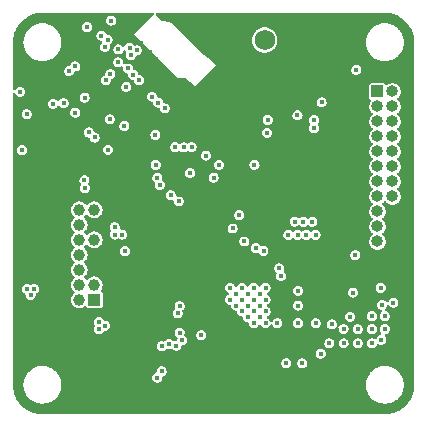
<source format=gbr>
%TF.GenerationSoftware,KiCad,Pcbnew,7.0.11*%
%TF.CreationDate,2024-11-13T01:21:52+09:00*%
%TF.ProjectId,Control,436f6e74-726f-46c2-9e6b-696361645f70,rev?*%
%TF.SameCoordinates,Original*%
%TF.FileFunction,Copper,L3,Inr*%
%TF.FilePolarity,Positive*%
%FSLAX46Y46*%
G04 Gerber Fmt 4.6, Leading zero omitted, Abs format (unit mm)*
G04 Created by KiCad (PCBNEW 7.0.11) date 2024-11-13 01:21:52*
%MOMM*%
%LPD*%
G01*
G04 APERTURE LIST*
%TA.AperFunction,ComponentPad*%
%ADD10R,1.000000X1.000000*%
%TD*%
%TA.AperFunction,ComponentPad*%
%ADD11C,1.000000*%
%TD*%
%TA.AperFunction,ComponentPad*%
%ADD12C,1.750000*%
%TD*%
%TA.AperFunction,ComponentPad*%
%ADD13C,2.100000*%
%TD*%
%TA.AperFunction,ComponentPad*%
%ADD14O,1.000000X1.000000*%
%TD*%
%TA.AperFunction,ViaPad*%
%ADD15C,0.450000*%
%TD*%
G04 APERTURE END LIST*
D10*
%TO.N,unconnected-(J1-Pin_1-Pad1)*%
%TO.C,J1*%
X7400000Y-24810000D03*
D11*
%TO.N,unconnected-(J1-Pin_2-Pad2)*%
X6130000Y-24810000D03*
%TO.N,Net-(D1-K)*%
X7400000Y-23540000D03*
%TO.N,SWDIO*%
X6130000Y-23540000D03*
%TO.N,GND*%
X7400000Y-22270000D03*
%TO.N,SWCLK*%
X6130000Y-22270000D03*
%TO.N,GND*%
X7400000Y-21000000D03*
%TO.N,SWO*%
X6130000Y-21000000D03*
%TO.N,unconnected-(J1-Pin_9-Pad9)*%
X7400000Y-19730000D03*
%TO.N,unconnected-(J1-Pin_10-Pad10)*%
X6130000Y-19730000D03*
%TO.N,GND*%
X7400000Y-18460000D03*
%TO.N,NRST*%
X6130000Y-18460000D03*
%TO.N,unconnected-(J1-Pin_13-Pad13)*%
X7400000Y-17190000D03*
%TO.N,unconnected-(J1-Pin_14-Pad14)*%
X6130000Y-17190000D03*
%TD*%
D12*
%TO.N,NRST*%
%TO.C,SW1*%
X21825000Y-2812500D03*
%TO.N,GND*%
X26325000Y-2812500D03*
D13*
X20575000Y-5302500D03*
X27585000Y-5302500D03*
%TD*%
D10*
%TO.N,VDD*%
%TO.C,J2*%
X31375000Y-7175000D03*
D14*
X32645000Y-7175000D03*
%TO.N,SOC*%
X31375000Y-8445000D03*
%TO.N,ENABLE*%
X32645000Y-8445000D03*
%TO.N,SOB*%
X31375000Y-9715000D03*
%TO.N,nFAULT*%
X32645000Y-9715000D03*
%TO.N,SOA*%
X31375000Y-10985000D03*
%TO.N,INB_L*%
X32645000Y-10985000D03*
%TO.N,MISO1*%
X31375000Y-12255000D03*
%TO.N,INC_L*%
X32645000Y-12255000D03*
%TO.N,MOSI1*%
X31375000Y-13525000D03*
%TO.N,INA_L*%
X32645000Y-13525000D03*
%TO.N,SCLK1*%
X31375000Y-14795000D03*
%TO.N,CAL*%
X32645000Y-14795000D03*
%TO.N,CS1_MD*%
X31375000Y-16065000D03*
%TO.N,+3.3V*%
X32645000Y-16065000D03*
%TO.N,INA_H*%
X31375000Y-17335000D03*
%TO.N,GND*%
X32645000Y-17335000D03*
%TO.N,INB_H*%
X31375000Y-18605000D03*
%TO.N,GND*%
X32645000Y-18605000D03*
%TO.N,INC_H*%
X31375000Y-19875000D03*
%TO.N,GND*%
X32645000Y-19875000D03*
X31375000Y-21145000D03*
X32645000Y-21145000D03*
X31375000Y-22415000D03*
X32645000Y-22415000D03*
%TD*%
D15*
%TO.N,+3.3V*%
X14557155Y-16491036D03*
X24650000Y-26800000D03*
X12943063Y-15085658D03*
X10385068Y-3455492D03*
X8304753Y-3406195D03*
X9418855Y-4714197D03*
X19900000Y-24800000D03*
X8000000Y-2450000D03*
X16452617Y-27815228D03*
X19900000Y-25800000D03*
X12732512Y-14499738D03*
X2000000Y-24400000D03*
X20900000Y-26800000D03*
X19400000Y-25300000D03*
X21400000Y-26300000D03*
X8300000Y-27000000D03*
X21900000Y-24800000D03*
X18900000Y-23800000D03*
X7800000Y-26700000D03*
X20900000Y-25800000D03*
X24650000Y-24050000D03*
X26150000Y-26800000D03*
X13866581Y-15963626D03*
X20400000Y-24300000D03*
X1700000Y-23900000D03*
X12601208Y-13391747D03*
X7800000Y-27300000D03*
X10000000Y-20700000D03*
X8709069Y-9530851D03*
X24650000Y-25300000D03*
X21900000Y-23800000D03*
X2300000Y-23900000D03*
X10485578Y-4098812D03*
X9131159Y-19289618D03*
X9131159Y-18664615D03*
X8518372Y-2781772D03*
X21400000Y-24300000D03*
X20400000Y-25300000D03*
X21400000Y-25300000D03*
X20958253Y-13391747D03*
X22900000Y-26800000D03*
X9439396Y-3615706D03*
X21900000Y-25800000D03*
X11000000Y-3700000D03*
X20900000Y-24800000D03*
X18900000Y-24800000D03*
X20400000Y-26300000D03*
X17959351Y-13391747D03*
X29055160Y-26250228D03*
X20900000Y-23800000D03*
X19900000Y-23800000D03*
X25000000Y-30200000D03*
X19400000Y-24300000D03*
X9756000Y-19289618D03*
X21900000Y-26800000D03*
%TO.N,NRST*%
X10097910Y-6790000D03*
%TO.N,VCC*%
X26129882Y-19325000D03*
X25107983Y-18225000D03*
X24369879Y-18198770D03*
X25337604Y-19325000D03*
X24608628Y-19325410D03*
X25854161Y-18219529D03*
%TO.N,Net-(D4-A)*%
X31757728Y-25246817D03*
X29496350Y-21026480D03*
X29300000Y-24200000D03*
%TO.N,+5V*%
X29700000Y-27300000D03*
X32000000Y-27300000D03*
X29700000Y-28500000D03*
X28500000Y-27300000D03*
X30900000Y-28500000D03*
X30900000Y-26200000D03*
X28500000Y-28500000D03*
X32000000Y-26200000D03*
X27300000Y-28500000D03*
X27500000Y-26900000D03*
X31700000Y-28200000D03*
X30900000Y-27300000D03*
%TO.N,VDD*%
X26639208Y-8100000D03*
%TO.N,GND*%
X34166991Y-12957775D03*
X23000000Y-3400000D03*
X12069345Y-24762212D03*
X1508811Y-15363623D03*
X17900000Y-6800000D03*
X30000000Y-1000000D03*
X27148927Y-18211778D03*
X2300947Y-28915791D03*
X28600000Y-3400000D03*
X11513891Y-7480556D03*
X29736975Y-15146343D03*
X14518413Y-26862555D03*
X10715763Y-26076436D03*
X5161314Y-22299164D03*
X16875165Y-11869177D03*
X8168746Y-22859476D03*
X14573852Y-9123635D03*
X27456622Y-23081490D03*
X20159530Y-9124566D03*
X33200000Y-5000000D03*
X10741386Y-23320372D03*
X7100716Y-27902308D03*
X25963644Y-11180463D03*
X9491621Y-12160108D03*
X11317196Y-3078036D03*
X18050000Y-4870000D03*
X27336528Y-34142165D03*
X13955123Y-9124566D03*
X2578270Y-27008701D03*
X33273480Y-23871594D03*
X18319461Y-21623159D03*
X30045110Y-31999346D03*
X9491778Y-28615177D03*
X800000Y-6100000D03*
X28834558Y-29938231D03*
X3197771Y-9145730D03*
X34200000Y-6000000D03*
X4523047Y-6136364D03*
X20163604Y-18203290D03*
X10116539Y-6109701D03*
X17638802Y-11388767D03*
X4642461Y-3883790D03*
X13295171Y-23299422D03*
X13354435Y-19266688D03*
X1679392Y-13179846D03*
X4122365Y-13631463D03*
X29187103Y-9702922D03*
X19312831Y-26363058D03*
X24558017Y-26062537D03*
X3855219Y-10259651D03*
X29918596Y-2316304D03*
X14800740Y-15606956D03*
X26000001Y-15030583D03*
X4122365Y-12005533D03*
X28239503Y-23095855D03*
X26779885Y-19325000D03*
X28600000Y-22500000D03*
X31421863Y-30022379D03*
X4122365Y-15023515D03*
X19978191Y-21527555D03*
X4748135Y-9366734D03*
X4800000Y-2000000D03*
X26900000Y-16900000D03*
X18897191Y-4233606D03*
X2626455Y-25060890D03*
X32682694Y-25991718D03*
X22870388Y-20665121D03*
X15586607Y-10231000D03*
X20594608Y-31340997D03*
X17668832Y-2443575D03*
X18360216Y-10231000D03*
X33250784Y-33538810D03*
X34250790Y-14428454D03*
X14352616Y-24537235D03*
X1043564Y-30756497D03*
X30609420Y-19325000D03*
X5968780Y-13623614D03*
X15584348Y-15863824D03*
X8155379Y-34065524D03*
X29018792Y-23095855D03*
X34170133Y-11605463D03*
X15480000Y-2300000D03*
X12002566Y-23291042D03*
X18189389Y-25247149D03*
X26297217Y-28611371D03*
X11667882Y-32044912D03*
X22114780Y-11785723D03*
X16820000Y-3660000D03*
X17613446Y-31366137D03*
X15419998Y-34244645D03*
X2400000Y-6000000D03*
X24200000Y-5000000D03*
X10727768Y-20896476D03*
X9607050Y-13978200D03*
X18942714Y-16930811D03*
X4000000Y-1000000D03*
X16376397Y-6826396D03*
X33404416Y-14122586D03*
X22412614Y-13314366D03*
X2038144Y-20322101D03*
X4907554Y-23741930D03*
X30526487Y-18198770D03*
X17188017Y-16870942D03*
X13250000Y-740000D03*
X22000000Y-1000000D03*
X4126332Y-30313407D03*
X11711876Y-34194365D03*
X1600000Y-1400000D03*
X18000000Y-1000000D03*
X5800000Y-800000D03*
X749031Y-14439037D03*
X21200000Y-4000000D03*
X22949370Y-34127326D03*
X8023395Y-31661530D03*
X14237526Y-14393439D03*
X20381586Y-13910083D03*
X7759540Y-1753808D03*
X27800000Y-22500000D03*
X30410185Y-16976378D03*
X27400663Y-21905199D03*
X2017194Y-18248067D03*
X14063563Y-26486023D03*
X6364168Y-34093806D03*
X1000000Y-4200000D03*
X16882335Y-10231000D03*
X30400000Y-5200000D03*
X6120899Y-25816546D03*
X25999685Y-13510604D03*
X25560218Y-27799739D03*
X1656346Y-33462168D03*
X15891758Y-22489991D03*
X10390000Y-2220000D03*
X28659627Y-31277275D03*
X11789621Y-757585D03*
X4122365Y-18271694D03*
X22766388Y-15063012D03*
X26000000Y-1000000D03*
X10623552Y-10288069D03*
X34033261Y-30522033D03*
X17070000Y-6130000D03*
X14665996Y-14972674D03*
X21374009Y-15125007D03*
X12083029Y-3823152D03*
X16209006Y-19325000D03*
X5931335Y-15027770D03*
X12580239Y-4398574D03*
X9074091Y-29827816D03*
X29982260Y-34111090D03*
X20159838Y-20796184D03*
X18402440Y-9124566D03*
X4286599Y-28635325D03*
X15609577Y-18209575D03*
X6520899Y-30897908D03*
X22990864Y-19325000D03*
X23032403Y-31407899D03*
X26789737Y-32633777D03*
X14840000Y-6500000D03*
X15617013Y-16978408D03*
X8415954Y-19640533D03*
X21033778Y-16838985D03*
X14110000Y-930000D03*
X856573Y-18214547D03*
X4122365Y-19635299D03*
X887618Y-27021271D03*
X30296082Y-13510266D03*
X18165819Y-15250000D03*
X13351125Y-20463726D03*
X831433Y-20296961D03*
X7435706Y-8512545D03*
X8355199Y-24298730D03*
X10023286Y-7521431D03*
X16514101Y-28513415D03*
X25800000Y-6000000D03*
X9889814Y-844684D03*
X21725958Y-28648687D03*
X5231028Y-20782107D03*
X5185740Y-32330877D03*
X2600000Y-4800000D03*
X8185505Y-21552206D03*
X17015044Y-23900481D03*
X26388841Y-11971197D03*
X11090000Y-1460000D03*
X24618025Y-32575292D03*
X10010346Y-8956987D03*
X797534Y-25033655D03*
X28040780Y-9859730D03*
X14698266Y-20549769D03*
X8432713Y-17977116D03*
X8807998Y-14744264D03*
X21507855Y-22397552D03*
X19146436Y-22359310D03*
X20549078Y-10231000D03*
X34183750Y-27911770D03*
X18323448Y-18198770D03*
X14276137Y-31441556D03*
X33600000Y-1600000D03*
X18266203Y-11969561D03*
X23000000Y-2200000D03*
X28198448Y-21905541D03*
X6774768Y-16472282D03*
X20153080Y-15114914D03*
X19052700Y-34144086D03*
X13744561Y-13919097D03*
X3851954Y-5263686D03*
X4393836Y-34018386D03*
X9333557Y-22683497D03*
X22725001Y-9207103D03*
X26862014Y-31228392D03*
X19600000Y-2800000D03*
X33348899Y-26657922D03*
X32720404Y-27399547D03*
X13755653Y-15183006D03*
X24575000Y-11256836D03*
X17059350Y-18220154D03*
X19000000Y-6000000D03*
X7828300Y-25863160D03*
X7587892Y-3838399D03*
%TO.N,Current_OUTC*%
X13361361Y-8615333D03*
X24600000Y-9200000D03*
%TO.N,Current_OUTB*%
X22075000Y-9581066D03*
X12811361Y-8120445D03*
%TO.N,Current_OUTA*%
X12295441Y-7614437D03*
X22023711Y-10681000D03*
%TO.N,Net-(IC1-FB)*%
X23057000Y-22150001D03*
%TO.N,Net-(IC1-VCC)*%
X23207000Y-22800001D03*
%TO.N,Net-(IC1-EN)*%
X23825000Y-19325000D03*
%TO.N,/Power/PG*%
X21078788Y-20437033D03*
%TO.N,SWDIO*%
X4809091Y-8154245D03*
%TO.N,SWCLK*%
X5783615Y-8967652D03*
%TO.N,SWO*%
X6578440Y-7695577D03*
%TO.N,CAL*%
X6562931Y-14691231D03*
X26573748Y-29375000D03*
%TO.N,CS1_MD*%
X12569189Y-10858052D03*
%TO.N,/RS485/24V_IN*%
X14348985Y-28701299D03*
X13100381Y-28740302D03*
X14840191Y-28251325D03*
X14630000Y-27607386D03*
X13718266Y-28574159D03*
%TO.N,/RS485/RS485_A*%
X12728052Y-31411288D03*
%TO.N,/RS485/RS485_B*%
X13097751Y-30861350D03*
%TO.N,/RS485/RS485_X*%
X14466797Y-25970512D03*
%TO.N,/RS485/RS485_Y*%
X14624777Y-25340000D03*
%TO.N,Net-(Q1-D)*%
X32729889Y-25051950D03*
X31649455Y-23799454D03*
X21723667Y-20665121D03*
%TO.N,DIP_SW0*%
X1122121Y-7200000D03*
X8747421Y-5701993D03*
%TO.N,Slide_SW0*%
X6598287Y-15362983D03*
X23649240Y-30185000D03*
%TO.N,MISO1*%
X15637213Y-11880288D03*
X16856430Y-12601098D03*
%TO.N,INA_L*%
X29577044Y-5350000D03*
X10260398Y-5229295D03*
%TO.N,INC_L*%
X10696779Y-5767517D03*
%TO.N,INB_L*%
X11175860Y-6224929D03*
%TO.N,nFAULT*%
X26000292Y-9596608D03*
%TO.N,MOSI1*%
X17500000Y-14467919D03*
X14967145Y-11912983D03*
%TO.N,INA_H*%
X8556491Y-12112853D03*
X19663269Y-17648770D03*
%TO.N,INB_H*%
X7422189Y-11074256D03*
X19107401Y-18775000D03*
%TO.N,INC_H*%
X20091980Y-19875000D03*
X6935109Y-10644586D03*
%TO.N,ENABLE*%
X26000000Y-10289498D03*
X9935002Y-10094586D03*
%TO.N,Phase_A*%
X8834022Y-1175000D03*
X5267733Y-5447708D03*
%TO.N,CS1_Encoder*%
X14243904Y-11896848D03*
X15508229Y-14073547D03*
%TO.N,Phase_B*%
X5785908Y-5055282D03*
X6785121Y-1725000D03*
%TO.N,DIP_SW1*%
X1679973Y-9100140D03*
%TO.N,DIP_SW2*%
X3902689Y-8226965D03*
X8373837Y-6233912D03*
%TO.N,DIP_SW3*%
X1284576Y-12152803D03*
%TD*%
%TA.AperFunction,Conductor*%
%TO.N,GND*%
G36*
X12342248Y-504396D02*
G01*
X12371147Y-515838D01*
X12396294Y-534108D01*
X12416107Y-558057D01*
X12429341Y-586182D01*
X12435165Y-616714D01*
X12433214Y-647735D01*
X12423609Y-677297D01*
X12406954Y-703541D01*
X12399600Y-711668D01*
X11722458Y-1396594D01*
X10770000Y-2359999D01*
X10770000Y-2360000D01*
X14449998Y-6049999D01*
X14449998Y-6049998D01*
X14450000Y-6050000D01*
X14948995Y-5995564D01*
X14980066Y-5996093D01*
X15010036Y-6004333D01*
X15037015Y-6019769D01*
X15040004Y-6022091D01*
X15910000Y-6720000D01*
X17272216Y-5350000D01*
X29150550Y-5350000D01*
X29154521Y-5408064D01*
X29154523Y-5408081D01*
X29166365Y-5465063D01*
X29166370Y-5465080D01*
X29185858Y-5519916D01*
X29185859Y-5519918D01*
X29212636Y-5571594D01*
X29212640Y-5571601D01*
X29223448Y-5586912D01*
X29246208Y-5619155D01*
X29285939Y-5661697D01*
X29300528Y-5673566D01*
X29331095Y-5698435D01*
X29380830Y-5728679D01*
X29380834Y-5728681D01*
X29434213Y-5751866D01*
X29434217Y-5751868D01*
X29434218Y-5751868D01*
X29434220Y-5751869D01*
X29442758Y-5754261D01*
X29485466Y-5766227D01*
X29490271Y-5767573D01*
X29547939Y-5775500D01*
X29547940Y-5775500D01*
X29606148Y-5775500D01*
X29606149Y-5775500D01*
X29663817Y-5767573D01*
X29719868Y-5751869D01*
X29746563Y-5740273D01*
X29773253Y-5728681D01*
X29773257Y-5728679D01*
X29822992Y-5698435D01*
X29822992Y-5698434D01*
X29822995Y-5698433D01*
X29868149Y-5661697D01*
X29907880Y-5619155D01*
X29941449Y-5571599D01*
X29968229Y-5519916D01*
X29987722Y-5465067D01*
X29999566Y-5408074D01*
X30003538Y-5350000D01*
X29999566Y-5291926D01*
X29987722Y-5234933D01*
X29968229Y-5180084D01*
X29968229Y-5180083D01*
X29968228Y-5180081D01*
X29941451Y-5128405D01*
X29941447Y-5128398D01*
X29931447Y-5114231D01*
X29907880Y-5080845D01*
X29868149Y-5038303D01*
X29831469Y-5008461D01*
X29822992Y-5001564D01*
X29773257Y-4971320D01*
X29773253Y-4971318D01*
X29719874Y-4948133D01*
X29719870Y-4948131D01*
X29663820Y-4932427D01*
X29620566Y-4926481D01*
X29606149Y-4924500D01*
X29547939Y-4924500D01*
X29536405Y-4926085D01*
X29490267Y-4932427D01*
X29434217Y-4948131D01*
X29434213Y-4948133D01*
X29380834Y-4971318D01*
X29380830Y-4971320D01*
X29331095Y-5001564D01*
X29285936Y-5038305D01*
X29246214Y-5080838D01*
X29246202Y-5080853D01*
X29212640Y-5128398D01*
X29212636Y-5128405D01*
X29185859Y-5180081D01*
X29185858Y-5180083D01*
X29166370Y-5234919D01*
X29166365Y-5234936D01*
X29154523Y-5291918D01*
X29154521Y-5291935D01*
X29150550Y-5349999D01*
X29150550Y-5350000D01*
X17272216Y-5350000D01*
X17660000Y-4960000D01*
X17000000Y-4320000D01*
X16988421Y-4312328D01*
X16655641Y-4091836D01*
X16636293Y-4075991D01*
X15377336Y-2812507D01*
X20748530Y-2812507D01*
X20752406Y-2903778D01*
X20757631Y-2944582D01*
X20764014Y-2994424D01*
X20773388Y-3037919D01*
X20783265Y-3083747D01*
X20783267Y-3083755D01*
X20810021Y-3171117D01*
X20810023Y-3171123D01*
X20844082Y-3255882D01*
X20844093Y-3255905D01*
X20885225Y-3337488D01*
X20885228Y-3337493D01*
X20933129Y-3415288D01*
X20933136Y-3415299D01*
X20979804Y-3478398D01*
X20987468Y-3488760D01*
X20987476Y-3488769D01*
X21039374Y-3547737D01*
X21047836Y-3557351D01*
X21113803Y-3620576D01*
X21113812Y-3620583D01*
X21113814Y-3620585D01*
X21184887Y-3677973D01*
X21184893Y-3677978D01*
X21208887Y-3694195D01*
X21260599Y-3729146D01*
X21340369Y-3773708D01*
X21340372Y-3773709D01*
X21340381Y-3773714D01*
X21423624Y-3811342D01*
X21423631Y-3811345D01*
X21497111Y-3837307D01*
X21509791Y-3841787D01*
X21598210Y-3864809D01*
X21688269Y-3880251D01*
X21705792Y-3881742D01*
X21779296Y-3887999D01*
X21779311Y-3887999D01*
X21779313Y-3888000D01*
X21779314Y-3888000D01*
X21870686Y-3888000D01*
X21870687Y-3888000D01*
X21870689Y-3887999D01*
X21870703Y-3887999D01*
X21930208Y-3882933D01*
X21961731Y-3880251D01*
X22051790Y-3864809D01*
X22113846Y-3848651D01*
X22140208Y-3841787D01*
X22140209Y-3841786D01*
X22140215Y-3841785D01*
X22226369Y-3811345D01*
X22309631Y-3773708D01*
X22389401Y-3729146D01*
X22465105Y-3677979D01*
X22465108Y-3677976D01*
X22465113Y-3677973D01*
X22509744Y-3641935D01*
X22536197Y-3620576D01*
X22602164Y-3557351D01*
X22662532Y-3488760D01*
X22716866Y-3415296D01*
X22764774Y-3337489D01*
X22805910Y-3255899D01*
X22813794Y-3236279D01*
X22839976Y-3171123D01*
X22839978Y-3171117D01*
X22848345Y-3143797D01*
X22866735Y-3083747D01*
X22884781Y-3000013D01*
X30398524Y-3000013D01*
X30402423Y-3111698D01*
X30402424Y-3111703D01*
X30402424Y-3111712D01*
X30402425Y-3111713D01*
X30414109Y-3222882D01*
X30414110Y-3222892D01*
X30414111Y-3222894D01*
X30427377Y-3298131D01*
X30433520Y-3332966D01*
X30444499Y-3377000D01*
X30460562Y-3441428D01*
X30460564Y-3441435D01*
X30495106Y-3547739D01*
X30495107Y-3547744D01*
X30536978Y-3651377D01*
X30585982Y-3751850D01*
X30622478Y-3815063D01*
X30640452Y-3846196D01*
X30641870Y-3848651D01*
X30641875Y-3848660D01*
X30704372Y-3941315D01*
X30704378Y-3941323D01*
X30704379Y-3941324D01*
X30773198Y-4029409D01*
X30773201Y-4029412D01*
X30773210Y-4029423D01*
X30790327Y-4048433D01*
X30847995Y-4112479D01*
X30928403Y-4190129D01*
X31014033Y-4261980D01*
X31104466Y-4327684D01*
X31199262Y-4386919D01*
X31258849Y-4418602D01*
X31297937Y-4439386D01*
X31297948Y-4439391D01*
X31297959Y-4439397D01*
X31400077Y-4484863D01*
X31400090Y-4484868D01*
X31400093Y-4484869D01*
X31505108Y-4523091D01*
X31505111Y-4523092D01*
X31505117Y-4523094D01*
X31612568Y-4553905D01*
X31700253Y-4572543D01*
X31721892Y-4577143D01*
X31721895Y-4577143D01*
X31721907Y-4577146D01*
X31832600Y-4592703D01*
X31898244Y-4597293D01*
X31944094Y-4600499D01*
X31944095Y-4600499D01*
X31944109Y-4600500D01*
X31944122Y-4600500D01*
X32055878Y-4600500D01*
X32055891Y-4600500D01*
X32167400Y-4592703D01*
X32278093Y-4577146D01*
X32387432Y-4553905D01*
X32494883Y-4523094D01*
X32599923Y-4484863D01*
X32702041Y-4439397D01*
X32800738Y-4386919D01*
X32895534Y-4327684D01*
X32985967Y-4261980D01*
X33071597Y-4190129D01*
X33152005Y-4112479D01*
X33226802Y-4029409D01*
X33295621Y-3941324D01*
X33358129Y-3848653D01*
X33414019Y-3751847D01*
X33463021Y-3651379D01*
X33504895Y-3547737D01*
X33539438Y-3441427D01*
X33566480Y-3332966D01*
X33585891Y-3222882D01*
X33597575Y-3111713D01*
X33598177Y-3094500D01*
X33601476Y-3000013D01*
X33601476Y-2999986D01*
X33597576Y-2888301D01*
X33597575Y-2888296D01*
X33597575Y-2888287D01*
X33585891Y-2777118D01*
X33566480Y-2667034D01*
X33539438Y-2558573D01*
X33504895Y-2452263D01*
X33503980Y-2449999D01*
X33480514Y-2391918D01*
X33463021Y-2348621D01*
X33414019Y-2248153D01*
X33402615Y-2228401D01*
X33391821Y-2209704D01*
X33358129Y-2151347D01*
X33352211Y-2142573D01*
X33295627Y-2058684D01*
X33253238Y-2004428D01*
X33226802Y-1970591D01*
X33226794Y-1970582D01*
X33226789Y-1970576D01*
X33152023Y-1887541D01*
X33152002Y-1887518D01*
X33102879Y-1840080D01*
X33071597Y-1809871D01*
X33039669Y-1783081D01*
X32985967Y-1738020D01*
X32985959Y-1738014D01*
X32965278Y-1722988D01*
X32895534Y-1672316D01*
X32800738Y-1613081D01*
X32762166Y-1592572D01*
X32702062Y-1560613D01*
X32702045Y-1560605D01*
X32689645Y-1555084D01*
X32599923Y-1515137D01*
X32599915Y-1515134D01*
X32599906Y-1515130D01*
X32494891Y-1476908D01*
X32463750Y-1467978D01*
X32387432Y-1446095D01*
X32387418Y-1446092D01*
X32278107Y-1422856D01*
X32278070Y-1422850D01*
X32167395Y-1407296D01*
X32167398Y-1407296D01*
X32055905Y-1399500D01*
X32055891Y-1399500D01*
X31944109Y-1399500D01*
X31944094Y-1399500D01*
X31832602Y-1407296D01*
X31721929Y-1422850D01*
X31721892Y-1422856D01*
X31612581Y-1446092D01*
X31612574Y-1446093D01*
X31612568Y-1446095D01*
X31578590Y-1455838D01*
X31505108Y-1476908D01*
X31400093Y-1515130D01*
X31400078Y-1515136D01*
X31400077Y-1515137D01*
X31363982Y-1531207D01*
X31297954Y-1560605D01*
X31297937Y-1560613D01*
X31199264Y-1613080D01*
X31199256Y-1613084D01*
X31104470Y-1672313D01*
X31014040Y-1738014D01*
X31014032Y-1738020D01*
X30928409Y-1809865D01*
X30928408Y-1809865D01*
X30847997Y-1887518D01*
X30847976Y-1887541D01*
X30773210Y-1970576D01*
X30773201Y-1970587D01*
X30704372Y-2058684D01*
X30641875Y-2151339D01*
X30641870Y-2151348D01*
X30585982Y-2248149D01*
X30536978Y-2348622D01*
X30495107Y-2452255D01*
X30495106Y-2452260D01*
X30460564Y-2558564D01*
X30460563Y-2558569D01*
X30433519Y-2667038D01*
X30416828Y-2761697D01*
X30414109Y-2777118D01*
X30405015Y-2863644D01*
X30402424Y-2888296D01*
X30402423Y-2888301D01*
X30398524Y-2999986D01*
X30398524Y-3000013D01*
X22884781Y-3000013D01*
X22885986Y-2994424D01*
X22897592Y-2903791D01*
X22897888Y-2896839D01*
X22901470Y-2812507D01*
X22901470Y-2812492D01*
X22897593Y-2721221D01*
X22897592Y-2721215D01*
X22897592Y-2721209D01*
X22885986Y-2630576D01*
X22866735Y-2541253D01*
X22839979Y-2453885D01*
X22839978Y-2453882D01*
X22839976Y-2453876D01*
X22805917Y-2369117D01*
X22805913Y-2369109D01*
X22805910Y-2369101D01*
X22764774Y-2287511D01*
X22716866Y-2209704D01*
X22662532Y-2136240D01*
X22602164Y-2067649D01*
X22536197Y-2004424D01*
X22523487Y-1994161D01*
X22465107Y-1947022D01*
X22465106Y-1947021D01*
X22389411Y-1895861D01*
X22389401Y-1895854D01*
X22374479Y-1887518D01*
X22309639Y-1851296D01*
X22309618Y-1851285D01*
X22226375Y-1813657D01*
X22140208Y-1783212D01*
X22051789Y-1760190D01*
X21997387Y-1750862D01*
X21961731Y-1744749D01*
X21961724Y-1744748D01*
X21961722Y-1744748D01*
X21961717Y-1744747D01*
X21870703Y-1737000D01*
X21870687Y-1737000D01*
X21779313Y-1737000D01*
X21779296Y-1737000D01*
X21688282Y-1744747D01*
X21688277Y-1744748D01*
X21688273Y-1744748D01*
X21688269Y-1744749D01*
X21663869Y-1748932D01*
X21598210Y-1760190D01*
X21509791Y-1783212D01*
X21423624Y-1813657D01*
X21340381Y-1851285D01*
X21340360Y-1851296D01*
X21260607Y-1895849D01*
X21260588Y-1895861D01*
X21184893Y-1947021D01*
X21184892Y-1947022D01*
X21113814Y-2004414D01*
X21113798Y-2004428D01*
X21047836Y-2067648D01*
X21047834Y-2067650D01*
X20987476Y-2136230D01*
X20987459Y-2136251D01*
X20933136Y-2209700D01*
X20933129Y-2209711D01*
X20885228Y-2287506D01*
X20885225Y-2287511D01*
X20844093Y-2369094D01*
X20844082Y-2369117D01*
X20810023Y-2453876D01*
X20810021Y-2453882D01*
X20783267Y-2541244D01*
X20783265Y-2541252D01*
X20764014Y-2630576D01*
X20752406Y-2721221D01*
X20748530Y-2812492D01*
X20748530Y-2812507D01*
X15377336Y-2812507D01*
X15130796Y-2565080D01*
X13940000Y-1370000D01*
X13699406Y-1323131D01*
X13205115Y-1226840D01*
X13175591Y-1217120D01*
X13149412Y-1200363D01*
X13143925Y-1195505D01*
X12786872Y-860092D01*
X12632286Y-714875D01*
X12612480Y-690924D01*
X12599250Y-662797D01*
X12593431Y-632264D01*
X12595388Y-601243D01*
X12604999Y-571684D01*
X12621658Y-545443D01*
X12644320Y-524169D01*
X12671561Y-509200D01*
X12701668Y-501475D01*
X12717188Y-500500D01*
X31969725Y-500500D01*
X31998303Y-500500D01*
X32001661Y-500545D01*
X32131980Y-504075D01*
X32138666Y-504438D01*
X32266893Y-514879D01*
X32273567Y-515605D01*
X32292327Y-518160D01*
X32401077Y-532977D01*
X32407649Y-534055D01*
X32534024Y-558304D01*
X32540556Y-559742D01*
X32665449Y-590801D01*
X32671887Y-592589D01*
X32794895Y-630359D01*
X32801243Y-632498D01*
X32922017Y-676869D01*
X32928256Y-679354D01*
X33046433Y-730190D01*
X33052507Y-733000D01*
X33167775Y-790168D01*
X33167779Y-790170D01*
X33173692Y-793304D01*
X33285715Y-856638D01*
X33291453Y-860092D01*
X33399863Y-929386D01*
X33405408Y-933145D01*
X33505555Y-1005081D01*
X33509896Y-1008199D01*
X33515243Y-1012263D01*
X33615530Y-1092877D01*
X33620647Y-1097224D01*
X33716406Y-1183132D01*
X33721282Y-1187751D01*
X33812248Y-1278717D01*
X33816867Y-1283593D01*
X33902775Y-1379352D01*
X33907122Y-1384469D01*
X33987736Y-1484756D01*
X33991800Y-1490103D01*
X34029322Y-1542340D01*
X34065404Y-1592573D01*
X34066844Y-1594577D01*
X34070613Y-1600136D01*
X34139907Y-1708546D01*
X34143367Y-1714295D01*
X34206688Y-1826294D01*
X34209829Y-1832220D01*
X34266994Y-1947481D01*
X34269814Y-1953577D01*
X34320645Y-2071745D01*
X34323130Y-2077982D01*
X34367501Y-2198756D01*
X34369646Y-2205121D01*
X34407405Y-2328096D01*
X34409202Y-2334567D01*
X34440255Y-2459434D01*
X34441698Y-2465992D01*
X34465938Y-2592316D01*
X34467025Y-2598945D01*
X34484394Y-2726432D01*
X34485120Y-2733108D01*
X34495560Y-2861323D01*
X34495924Y-2868027D01*
X34499455Y-2998337D01*
X34499500Y-3001696D01*
X34499500Y-31998303D01*
X34499455Y-32001662D01*
X34495924Y-32131972D01*
X34495560Y-32138676D01*
X34485120Y-32266891D01*
X34484394Y-32273567D01*
X34467025Y-32401054D01*
X34465938Y-32407683D01*
X34441698Y-32534007D01*
X34440255Y-32540565D01*
X34409202Y-32665432D01*
X34407405Y-32671903D01*
X34369646Y-32794878D01*
X34367501Y-32801243D01*
X34323130Y-32922017D01*
X34320645Y-32928254D01*
X34269814Y-33046422D01*
X34266994Y-33052518D01*
X34209829Y-33167779D01*
X34206684Y-33173712D01*
X34143370Y-33285699D01*
X34139907Y-33291453D01*
X34070613Y-33399863D01*
X34066844Y-33405422D01*
X33991800Y-33509896D01*
X33987736Y-33515243D01*
X33907122Y-33615530D01*
X33902775Y-33620647D01*
X33816867Y-33716406D01*
X33812248Y-33721282D01*
X33721282Y-33812248D01*
X33716406Y-33816867D01*
X33620647Y-33902775D01*
X33615530Y-33907122D01*
X33515243Y-33987736D01*
X33509896Y-33991800D01*
X33405422Y-34066844D01*
X33399863Y-34070613D01*
X33291453Y-34139907D01*
X33285699Y-34143370D01*
X33173712Y-34206684D01*
X33167779Y-34209829D01*
X33052518Y-34266994D01*
X33046422Y-34269814D01*
X32928254Y-34320645D01*
X32922017Y-34323130D01*
X32801243Y-34367501D01*
X32794878Y-34369646D01*
X32671903Y-34407405D01*
X32665432Y-34409202D01*
X32540565Y-34440255D01*
X32534007Y-34441698D01*
X32407683Y-34465938D01*
X32401054Y-34467025D01*
X32273567Y-34484394D01*
X32266891Y-34485120D01*
X32138676Y-34495560D01*
X32131972Y-34495924D01*
X32006283Y-34499329D01*
X32001660Y-34499455D01*
X31998303Y-34499500D01*
X3001697Y-34499500D01*
X2998339Y-34499455D01*
X2993537Y-34499324D01*
X2868027Y-34495924D01*
X2861323Y-34495560D01*
X2733108Y-34485120D01*
X2726432Y-34484394D01*
X2598945Y-34467025D01*
X2592320Y-34465938D01*
X2555327Y-34458840D01*
X2465992Y-34441698D01*
X2459434Y-34440255D01*
X2334567Y-34409202D01*
X2328096Y-34407405D01*
X2205121Y-34369646D01*
X2198756Y-34367501D01*
X2077982Y-34323130D01*
X2071745Y-34320645D01*
X1953577Y-34269814D01*
X1947481Y-34266994D01*
X1832220Y-34209829D01*
X1826287Y-34206684D01*
X1768588Y-34174063D01*
X1714295Y-34143367D01*
X1708546Y-34139907D01*
X1600136Y-34070613D01*
X1594577Y-34066844D01*
X1564141Y-34044982D01*
X1490103Y-33991800D01*
X1484756Y-33987736D01*
X1384469Y-33907122D01*
X1379352Y-33902775D01*
X1283593Y-33816867D01*
X1278717Y-33812248D01*
X1187751Y-33721282D01*
X1183132Y-33716406D01*
X1097224Y-33620647D01*
X1092877Y-33615530D01*
X1012263Y-33515243D01*
X1008199Y-33509896D01*
X933145Y-33405408D01*
X929386Y-33399863D01*
X860092Y-33291453D01*
X856638Y-33285715D01*
X793304Y-33173692D01*
X790170Y-33167779D01*
X733000Y-33052507D01*
X730185Y-33046422D01*
X679354Y-32928254D01*
X676869Y-32922017D01*
X632498Y-32801243D01*
X630359Y-32794895D01*
X592589Y-32671887D01*
X590801Y-32665449D01*
X559742Y-32540556D01*
X558301Y-32534007D01*
X534055Y-32407649D01*
X532977Y-32401077D01*
X515605Y-32273567D01*
X514879Y-32266891D01*
X504439Y-32138676D01*
X504075Y-32131971D01*
X502385Y-32069598D01*
X500545Y-32001661D01*
X500523Y-32000013D01*
X1398524Y-32000013D01*
X1402423Y-32111698D01*
X1402424Y-32111703D01*
X1402424Y-32111712D01*
X1402425Y-32111713D01*
X1414109Y-32222882D01*
X1414110Y-32222892D01*
X1414111Y-32222894D01*
X1433519Y-32332961D01*
X1460562Y-32441428D01*
X1460564Y-32441435D01*
X1495106Y-32547739D01*
X1495107Y-32547744D01*
X1536978Y-32651377D01*
X1585982Y-32751850D01*
X1641870Y-32848651D01*
X1641875Y-32848660D01*
X1704372Y-32941315D01*
X1704378Y-32941323D01*
X1704379Y-32941324D01*
X1773198Y-33029409D01*
X1773201Y-33029412D01*
X1773210Y-33029423D01*
X1847976Y-33112458D01*
X1847995Y-33112479D01*
X1928403Y-33190129D01*
X2014033Y-33261980D01*
X2104466Y-33327684D01*
X2199262Y-33386919D01*
X2258849Y-33418602D01*
X2297937Y-33439386D01*
X2297948Y-33439391D01*
X2297959Y-33439397D01*
X2400077Y-33484863D01*
X2400090Y-33484868D01*
X2400093Y-33484869D01*
X2505108Y-33523091D01*
X2505111Y-33523092D01*
X2505117Y-33523094D01*
X2612568Y-33553905D01*
X2700253Y-33572543D01*
X2721892Y-33577143D01*
X2721895Y-33577143D01*
X2721907Y-33577146D01*
X2832600Y-33592703D01*
X2898244Y-33597293D01*
X2944094Y-33600499D01*
X2944095Y-33600499D01*
X2944109Y-33600500D01*
X2944122Y-33600500D01*
X3055878Y-33600500D01*
X3055891Y-33600500D01*
X3167400Y-33592703D01*
X3278093Y-33577146D01*
X3387432Y-33553905D01*
X3494883Y-33523094D01*
X3599923Y-33484863D01*
X3702041Y-33439397D01*
X3800738Y-33386919D01*
X3895534Y-33327684D01*
X3985967Y-33261980D01*
X4071597Y-33190129D01*
X4152005Y-33112479D01*
X4226802Y-33029409D01*
X4295621Y-32941324D01*
X4358129Y-32848653D01*
X4414019Y-32751847D01*
X4463021Y-32651379D01*
X4504895Y-32547737D01*
X4539438Y-32441427D01*
X4566480Y-32332966D01*
X4585891Y-32222882D01*
X4597575Y-32111713D01*
X4601476Y-32000013D01*
X30398524Y-32000013D01*
X30402423Y-32111698D01*
X30402424Y-32111703D01*
X30402424Y-32111712D01*
X30402425Y-32111713D01*
X30414109Y-32222882D01*
X30414110Y-32222892D01*
X30414111Y-32222894D01*
X30433519Y-32332961D01*
X30460562Y-32441428D01*
X30460564Y-32441435D01*
X30495106Y-32547739D01*
X30495107Y-32547744D01*
X30536978Y-32651377D01*
X30585982Y-32751850D01*
X30641870Y-32848651D01*
X30641875Y-32848660D01*
X30704372Y-32941315D01*
X30704378Y-32941323D01*
X30704379Y-32941324D01*
X30773198Y-33029409D01*
X30773201Y-33029412D01*
X30773210Y-33029423D01*
X30847976Y-33112458D01*
X30847995Y-33112479D01*
X30928403Y-33190129D01*
X31014033Y-33261980D01*
X31104466Y-33327684D01*
X31199262Y-33386919D01*
X31258849Y-33418602D01*
X31297937Y-33439386D01*
X31297948Y-33439391D01*
X31297959Y-33439397D01*
X31400077Y-33484863D01*
X31400090Y-33484868D01*
X31400093Y-33484869D01*
X31505108Y-33523091D01*
X31505111Y-33523092D01*
X31505117Y-33523094D01*
X31612568Y-33553905D01*
X31700253Y-33572543D01*
X31721892Y-33577143D01*
X31721895Y-33577143D01*
X31721907Y-33577146D01*
X31832600Y-33592703D01*
X31898244Y-33597293D01*
X31944094Y-33600499D01*
X31944095Y-33600499D01*
X31944109Y-33600500D01*
X31944122Y-33600500D01*
X32055878Y-33600500D01*
X32055891Y-33600500D01*
X32167400Y-33592703D01*
X32278093Y-33577146D01*
X32387432Y-33553905D01*
X32494883Y-33523094D01*
X32599923Y-33484863D01*
X32702041Y-33439397D01*
X32800738Y-33386919D01*
X32895534Y-33327684D01*
X32985967Y-33261980D01*
X33071597Y-33190129D01*
X33152005Y-33112479D01*
X33226802Y-33029409D01*
X33295621Y-32941324D01*
X33358129Y-32848653D01*
X33414019Y-32751847D01*
X33463021Y-32651379D01*
X33504895Y-32547737D01*
X33539438Y-32441427D01*
X33566480Y-32332966D01*
X33585891Y-32222882D01*
X33597575Y-32111713D01*
X33601476Y-32000000D01*
X33599046Y-31930402D01*
X33597576Y-31888301D01*
X33597575Y-31888296D01*
X33597575Y-31888287D01*
X33585891Y-31777118D01*
X33566480Y-31667034D01*
X33539438Y-31558573D01*
X33504895Y-31452263D01*
X33503790Y-31449529D01*
X33464880Y-31353223D01*
X33463021Y-31348621D01*
X33414019Y-31248153D01*
X33410103Y-31241371D01*
X33391866Y-31209783D01*
X33358129Y-31151347D01*
X33358124Y-31151339D01*
X33295627Y-31058684D01*
X33275256Y-31032610D01*
X33226802Y-30970591D01*
X33226794Y-30970582D01*
X33226789Y-30970576D01*
X33152023Y-30887541D01*
X33152002Y-30887518D01*
X33142411Y-30878256D01*
X33071597Y-30809871D01*
X32985967Y-30738020D01*
X32895534Y-30672316D01*
X32800738Y-30613081D01*
X32761444Y-30592188D01*
X32702062Y-30560613D01*
X32702045Y-30560605D01*
X32677451Y-30549655D01*
X32599923Y-30515137D01*
X32599915Y-30515134D01*
X32599906Y-30515130D01*
X32494891Y-30476908D01*
X32463750Y-30467978D01*
X32387432Y-30446095D01*
X32376527Y-30443777D01*
X32278107Y-30422856D01*
X32278070Y-30422850D01*
X32167395Y-30407296D01*
X32167398Y-30407296D01*
X32055905Y-30399500D01*
X32055891Y-30399500D01*
X31944109Y-30399500D01*
X31944094Y-30399500D01*
X31832602Y-30407296D01*
X31721929Y-30422850D01*
X31721892Y-30422856D01*
X31612581Y-30446092D01*
X31612574Y-30446093D01*
X31612568Y-30446095D01*
X31566625Y-30459268D01*
X31505108Y-30476908D01*
X31400093Y-30515130D01*
X31297954Y-30560605D01*
X31297937Y-30560613D01*
X31199264Y-30613080D01*
X31199256Y-30613084D01*
X31104470Y-30672313D01*
X31014040Y-30738014D01*
X31014032Y-30738020D01*
X30928409Y-30809865D01*
X30928408Y-30809865D01*
X30847997Y-30887518D01*
X30847976Y-30887541D01*
X30773210Y-30970576D01*
X30773201Y-30970587D01*
X30704372Y-31058684D01*
X30641875Y-31151339D01*
X30641870Y-31151348D01*
X30585982Y-31248149D01*
X30536978Y-31348622D01*
X30495107Y-31452255D01*
X30495106Y-31452260D01*
X30460564Y-31558564D01*
X30460562Y-31558571D01*
X30433519Y-31667038D01*
X30417176Y-31759723D01*
X30414109Y-31777118D01*
X30403343Y-31879551D01*
X30402424Y-31888296D01*
X30402423Y-31888301D01*
X30398524Y-31999986D01*
X30398524Y-32000013D01*
X4601476Y-32000013D01*
X4601476Y-32000000D01*
X4599046Y-31930402D01*
X4597576Y-31888301D01*
X4597575Y-31888296D01*
X4597575Y-31888287D01*
X4585891Y-31777118D01*
X4566480Y-31667034D01*
X4539438Y-31558573D01*
X4504895Y-31452263D01*
X4503790Y-31449529D01*
X4488340Y-31411288D01*
X12301558Y-31411288D01*
X12305529Y-31469352D01*
X12305531Y-31469369D01*
X12317373Y-31526351D01*
X12317378Y-31526368D01*
X12336866Y-31581204D01*
X12336867Y-31581206D01*
X12363644Y-31632882D01*
X12363647Y-31632887D01*
X12397216Y-31680443D01*
X12436947Y-31722985D01*
X12446731Y-31730945D01*
X12482103Y-31759723D01*
X12531838Y-31789967D01*
X12531842Y-31789969D01*
X12585221Y-31813154D01*
X12585225Y-31813156D01*
X12585226Y-31813156D01*
X12585228Y-31813157D01*
X12641279Y-31828861D01*
X12698947Y-31836788D01*
X12698948Y-31836788D01*
X12757156Y-31836788D01*
X12757157Y-31836788D01*
X12814825Y-31828861D01*
X12870876Y-31813157D01*
X12912772Y-31794959D01*
X12924261Y-31789969D01*
X12924265Y-31789967D01*
X12974000Y-31759723D01*
X12974000Y-31759722D01*
X12974003Y-31759721D01*
X13019157Y-31722985D01*
X13058888Y-31680443D01*
X13092457Y-31632887D01*
X13119237Y-31581204D01*
X13138730Y-31526355D01*
X13150574Y-31469362D01*
X13154546Y-31411288D01*
X13153110Y-31390296D01*
X13154892Y-31359270D01*
X13164335Y-31329657D01*
X13180846Y-31303322D01*
X13203387Y-31281921D01*
X13230543Y-31266797D01*
X13236618Y-31264732D01*
X13236585Y-31264637D01*
X13240563Y-31263222D01*
X13240575Y-31263219D01*
X13267270Y-31251623D01*
X13293960Y-31240031D01*
X13293964Y-31240029D01*
X13343699Y-31209785D01*
X13343699Y-31209784D01*
X13343702Y-31209783D01*
X13388856Y-31173047D01*
X13428587Y-31130505D01*
X13462156Y-31082949D01*
X13488936Y-31031266D01*
X13508429Y-30976417D01*
X13520273Y-30919424D01*
X13524245Y-30861350D01*
X13520273Y-30803276D01*
X13508429Y-30746283D01*
X13488936Y-30691434D01*
X13488936Y-30691433D01*
X13488935Y-30691431D01*
X13462158Y-30639755D01*
X13462154Y-30639748D01*
X13441508Y-30610500D01*
X13428587Y-30592195D01*
X13388856Y-30549653D01*
X13346431Y-30515137D01*
X13343699Y-30512914D01*
X13293964Y-30482670D01*
X13293960Y-30482668D01*
X13240581Y-30459483D01*
X13240577Y-30459481D01*
X13184527Y-30443777D01*
X13141273Y-30437831D01*
X13126856Y-30435850D01*
X13068646Y-30435850D01*
X13057112Y-30437435D01*
X13010974Y-30443777D01*
X12954924Y-30459481D01*
X12954920Y-30459483D01*
X12901541Y-30482668D01*
X12901537Y-30482670D01*
X12851802Y-30512914D01*
X12806643Y-30549655D01*
X12766921Y-30592188D01*
X12766909Y-30592203D01*
X12733347Y-30639748D01*
X12733343Y-30639755D01*
X12706566Y-30691431D01*
X12706565Y-30691433D01*
X12687077Y-30746269D01*
X12687072Y-30746286D01*
X12675230Y-30803268D01*
X12675228Y-30803285D01*
X12671257Y-30861349D01*
X12671257Y-30861353D01*
X12672692Y-30882340D01*
X12670909Y-30913371D01*
X12661465Y-30942985D01*
X12644953Y-30969319D01*
X12622411Y-30990719D01*
X12595255Y-31005841D01*
X12589184Y-31007906D01*
X12589218Y-31008001D01*
X12585221Y-31009421D01*
X12531842Y-31032606D01*
X12531838Y-31032608D01*
X12482103Y-31062852D01*
X12436944Y-31099593D01*
X12397222Y-31142126D01*
X12397210Y-31142141D01*
X12363648Y-31189686D01*
X12363644Y-31189693D01*
X12336867Y-31241369D01*
X12336866Y-31241371D01*
X12317378Y-31296207D01*
X12317373Y-31296224D01*
X12305531Y-31353206D01*
X12305529Y-31353223D01*
X12301558Y-31411287D01*
X12301558Y-31411288D01*
X4488340Y-31411288D01*
X4464880Y-31353223D01*
X4463021Y-31348621D01*
X4414019Y-31248153D01*
X4410103Y-31241371D01*
X4391866Y-31209783D01*
X4358129Y-31151347D01*
X4358124Y-31151339D01*
X4295627Y-31058684D01*
X4275256Y-31032610D01*
X4226802Y-30970591D01*
X4226794Y-30970582D01*
X4226789Y-30970576D01*
X4152023Y-30887541D01*
X4152002Y-30887518D01*
X4142411Y-30878256D01*
X4071597Y-30809871D01*
X3985967Y-30738020D01*
X3895534Y-30672316D01*
X3800738Y-30613081D01*
X3761444Y-30592188D01*
X3702062Y-30560613D01*
X3702045Y-30560605D01*
X3677451Y-30549655D01*
X3599923Y-30515137D01*
X3599915Y-30515134D01*
X3599906Y-30515130D01*
X3494891Y-30476908D01*
X3463750Y-30467978D01*
X3387432Y-30446095D01*
X3376527Y-30443777D01*
X3278107Y-30422856D01*
X3278070Y-30422850D01*
X3167395Y-30407296D01*
X3167398Y-30407296D01*
X3055905Y-30399500D01*
X3055891Y-30399500D01*
X2944109Y-30399500D01*
X2944094Y-30399500D01*
X2832602Y-30407296D01*
X2721929Y-30422850D01*
X2721892Y-30422856D01*
X2612581Y-30446092D01*
X2612574Y-30446093D01*
X2612568Y-30446095D01*
X2566625Y-30459268D01*
X2505108Y-30476908D01*
X2400093Y-30515130D01*
X2297954Y-30560605D01*
X2297937Y-30560613D01*
X2199264Y-30613080D01*
X2199256Y-30613084D01*
X2104470Y-30672313D01*
X2014040Y-30738014D01*
X2014032Y-30738020D01*
X1928409Y-30809865D01*
X1928408Y-30809865D01*
X1847997Y-30887518D01*
X1847976Y-30887541D01*
X1773210Y-30970576D01*
X1773201Y-30970587D01*
X1704372Y-31058684D01*
X1641875Y-31151339D01*
X1641870Y-31151348D01*
X1585982Y-31248149D01*
X1536978Y-31348622D01*
X1495107Y-31452255D01*
X1495106Y-31452260D01*
X1460564Y-31558564D01*
X1460562Y-31558571D01*
X1433519Y-31667038D01*
X1417176Y-31759723D01*
X1414109Y-31777118D01*
X1403343Y-31879551D01*
X1402424Y-31888296D01*
X1402423Y-31888301D01*
X1398524Y-31999986D01*
X1398524Y-32000013D01*
X500523Y-32000013D01*
X500500Y-31998303D01*
X500500Y-30185000D01*
X23222746Y-30185000D01*
X23226717Y-30243064D01*
X23226719Y-30243081D01*
X23238561Y-30300063D01*
X23238566Y-30300080D01*
X23258054Y-30354916D01*
X23258055Y-30354918D01*
X23284832Y-30406594D01*
X23284836Y-30406601D01*
X23302907Y-30432201D01*
X23318404Y-30454155D01*
X23358135Y-30496697D01*
X23385227Y-30518738D01*
X23403291Y-30533435D01*
X23453026Y-30563679D01*
X23453030Y-30563681D01*
X23506409Y-30586866D01*
X23506413Y-30586868D01*
X23506414Y-30586868D01*
X23506416Y-30586869D01*
X23525401Y-30592188D01*
X23559950Y-30601868D01*
X23562467Y-30602573D01*
X23620135Y-30610500D01*
X23620136Y-30610500D01*
X23678344Y-30610500D01*
X23678345Y-30610500D01*
X23736013Y-30602573D01*
X23792064Y-30586869D01*
X23818759Y-30575273D01*
X23845449Y-30563681D01*
X23845453Y-30563679D01*
X23850512Y-30560603D01*
X23895191Y-30533433D01*
X23940345Y-30496697D01*
X23980076Y-30454155D01*
X24013645Y-30406599D01*
X24040425Y-30354916D01*
X24059918Y-30300067D01*
X24071762Y-30243074D01*
X24074708Y-30200000D01*
X24573506Y-30200000D01*
X24577477Y-30258064D01*
X24577479Y-30258081D01*
X24589321Y-30315063D01*
X24589326Y-30315080D01*
X24608814Y-30369916D01*
X24608815Y-30369918D01*
X24635592Y-30421594D01*
X24635596Y-30421601D01*
X24651250Y-30443777D01*
X24669164Y-30469155D01*
X24708895Y-30511697D01*
X24735612Y-30533433D01*
X24754051Y-30548435D01*
X24803786Y-30578679D01*
X24803790Y-30578681D01*
X24857169Y-30601866D01*
X24857173Y-30601868D01*
X24857174Y-30601868D01*
X24857176Y-30601869D01*
X24859689Y-30602573D01*
X24897190Y-30613080D01*
X24913227Y-30617573D01*
X24970895Y-30625500D01*
X24970896Y-30625500D01*
X25029104Y-30625500D01*
X25029105Y-30625500D01*
X25086773Y-30617573D01*
X25142824Y-30601869D01*
X25169519Y-30590273D01*
X25196209Y-30578681D01*
X25196213Y-30578679D01*
X25245948Y-30548435D01*
X25245948Y-30548434D01*
X25245951Y-30548433D01*
X25291105Y-30511697D01*
X25330836Y-30469155D01*
X25364405Y-30421599D01*
X25391185Y-30369916D01*
X25410678Y-30315067D01*
X25422522Y-30258074D01*
X25426494Y-30200000D01*
X25422522Y-30141926D01*
X25410678Y-30084933D01*
X25391185Y-30030084D01*
X25391185Y-30030083D01*
X25391184Y-30030081D01*
X25364407Y-29978405D01*
X25364403Y-29978398D01*
X25359239Y-29971083D01*
X25330836Y-29930845D01*
X25291105Y-29888303D01*
X25272668Y-29873303D01*
X25245948Y-29851564D01*
X25196213Y-29821320D01*
X25196209Y-29821318D01*
X25142830Y-29798133D01*
X25142826Y-29798131D01*
X25086776Y-29782427D01*
X25043522Y-29776481D01*
X25029105Y-29774500D01*
X24970895Y-29774500D01*
X24959361Y-29776085D01*
X24913223Y-29782427D01*
X24857173Y-29798131D01*
X24857169Y-29798133D01*
X24803790Y-29821318D01*
X24803786Y-29821320D01*
X24754051Y-29851564D01*
X24708892Y-29888305D01*
X24669170Y-29930838D01*
X24669158Y-29930853D01*
X24635596Y-29978398D01*
X24635592Y-29978405D01*
X24608815Y-30030081D01*
X24608814Y-30030083D01*
X24589326Y-30084919D01*
X24589321Y-30084936D01*
X24577479Y-30141918D01*
X24577477Y-30141935D01*
X24573506Y-30199999D01*
X24573506Y-30200000D01*
X24074708Y-30200000D01*
X24075734Y-30185000D01*
X24071762Y-30126926D01*
X24059918Y-30069933D01*
X24040425Y-30015084D01*
X24040425Y-30015083D01*
X24040424Y-30015081D01*
X24013647Y-29963405D01*
X24013643Y-29963398D01*
X24008479Y-29956083D01*
X23980076Y-29915845D01*
X23940345Y-29873303D01*
X23913625Y-29851564D01*
X23895188Y-29836564D01*
X23845453Y-29806320D01*
X23845449Y-29806318D01*
X23792070Y-29783133D01*
X23792066Y-29783131D01*
X23736016Y-29767427D01*
X23692762Y-29761481D01*
X23678345Y-29759500D01*
X23620135Y-29759500D01*
X23608601Y-29761085D01*
X23562463Y-29767427D01*
X23506413Y-29783131D01*
X23506409Y-29783133D01*
X23453030Y-29806318D01*
X23453026Y-29806320D01*
X23403291Y-29836564D01*
X23358132Y-29873305D01*
X23318410Y-29915838D01*
X23318398Y-29915853D01*
X23284836Y-29963398D01*
X23284832Y-29963405D01*
X23258055Y-30015081D01*
X23258054Y-30015083D01*
X23238566Y-30069919D01*
X23238561Y-30069936D01*
X23226719Y-30126918D01*
X23226717Y-30126935D01*
X23222746Y-30184999D01*
X23222746Y-30185000D01*
X500500Y-30185000D01*
X500500Y-29375000D01*
X26147254Y-29375000D01*
X26151225Y-29433064D01*
X26151227Y-29433081D01*
X26163069Y-29490063D01*
X26163074Y-29490080D01*
X26182562Y-29544916D01*
X26182563Y-29544918D01*
X26209340Y-29596594D01*
X26209343Y-29596599D01*
X26242912Y-29644155D01*
X26282643Y-29686697D01*
X26309735Y-29708738D01*
X26327799Y-29723435D01*
X26377534Y-29753679D01*
X26377538Y-29753681D01*
X26430917Y-29776866D01*
X26430921Y-29776868D01*
X26430922Y-29776868D01*
X26430924Y-29776869D01*
X26486975Y-29792573D01*
X26544643Y-29800500D01*
X26544644Y-29800500D01*
X26602852Y-29800500D01*
X26602853Y-29800500D01*
X26660521Y-29792573D01*
X26716572Y-29776869D01*
X26743267Y-29765273D01*
X26769957Y-29753681D01*
X26769961Y-29753679D01*
X26819696Y-29723435D01*
X26819696Y-29723434D01*
X26819699Y-29723433D01*
X26864853Y-29686697D01*
X26904584Y-29644155D01*
X26938153Y-29596599D01*
X26964933Y-29544916D01*
X26984426Y-29490067D01*
X26996270Y-29433074D01*
X27000242Y-29375000D01*
X26996270Y-29316926D01*
X26984426Y-29259933D01*
X26964933Y-29205084D01*
X26964933Y-29205083D01*
X26964932Y-29205081D01*
X26938155Y-29153405D01*
X26938151Y-29153398D01*
X26919375Y-29126799D01*
X26904584Y-29105845D01*
X26864853Y-29063303D01*
X26846791Y-29048608D01*
X26819696Y-29026564D01*
X26769961Y-28996320D01*
X26769957Y-28996318D01*
X26716578Y-28973133D01*
X26716574Y-28973131D01*
X26660524Y-28957427D01*
X26613954Y-28951026D01*
X26602853Y-28949500D01*
X26544643Y-28949500D01*
X26533542Y-28951026D01*
X26486971Y-28957427D01*
X26430921Y-28973131D01*
X26430917Y-28973133D01*
X26377538Y-28996318D01*
X26377534Y-28996320D01*
X26327799Y-29026564D01*
X26282640Y-29063305D01*
X26242918Y-29105838D01*
X26242906Y-29105853D01*
X26209344Y-29153398D01*
X26209340Y-29153405D01*
X26182563Y-29205081D01*
X26182562Y-29205083D01*
X26163074Y-29259919D01*
X26163069Y-29259936D01*
X26151227Y-29316918D01*
X26151225Y-29316935D01*
X26147254Y-29374999D01*
X26147254Y-29375000D01*
X500500Y-29375000D01*
X500500Y-28740302D01*
X12673887Y-28740302D01*
X12677858Y-28798366D01*
X12677860Y-28798383D01*
X12689702Y-28855365D01*
X12689707Y-28855382D01*
X12709195Y-28910218D01*
X12709196Y-28910220D01*
X12735973Y-28961896D01*
X12735977Y-28961903D01*
X12743903Y-28973131D01*
X12769545Y-29009457D01*
X12796032Y-29037818D01*
X12807160Y-29049734D01*
X12809276Y-29051999D01*
X12823173Y-29063305D01*
X12854432Y-29088737D01*
X12904167Y-29118981D01*
X12904171Y-29118983D01*
X12957550Y-29142168D01*
X12957554Y-29142170D01*
X12957555Y-29142170D01*
X12957557Y-29142171D01*
X12989458Y-29151109D01*
X12997653Y-29153405D01*
X13013608Y-29157875D01*
X13071276Y-29165802D01*
X13071277Y-29165802D01*
X13129485Y-29165802D01*
X13129486Y-29165802D01*
X13187154Y-29157875D01*
X13243205Y-29142171D01*
X13278595Y-29126799D01*
X13296590Y-29118983D01*
X13296594Y-29118981D01*
X13296774Y-29118872D01*
X13346332Y-29088735D01*
X13391486Y-29051999D01*
X13431217Y-29009457D01*
X13431218Y-29009454D01*
X13434107Y-29006362D01*
X13434519Y-29006746D01*
X13452043Y-28989996D01*
X13479148Y-28974781D01*
X13509184Y-28966784D01*
X13540265Y-28966509D01*
X13570439Y-28973972D01*
X13575194Y-28975920D01*
X13575442Y-28976028D01*
X13631493Y-28991732D01*
X13689161Y-28999659D01*
X13689162Y-28999659D01*
X13747370Y-28999659D01*
X13747371Y-28999659D01*
X13805039Y-28991732D01*
X13861090Y-28976028D01*
X13896246Y-28960757D01*
X13926077Y-28952046D01*
X13957143Y-28951026D01*
X13987487Y-28957765D01*
X14015201Y-28971837D01*
X14036269Y-28989856D01*
X14057880Y-29012996D01*
X14074557Y-29026564D01*
X14103036Y-29049734D01*
X14152771Y-29079978D01*
X14152775Y-29079980D01*
X14206154Y-29103165D01*
X14206158Y-29103167D01*
X14206159Y-29103167D01*
X14206161Y-29103168D01*
X14262212Y-29118872D01*
X14319880Y-29126799D01*
X14319881Y-29126799D01*
X14378089Y-29126799D01*
X14378090Y-29126799D01*
X14435758Y-29118872D01*
X14491809Y-29103168D01*
X14518504Y-29091572D01*
X14545194Y-29079980D01*
X14545198Y-29079978D01*
X14594933Y-29049734D01*
X14594933Y-29049733D01*
X14594936Y-29049732D01*
X14640090Y-29012996D01*
X14679821Y-28970454D01*
X14713390Y-28922898D01*
X14740170Y-28871215D01*
X14759663Y-28816366D01*
X14768482Y-28773928D01*
X14778569Y-28744532D01*
X14795652Y-28718564D01*
X14818656Y-28697661D01*
X14846135Y-28683135D01*
X14872997Y-28676316D01*
X14926964Y-28668898D01*
X14983015Y-28653194D01*
X15031346Y-28632201D01*
X15036400Y-28630006D01*
X15036404Y-28630004D01*
X15044242Y-28625238D01*
X15086142Y-28599758D01*
X15131296Y-28563022D01*
X15171027Y-28520480D01*
X15185483Y-28500000D01*
X26873506Y-28500000D01*
X26877477Y-28558064D01*
X26877479Y-28558081D01*
X26889321Y-28615063D01*
X26889326Y-28615080D01*
X26908814Y-28669916D01*
X26908815Y-28669918D01*
X26923191Y-28697661D01*
X26935595Y-28721599D01*
X26969164Y-28769155D01*
X27008895Y-28811697D01*
X27014634Y-28816366D01*
X27054051Y-28848435D01*
X27103786Y-28878679D01*
X27103790Y-28878681D01*
X27157169Y-28901866D01*
X27157173Y-28901868D01*
X27157174Y-28901868D01*
X27157176Y-28901869D01*
X27213227Y-28917573D01*
X27270895Y-28925500D01*
X27270896Y-28925500D01*
X27329104Y-28925500D01*
X27329105Y-28925500D01*
X27386773Y-28917573D01*
X27442824Y-28901869D01*
X27469519Y-28890273D01*
X27496209Y-28878681D01*
X27496213Y-28878679D01*
X27545948Y-28848435D01*
X27545948Y-28848434D01*
X27545951Y-28848433D01*
X27591105Y-28811697D01*
X27630836Y-28769155D01*
X27664405Y-28721599D01*
X27691185Y-28669916D01*
X27710678Y-28615067D01*
X27722522Y-28558074D01*
X27726494Y-28500000D01*
X28073506Y-28500000D01*
X28077477Y-28558064D01*
X28077479Y-28558081D01*
X28089321Y-28615063D01*
X28089326Y-28615080D01*
X28108814Y-28669916D01*
X28108815Y-28669918D01*
X28123191Y-28697661D01*
X28135595Y-28721599D01*
X28169164Y-28769155D01*
X28208895Y-28811697D01*
X28214634Y-28816366D01*
X28254051Y-28848435D01*
X28303786Y-28878679D01*
X28303790Y-28878681D01*
X28357169Y-28901866D01*
X28357173Y-28901868D01*
X28357174Y-28901868D01*
X28357176Y-28901869D01*
X28413227Y-28917573D01*
X28470895Y-28925500D01*
X28470896Y-28925500D01*
X28529104Y-28925500D01*
X28529105Y-28925500D01*
X28586773Y-28917573D01*
X28642824Y-28901869D01*
X28669519Y-28890273D01*
X28696209Y-28878681D01*
X28696213Y-28878679D01*
X28745948Y-28848435D01*
X28745948Y-28848434D01*
X28745951Y-28848433D01*
X28791105Y-28811697D01*
X28830836Y-28769155D01*
X28864405Y-28721599D01*
X28891185Y-28669916D01*
X28910678Y-28615067D01*
X28922522Y-28558074D01*
X28926494Y-28500000D01*
X29273506Y-28500000D01*
X29277477Y-28558064D01*
X29277479Y-28558081D01*
X29289321Y-28615063D01*
X29289326Y-28615080D01*
X29308814Y-28669916D01*
X29308815Y-28669918D01*
X29323191Y-28697661D01*
X29335595Y-28721599D01*
X29369164Y-28769155D01*
X29408895Y-28811697D01*
X29414634Y-28816366D01*
X29454051Y-28848435D01*
X29503786Y-28878679D01*
X29503790Y-28878681D01*
X29557169Y-28901866D01*
X29557173Y-28901868D01*
X29557174Y-28901868D01*
X29557176Y-28901869D01*
X29613227Y-28917573D01*
X29670895Y-28925500D01*
X29670896Y-28925500D01*
X29729104Y-28925500D01*
X29729105Y-28925500D01*
X29786773Y-28917573D01*
X29842824Y-28901869D01*
X29869519Y-28890273D01*
X29896209Y-28878681D01*
X29896213Y-28878679D01*
X29945948Y-28848435D01*
X29945948Y-28848434D01*
X29945951Y-28848433D01*
X29991105Y-28811697D01*
X30030836Y-28769155D01*
X30064405Y-28721599D01*
X30091185Y-28669916D01*
X30110678Y-28615067D01*
X30122522Y-28558074D01*
X30126494Y-28500000D01*
X30473506Y-28500000D01*
X30477477Y-28558064D01*
X30477479Y-28558081D01*
X30489321Y-28615063D01*
X30489326Y-28615080D01*
X30508814Y-28669916D01*
X30508815Y-28669918D01*
X30523191Y-28697661D01*
X30535595Y-28721599D01*
X30569164Y-28769155D01*
X30608895Y-28811697D01*
X30614634Y-28816366D01*
X30654051Y-28848435D01*
X30703786Y-28878679D01*
X30703790Y-28878681D01*
X30757169Y-28901866D01*
X30757173Y-28901868D01*
X30757174Y-28901868D01*
X30757176Y-28901869D01*
X30813227Y-28917573D01*
X30870895Y-28925500D01*
X30870896Y-28925500D01*
X30929104Y-28925500D01*
X30929105Y-28925500D01*
X30986773Y-28917573D01*
X31042824Y-28901869D01*
X31069519Y-28890273D01*
X31096209Y-28878681D01*
X31096213Y-28878679D01*
X31145948Y-28848435D01*
X31145948Y-28848434D01*
X31145951Y-28848433D01*
X31191105Y-28811697D01*
X31230836Y-28769155D01*
X31264405Y-28721599D01*
X31291185Y-28669916D01*
X31304590Y-28632196D01*
X31318585Y-28604449D01*
X31339044Y-28581049D01*
X31364680Y-28563472D01*
X31393881Y-28552823D01*
X31424813Y-28549770D01*
X31455533Y-28554506D01*
X31484110Y-28566733D01*
X31485857Y-28567776D01*
X31503786Y-28578679D01*
X31503790Y-28578681D01*
X31557169Y-28601866D01*
X31557173Y-28601868D01*
X31557174Y-28601868D01*
X31557176Y-28601869D01*
X31566385Y-28604449D01*
X31604282Y-28615067D01*
X31613227Y-28617573D01*
X31670895Y-28625500D01*
X31670896Y-28625500D01*
X31729104Y-28625500D01*
X31729105Y-28625500D01*
X31786773Y-28617573D01*
X31842824Y-28601869D01*
X31869519Y-28590273D01*
X31896209Y-28578681D01*
X31896213Y-28578679D01*
X31909851Y-28570386D01*
X31923653Y-28561992D01*
X31945948Y-28548435D01*
X31945948Y-28548434D01*
X31945951Y-28548433D01*
X31991105Y-28511697D01*
X32030836Y-28469155D01*
X32064405Y-28421599D01*
X32091185Y-28369916D01*
X32110678Y-28315067D01*
X32122522Y-28258074D01*
X32126494Y-28200000D01*
X32122522Y-28141926D01*
X32110678Y-28084933D01*
X32093582Y-28036829D01*
X32091185Y-28030083D01*
X32091184Y-28030081D01*
X32064407Y-27978405D01*
X32064403Y-27978398D01*
X32050147Y-27958202D01*
X32030836Y-27930845D01*
X32023640Y-27923140D01*
X32005441Y-27897945D01*
X31994079Y-27869013D01*
X31990268Y-27838165D01*
X31994249Y-27807338D01*
X32005772Y-27778470D01*
X32024111Y-27753374D01*
X32048115Y-27733628D01*
X32076276Y-27720471D01*
X32082710Y-27718773D01*
X32082694Y-27718716D01*
X32099649Y-27713965D01*
X32142824Y-27701869D01*
X32169519Y-27690273D01*
X32196209Y-27678681D01*
X32196213Y-27678679D01*
X32245948Y-27648435D01*
X32245948Y-27648434D01*
X32245951Y-27648433D01*
X32291105Y-27611697D01*
X32330836Y-27569155D01*
X32364405Y-27521599D01*
X32391185Y-27469916D01*
X32410678Y-27415067D01*
X32422522Y-27358074D01*
X32426494Y-27300000D01*
X32422522Y-27241926D01*
X32410678Y-27184933D01*
X32395206Y-27141398D01*
X32391185Y-27130083D01*
X32391184Y-27130081D01*
X32364407Y-27078405D01*
X32364403Y-27078398D01*
X32350061Y-27058081D01*
X32330836Y-27030845D01*
X32291105Y-26988303D01*
X32253954Y-26958078D01*
X32245948Y-26951564D01*
X32196213Y-26921320D01*
X32196209Y-26921318D01*
X32142830Y-26898133D01*
X32142826Y-26898131D01*
X32086776Y-26882427D01*
X32043522Y-26876481D01*
X32029105Y-26874500D01*
X31970895Y-26874500D01*
X31959361Y-26876085D01*
X31913223Y-26882427D01*
X31857173Y-26898131D01*
X31857169Y-26898133D01*
X31803790Y-26921318D01*
X31803786Y-26921320D01*
X31754051Y-26951564D01*
X31708892Y-26988305D01*
X31669170Y-27030838D01*
X31669158Y-27030853D01*
X31635596Y-27078398D01*
X31635592Y-27078405D01*
X31608815Y-27130081D01*
X31608814Y-27130083D01*
X31589326Y-27184919D01*
X31589321Y-27184936D01*
X31577479Y-27241918D01*
X31577477Y-27241935D01*
X31573711Y-27297002D01*
X31573130Y-27299955D01*
X31573711Y-27302997D01*
X31577477Y-27358064D01*
X31577479Y-27358081D01*
X31589321Y-27415063D01*
X31589326Y-27415080D01*
X31608814Y-27469916D01*
X31608815Y-27469918D01*
X31635592Y-27521594D01*
X31635595Y-27521599D01*
X31669164Y-27569155D01*
X31669170Y-27569161D01*
X31676358Y-27576858D01*
X31694558Y-27602055D01*
X31705920Y-27630986D01*
X31709731Y-27661834D01*
X31705749Y-27692661D01*
X31694227Y-27721529D01*
X31675888Y-27746625D01*
X31651883Y-27766371D01*
X31623722Y-27779528D01*
X31617289Y-27781226D01*
X31617306Y-27781284D01*
X31557173Y-27798131D01*
X31557169Y-27798133D01*
X31503790Y-27821318D01*
X31503786Y-27821320D01*
X31454051Y-27851564D01*
X31408892Y-27888305D01*
X31369170Y-27930838D01*
X31369158Y-27930853D01*
X31335596Y-27978398D01*
X31335592Y-27978405D01*
X31308816Y-28030080D01*
X31295410Y-28067801D01*
X31281412Y-28095553D01*
X31260952Y-28118953D01*
X31235316Y-28136529D01*
X31206115Y-28147177D01*
X31175182Y-28150229D01*
X31144463Y-28145492D01*
X31115886Y-28133264D01*
X31114143Y-28132224D01*
X31096209Y-28121318D01*
X31042830Y-28098133D01*
X31042826Y-28098131D01*
X30986776Y-28082427D01*
X30943522Y-28076481D01*
X30929105Y-28074500D01*
X30870895Y-28074500D01*
X30859361Y-28076085D01*
X30813223Y-28082427D01*
X30757173Y-28098131D01*
X30757169Y-28098133D01*
X30703790Y-28121318D01*
X30703786Y-28121320D01*
X30654051Y-28151564D01*
X30608892Y-28188305D01*
X30569170Y-28230838D01*
X30569158Y-28230853D01*
X30535596Y-28278398D01*
X30535592Y-28278405D01*
X30508815Y-28330081D01*
X30508814Y-28330083D01*
X30489326Y-28384919D01*
X30489321Y-28384936D01*
X30477479Y-28441918D01*
X30477477Y-28441935D01*
X30473506Y-28499999D01*
X30473506Y-28500000D01*
X30126494Y-28500000D01*
X30122522Y-28441926D01*
X30110678Y-28384933D01*
X30102394Y-28361624D01*
X30091185Y-28330083D01*
X30091184Y-28330081D01*
X30064407Y-28278405D01*
X30064403Y-28278398D01*
X30050061Y-28258081D01*
X30030836Y-28230845D01*
X29996338Y-28193906D01*
X29991107Y-28188305D01*
X29945948Y-28151564D01*
X29896213Y-28121320D01*
X29896209Y-28121318D01*
X29842830Y-28098133D01*
X29842826Y-28098131D01*
X29786776Y-28082427D01*
X29743522Y-28076481D01*
X29729105Y-28074500D01*
X29670895Y-28074500D01*
X29659361Y-28076085D01*
X29613223Y-28082427D01*
X29557173Y-28098131D01*
X29557169Y-28098133D01*
X29503790Y-28121318D01*
X29503786Y-28121320D01*
X29454051Y-28151564D01*
X29408892Y-28188305D01*
X29369170Y-28230838D01*
X29369158Y-28230853D01*
X29335596Y-28278398D01*
X29335592Y-28278405D01*
X29308815Y-28330081D01*
X29308814Y-28330083D01*
X29289326Y-28384919D01*
X29289321Y-28384936D01*
X29277479Y-28441918D01*
X29277477Y-28441935D01*
X29273506Y-28499999D01*
X29273506Y-28500000D01*
X28926494Y-28500000D01*
X28922522Y-28441926D01*
X28910678Y-28384933D01*
X28902394Y-28361624D01*
X28891185Y-28330083D01*
X28891184Y-28330081D01*
X28864407Y-28278405D01*
X28864403Y-28278398D01*
X28850061Y-28258081D01*
X28830836Y-28230845D01*
X28796338Y-28193906D01*
X28791107Y-28188305D01*
X28745948Y-28151564D01*
X28696213Y-28121320D01*
X28696209Y-28121318D01*
X28642830Y-28098133D01*
X28642826Y-28098131D01*
X28586776Y-28082427D01*
X28543522Y-28076481D01*
X28529105Y-28074500D01*
X28470895Y-28074500D01*
X28459361Y-28076085D01*
X28413223Y-28082427D01*
X28357173Y-28098131D01*
X28357169Y-28098133D01*
X28303790Y-28121318D01*
X28303786Y-28121320D01*
X28254051Y-28151564D01*
X28208892Y-28188305D01*
X28169170Y-28230838D01*
X28169158Y-28230853D01*
X28135596Y-28278398D01*
X28135592Y-28278405D01*
X28108815Y-28330081D01*
X28108814Y-28330083D01*
X28089326Y-28384919D01*
X28089321Y-28384936D01*
X28077479Y-28441918D01*
X28077477Y-28441935D01*
X28073506Y-28499999D01*
X28073506Y-28500000D01*
X27726494Y-28500000D01*
X27722522Y-28441926D01*
X27710678Y-28384933D01*
X27702394Y-28361624D01*
X27691185Y-28330083D01*
X27691184Y-28330081D01*
X27664407Y-28278405D01*
X27664403Y-28278398D01*
X27650061Y-28258081D01*
X27630836Y-28230845D01*
X27596338Y-28193906D01*
X27591107Y-28188305D01*
X27545948Y-28151564D01*
X27496213Y-28121320D01*
X27496209Y-28121318D01*
X27442830Y-28098133D01*
X27442826Y-28098131D01*
X27386776Y-28082427D01*
X27343522Y-28076481D01*
X27329105Y-28074500D01*
X27270895Y-28074500D01*
X27259361Y-28076085D01*
X27213223Y-28082427D01*
X27157173Y-28098131D01*
X27157169Y-28098133D01*
X27103790Y-28121318D01*
X27103786Y-28121320D01*
X27054051Y-28151564D01*
X27008892Y-28188305D01*
X26969170Y-28230838D01*
X26969158Y-28230853D01*
X26935596Y-28278398D01*
X26935592Y-28278405D01*
X26908815Y-28330081D01*
X26908814Y-28330083D01*
X26889326Y-28384919D01*
X26889321Y-28384936D01*
X26877479Y-28441918D01*
X26877477Y-28441935D01*
X26873506Y-28499999D01*
X26873506Y-28500000D01*
X15185483Y-28500000D01*
X15204596Y-28472924D01*
X15231189Y-28421601D01*
X15231375Y-28421243D01*
X15231376Y-28421241D01*
X15250869Y-28366392D01*
X15262713Y-28309399D01*
X15266685Y-28251325D01*
X15262713Y-28193251D01*
X15250869Y-28136258D01*
X15235383Y-28092684D01*
X15231376Y-28081408D01*
X15231375Y-28081406D01*
X15205266Y-28031020D01*
X15204596Y-28029726D01*
X15171027Y-27982170D01*
X15131296Y-27939628D01*
X15086142Y-27902892D01*
X15082216Y-27900505D01*
X15057895Y-27881154D01*
X15039148Y-27856361D01*
X15027156Y-27827685D01*
X15025340Y-27815228D01*
X16026123Y-27815228D01*
X16030094Y-27873292D01*
X16030096Y-27873309D01*
X16041938Y-27930291D01*
X16041943Y-27930308D01*
X16061431Y-27985144D01*
X16061432Y-27985146D01*
X16088209Y-28036822D01*
X16088213Y-28036829D01*
X16106284Y-28062429D01*
X16121781Y-28084383D01*
X16161512Y-28126925D01*
X16179962Y-28141935D01*
X16206668Y-28163663D01*
X16256403Y-28193907D01*
X16256407Y-28193909D01*
X16309786Y-28217094D01*
X16309790Y-28217096D01*
X16309791Y-28217096D01*
X16309793Y-28217097D01*
X16340581Y-28225723D01*
X16358862Y-28230845D01*
X16365844Y-28232801D01*
X16423512Y-28240728D01*
X16423513Y-28240728D01*
X16481721Y-28240728D01*
X16481722Y-28240728D01*
X16539390Y-28232801D01*
X16595441Y-28217097D01*
X16622136Y-28205501D01*
X16648826Y-28193909D01*
X16648830Y-28193907D01*
X16698565Y-28163663D01*
X16698565Y-28163662D01*
X16698568Y-28163661D01*
X16743722Y-28126925D01*
X16783453Y-28084383D01*
X16817022Y-28036827D01*
X16843802Y-27985144D01*
X16863295Y-27930295D01*
X16875139Y-27873302D01*
X16879111Y-27815228D01*
X16875139Y-27757154D01*
X16863295Y-27700161D01*
X16855661Y-27678681D01*
X16843802Y-27645311D01*
X16843801Y-27645309D01*
X16817024Y-27593633D01*
X16817020Y-27593626D01*
X16811856Y-27586311D01*
X16783453Y-27546073D01*
X16743722Y-27503531D01*
X16702407Y-27469918D01*
X16698565Y-27466792D01*
X16648830Y-27436548D01*
X16648826Y-27436546D01*
X16595447Y-27413361D01*
X16595443Y-27413359D01*
X16539393Y-27397655D01*
X16496139Y-27391709D01*
X16481722Y-27389728D01*
X16423512Y-27389728D01*
X16411978Y-27391313D01*
X16365840Y-27397655D01*
X16309790Y-27413359D01*
X16309786Y-27413361D01*
X16256407Y-27436546D01*
X16256403Y-27436548D01*
X16206668Y-27466792D01*
X16161509Y-27503533D01*
X16121787Y-27546066D01*
X16121775Y-27546081D01*
X16088213Y-27593626D01*
X16088209Y-27593633D01*
X16061432Y-27645309D01*
X16061431Y-27645311D01*
X16041943Y-27700147D01*
X16041938Y-27700164D01*
X16030096Y-27757146D01*
X16030094Y-27757163D01*
X16026123Y-27815227D01*
X16026123Y-27815228D01*
X15025340Y-27815228D01*
X15022672Y-27796927D01*
X15025978Y-27766021D01*
X15029806Y-27753043D01*
X15040678Y-27722453D01*
X15052522Y-27665460D01*
X15056494Y-27607386D01*
X15052522Y-27549312D01*
X15040678Y-27492319D01*
X15021185Y-27437470D01*
X15021185Y-27437469D01*
X15021184Y-27437467D01*
X14994407Y-27385791D01*
X14994403Y-27385784D01*
X14989239Y-27378469D01*
X14960836Y-27338231D01*
X14921105Y-27295689D01*
X14900196Y-27278678D01*
X14875948Y-27258950D01*
X14826213Y-27228706D01*
X14826209Y-27228704D01*
X14772830Y-27205519D01*
X14772826Y-27205517D01*
X14716776Y-27189813D01*
X14673522Y-27183867D01*
X14659105Y-27181886D01*
X14600895Y-27181886D01*
X14589361Y-27183471D01*
X14543223Y-27189813D01*
X14487173Y-27205517D01*
X14487169Y-27205519D01*
X14433790Y-27228704D01*
X14433786Y-27228706D01*
X14384051Y-27258950D01*
X14338892Y-27295691D01*
X14299170Y-27338224D01*
X14299158Y-27338239D01*
X14265596Y-27385784D01*
X14265592Y-27385791D01*
X14238815Y-27437467D01*
X14238814Y-27437469D01*
X14219326Y-27492305D01*
X14219321Y-27492322D01*
X14207479Y-27549304D01*
X14207477Y-27549321D01*
X14203506Y-27607385D01*
X14203506Y-27607386D01*
X14207477Y-27665450D01*
X14207479Y-27665467D01*
X14219321Y-27722449D01*
X14219326Y-27722466D01*
X14238814Y-27777302D01*
X14238815Y-27777304D01*
X14261622Y-27821318D01*
X14265595Y-27828985D01*
X14299164Y-27876541D01*
X14338895Y-27919083D01*
X14384049Y-27955819D01*
X14387968Y-27958202D01*
X14412292Y-27977553D01*
X14431040Y-28002345D01*
X14443033Y-28031020D01*
X14447518Y-28061778D01*
X14444214Y-28092684D01*
X14440382Y-28105675D01*
X14429514Y-28136252D01*
X14429513Y-28136258D01*
X14420694Y-28178694D01*
X14410605Y-28208094D01*
X14393521Y-28234061D01*
X14370517Y-28254964D01*
X14343037Y-28269489D01*
X14316175Y-28276308D01*
X14262208Y-28283726D01*
X14206162Y-28299429D01*
X14171006Y-28314700D01*
X14141169Y-28323412D01*
X14110103Y-28324430D01*
X14079760Y-28317691D01*
X14052046Y-28303617D01*
X14030980Y-28285600D01*
X14024260Y-28278405D01*
X14009371Y-28262462D01*
X13974462Y-28234061D01*
X13964214Y-28225723D01*
X13914479Y-28195479D01*
X13914475Y-28195477D01*
X13861096Y-28172292D01*
X13861092Y-28172290D01*
X13805042Y-28156586D01*
X13761788Y-28150640D01*
X13747371Y-28148659D01*
X13689161Y-28148659D01*
X13677739Y-28150229D01*
X13631489Y-28156586D01*
X13575439Y-28172290D01*
X13575435Y-28172292D01*
X13522056Y-28195477D01*
X13522052Y-28195479D01*
X13472317Y-28225723D01*
X13427158Y-28262464D01*
X13412275Y-28278401D01*
X13388726Y-28303617D01*
X13384540Y-28308099D01*
X13384132Y-28307718D01*
X13366521Y-28324525D01*
X13339404Y-28339717D01*
X13309361Y-28347689D01*
X13278280Y-28347939D01*
X13248112Y-28340452D01*
X13243435Y-28338532D01*
X13243215Y-28338436D01*
X13243207Y-28338433D01*
X13187157Y-28322729D01*
X13131508Y-28315080D01*
X13129486Y-28314802D01*
X13071276Y-28314802D01*
X13069254Y-28315080D01*
X13013604Y-28322729D01*
X12957554Y-28338433D01*
X12957550Y-28338435D01*
X12904171Y-28361620D01*
X12904167Y-28361622D01*
X12854432Y-28391866D01*
X12809273Y-28428607D01*
X12769551Y-28471140D01*
X12769539Y-28471155D01*
X12735977Y-28518700D01*
X12735973Y-28518707D01*
X12709196Y-28570383D01*
X12709195Y-28570385D01*
X12689707Y-28625221D01*
X12689702Y-28625238D01*
X12677860Y-28682220D01*
X12677858Y-28682237D01*
X12673887Y-28740301D01*
X12673887Y-28740302D01*
X500500Y-28740302D01*
X500500Y-27300000D01*
X7373506Y-27300000D01*
X7377477Y-27358064D01*
X7377479Y-27358081D01*
X7389321Y-27415063D01*
X7389326Y-27415080D01*
X7408814Y-27469916D01*
X7408815Y-27469918D01*
X7435592Y-27521594D01*
X7435595Y-27521599D01*
X7469164Y-27569155D01*
X7508895Y-27611697D01*
X7532604Y-27630986D01*
X7554051Y-27648435D01*
X7603786Y-27678679D01*
X7603790Y-27678681D01*
X7657169Y-27701866D01*
X7657173Y-27701868D01*
X7657174Y-27701868D01*
X7657176Y-27701869D01*
X7713227Y-27717573D01*
X7770895Y-27725500D01*
X7770896Y-27725500D01*
X7829104Y-27725500D01*
X7829105Y-27725500D01*
X7886773Y-27717573D01*
X7942824Y-27701869D01*
X7969519Y-27690273D01*
X7996209Y-27678681D01*
X7996213Y-27678679D01*
X8045948Y-27648435D01*
X8045948Y-27648434D01*
X8045951Y-27648433D01*
X8091105Y-27611697D01*
X8130836Y-27569155D01*
X8164405Y-27521599D01*
X8173767Y-27503531D01*
X8179509Y-27492451D01*
X8197155Y-27466863D01*
X8220611Y-27446468D01*
X8248402Y-27432546D01*
X8278781Y-27425973D01*
X8289606Y-27425500D01*
X8329104Y-27425500D01*
X8329105Y-27425500D01*
X8386773Y-27417573D01*
X8442824Y-27401869D01*
X8470775Y-27389728D01*
X8496209Y-27378681D01*
X8496213Y-27378679D01*
X8545948Y-27348435D01*
X8545948Y-27348434D01*
X8545951Y-27348433D01*
X8591105Y-27311697D01*
X8630836Y-27269155D01*
X8664405Y-27221599D01*
X8691185Y-27169916D01*
X8710678Y-27115067D01*
X8722522Y-27058074D01*
X8726494Y-27000000D01*
X8722522Y-26941926D01*
X8710678Y-26884933D01*
X8701135Y-26858081D01*
X8691185Y-26830083D01*
X8691184Y-26830081D01*
X8664407Y-26778405D01*
X8664403Y-26778398D01*
X8650061Y-26758081D01*
X8630836Y-26730845D01*
X8596506Y-26694086D01*
X8591107Y-26688305D01*
X8586962Y-26684933D01*
X8565904Y-26667800D01*
X8545948Y-26651564D01*
X8496213Y-26621320D01*
X8496209Y-26621318D01*
X8442830Y-26598133D01*
X8442826Y-26598131D01*
X8386776Y-26582427D01*
X8343522Y-26576481D01*
X8329105Y-26574500D01*
X8289606Y-26574500D01*
X8258768Y-26570604D01*
X8229869Y-26559162D01*
X8204722Y-26540892D01*
X8184909Y-26516943D01*
X8179509Y-26507549D01*
X8164407Y-26478405D01*
X8164403Y-26478398D01*
X8145461Y-26451564D01*
X8130836Y-26430845D01*
X8091105Y-26388303D01*
X8073043Y-26373608D01*
X8045948Y-26351564D01*
X7996213Y-26321320D01*
X7996209Y-26321318D01*
X7942830Y-26298133D01*
X7942826Y-26298131D01*
X7886776Y-26282427D01*
X7843522Y-26276481D01*
X7829105Y-26274500D01*
X7770895Y-26274500D01*
X7759361Y-26276085D01*
X7713223Y-26282427D01*
X7657173Y-26298131D01*
X7657169Y-26298133D01*
X7603790Y-26321318D01*
X7603786Y-26321320D01*
X7554051Y-26351564D01*
X7508892Y-26388305D01*
X7469170Y-26430838D01*
X7469158Y-26430853D01*
X7435596Y-26478398D01*
X7435592Y-26478405D01*
X7408815Y-26530081D01*
X7408814Y-26530083D01*
X7389326Y-26584919D01*
X7389321Y-26584936D01*
X7377479Y-26641918D01*
X7377477Y-26641935D01*
X7373506Y-26699999D01*
X7373506Y-26700000D01*
X7377477Y-26758064D01*
X7377479Y-26758081D01*
X7389321Y-26815063D01*
X7389326Y-26815080D01*
X7408814Y-26869916D01*
X7408815Y-26869918D01*
X7435592Y-26921594D01*
X7435596Y-26921602D01*
X7440464Y-26928498D01*
X7455063Y-26955939D01*
X7462379Y-26986148D01*
X7461952Y-27017228D01*
X7453810Y-27047225D01*
X7440464Y-27071502D01*
X7435596Y-27078397D01*
X7435592Y-27078405D01*
X7408815Y-27130081D01*
X7408814Y-27130083D01*
X7389326Y-27184919D01*
X7389321Y-27184936D01*
X7377479Y-27241918D01*
X7377477Y-27241935D01*
X7373506Y-27299999D01*
X7373506Y-27300000D01*
X500500Y-27300000D01*
X500500Y-25970512D01*
X14040303Y-25970512D01*
X14044274Y-26028576D01*
X14044276Y-26028593D01*
X14056118Y-26085575D01*
X14056123Y-26085592D01*
X14075611Y-26140428D01*
X14075612Y-26140430D01*
X14102389Y-26192106D01*
X14102393Y-26192113D01*
X14120365Y-26217573D01*
X14135961Y-26239667D01*
X14175692Y-26282209D01*
X14183012Y-26288164D01*
X14220848Y-26318947D01*
X14270583Y-26349191D01*
X14270587Y-26349193D01*
X14323966Y-26372378D01*
X14323970Y-26372380D01*
X14323971Y-26372380D01*
X14323973Y-26372381D01*
X14380024Y-26388085D01*
X14437692Y-26396012D01*
X14437693Y-26396012D01*
X14495901Y-26396012D01*
X14495902Y-26396012D01*
X14553570Y-26388085D01*
X14609621Y-26372381D01*
X14642559Y-26358074D01*
X14663006Y-26349193D01*
X14663010Y-26349191D01*
X14712745Y-26318947D01*
X14712745Y-26318946D01*
X14712748Y-26318945D01*
X14757902Y-26282209D01*
X14797633Y-26239667D01*
X14831202Y-26192111D01*
X14857982Y-26140428D01*
X14877475Y-26085579D01*
X14889319Y-26028586D01*
X14893291Y-25970512D01*
X14889319Y-25912438D01*
X14877475Y-25855445D01*
X14865347Y-25821320D01*
X14859230Y-25804107D01*
X14852574Y-25773746D01*
X14853677Y-25742683D01*
X14862471Y-25712870D01*
X14878403Y-25686181D01*
X14897811Y-25666398D01*
X14915882Y-25651697D01*
X14955613Y-25609155D01*
X14989182Y-25561599D01*
X15015962Y-25509916D01*
X15035455Y-25455067D01*
X15047299Y-25398074D01*
X15051271Y-25340000D01*
X15047299Y-25281926D01*
X15035455Y-25224933D01*
X15022841Y-25189439D01*
X15015962Y-25170083D01*
X15015961Y-25170081D01*
X14989184Y-25118405D01*
X14989180Y-25118398D01*
X14960949Y-25078405D01*
X14955613Y-25070845D01*
X14918256Y-25030845D01*
X14915884Y-25028305D01*
X14912092Y-25025220D01*
X14877035Y-24996698D01*
X14870725Y-24991564D01*
X14820990Y-24961320D01*
X14820986Y-24961318D01*
X14767607Y-24938133D01*
X14767603Y-24938131D01*
X14711553Y-24922427D01*
X14658101Y-24915080D01*
X14653882Y-24914500D01*
X14595672Y-24914500D01*
X14591453Y-24915080D01*
X14538000Y-24922427D01*
X14481950Y-24938131D01*
X14481946Y-24938133D01*
X14428567Y-24961318D01*
X14428563Y-24961320D01*
X14378828Y-24991564D01*
X14333669Y-25028305D01*
X14293947Y-25070838D01*
X14293935Y-25070853D01*
X14260373Y-25118398D01*
X14260369Y-25118405D01*
X14233592Y-25170081D01*
X14233591Y-25170083D01*
X14214103Y-25224919D01*
X14214098Y-25224936D01*
X14202256Y-25281918D01*
X14202254Y-25281935D01*
X14198283Y-25339999D01*
X14198283Y-25340000D01*
X14202254Y-25398064D01*
X14202256Y-25398081D01*
X14214098Y-25455063D01*
X14214100Y-25455072D01*
X14232344Y-25506405D01*
X14239000Y-25536767D01*
X14237896Y-25567830D01*
X14229101Y-25597642D01*
X14213169Y-25624331D01*
X14193760Y-25644115D01*
X14175690Y-25658816D01*
X14135967Y-25701350D01*
X14135955Y-25701365D01*
X14102393Y-25748910D01*
X14102389Y-25748917D01*
X14075612Y-25800593D01*
X14075611Y-25800595D01*
X14056123Y-25855431D01*
X14056118Y-25855448D01*
X14044276Y-25912430D01*
X14044274Y-25912447D01*
X14040303Y-25970511D01*
X14040303Y-25970512D01*
X500500Y-25970512D01*
X500500Y-23900000D01*
X1273506Y-23900000D01*
X1277477Y-23958064D01*
X1277479Y-23958081D01*
X1289321Y-24015063D01*
X1289326Y-24015080D01*
X1308814Y-24069916D01*
X1308815Y-24069918D01*
X1335592Y-24121594D01*
X1335596Y-24121601D01*
X1349802Y-24141725D01*
X1369164Y-24169155D01*
X1387931Y-24189250D01*
X1404391Y-24206875D01*
X1408895Y-24211697D01*
X1435987Y-24233738D01*
X1454051Y-24248435D01*
X1489036Y-24269709D01*
X1503785Y-24278678D01*
X1503790Y-24278680D01*
X1506930Y-24280308D01*
X1532516Y-24297957D01*
X1552910Y-24321414D01*
X1566829Y-24349206D01*
X1573399Y-24379586D01*
X1573584Y-24398844D01*
X1573506Y-24399986D01*
X1573506Y-24400000D01*
X1577477Y-24458064D01*
X1577479Y-24458081D01*
X1589321Y-24515063D01*
X1589326Y-24515080D01*
X1608814Y-24569916D01*
X1608815Y-24569918D01*
X1635592Y-24621594D01*
X1635596Y-24621601D01*
X1641584Y-24630084D01*
X1669164Y-24669155D01*
X1683902Y-24684936D01*
X1701255Y-24703517D01*
X1708895Y-24711697D01*
X1716854Y-24718172D01*
X1754051Y-24748435D01*
X1803786Y-24778679D01*
X1803790Y-24778681D01*
X1857169Y-24801866D01*
X1857173Y-24801868D01*
X1857174Y-24801868D01*
X1857176Y-24801869D01*
X1913227Y-24817573D01*
X1970895Y-24825500D01*
X1970896Y-24825500D01*
X2029104Y-24825500D01*
X2029105Y-24825500D01*
X2086773Y-24817573D01*
X2113803Y-24810000D01*
X5428539Y-24810000D01*
X5432382Y-24883323D01*
X5443867Y-24955836D01*
X5443869Y-24955848D01*
X5462868Y-25026754D01*
X5462869Y-25026759D01*
X5462871Y-25026763D01*
X5482116Y-25076900D01*
X5489181Y-25095305D01*
X5489189Y-25095322D01*
X5500951Y-25118405D01*
X5522517Y-25160731D01*
X5562506Y-25222308D01*
X5578386Y-25241918D01*
X5604001Y-25273551D01*
X5608713Y-25279369D01*
X5660631Y-25331287D01*
X5717692Y-25377494D01*
X5779269Y-25417483D01*
X5844690Y-25450817D01*
X5913237Y-25477129D01*
X5984158Y-25496132D01*
X6056677Y-25507618D01*
X6130000Y-25511461D01*
X6203323Y-25507618D01*
X6275842Y-25496132D01*
X6346763Y-25477129D01*
X6415310Y-25450817D01*
X6480731Y-25417483D01*
X6542308Y-25377494D01*
X6542323Y-25377481D01*
X6544929Y-25375589D01*
X6545028Y-25375726D01*
X6545031Y-25375725D01*
X6545057Y-25375766D01*
X6545127Y-25375861D01*
X6568096Y-25361612D01*
X6597754Y-25352310D01*
X6628794Y-25350676D01*
X6659265Y-25356812D01*
X6687253Y-25370333D01*
X6710998Y-25390390D01*
X6729010Y-25415722D01*
X6729651Y-25416932D01*
X6731725Y-25420904D01*
X6731728Y-25420908D01*
X6757492Y-25452505D01*
X6757494Y-25452507D01*
X6789091Y-25478271D01*
X6789095Y-25478273D01*
X6789097Y-25478275D01*
X6825241Y-25497155D01*
X6864445Y-25508373D01*
X6888370Y-25510500D01*
X6888378Y-25510500D01*
X7911622Y-25510500D01*
X7911630Y-25510500D01*
X7935555Y-25508373D01*
X7974759Y-25497155D01*
X8010903Y-25478275D01*
X8012306Y-25477131D01*
X8042505Y-25452507D01*
X8042507Y-25452505D01*
X8068271Y-25420908D01*
X8068271Y-25420907D01*
X8068275Y-25420903D01*
X8087155Y-25384759D01*
X8098373Y-25345555D01*
X8100500Y-25321630D01*
X8100500Y-24800000D01*
X18473506Y-24800000D01*
X18477477Y-24858064D01*
X18477479Y-24858081D01*
X18489321Y-24915063D01*
X18489326Y-24915080D01*
X18508814Y-24969916D01*
X18508815Y-24969918D01*
X18535592Y-25021594D01*
X18535596Y-25021601D01*
X18542127Y-25030853D01*
X18569164Y-25069155D01*
X18577799Y-25078401D01*
X18607332Y-25110024D01*
X18608895Y-25111697D01*
X18631492Y-25130081D01*
X18654051Y-25148435D01*
X18703786Y-25178679D01*
X18703790Y-25178681D01*
X18757169Y-25201866D01*
X18757173Y-25201868D01*
X18757174Y-25201868D01*
X18757176Y-25201869D01*
X18813227Y-25217573D01*
X18869397Y-25225294D01*
X18899413Y-25233352D01*
X18926486Y-25248623D01*
X18948910Y-25270147D01*
X18965277Y-25296571D01*
X18974558Y-25326236D01*
X18976219Y-25339673D01*
X18977477Y-25358066D01*
X18977479Y-25358081D01*
X18989321Y-25415063D01*
X18989326Y-25415080D01*
X19008814Y-25469916D01*
X19008815Y-25469918D01*
X19035592Y-25521594D01*
X19035596Y-25521601D01*
X19042127Y-25530853D01*
X19069164Y-25569155D01*
X19093535Y-25595250D01*
X19106526Y-25609161D01*
X19108895Y-25611697D01*
X19131492Y-25630081D01*
X19154051Y-25648435D01*
X19203786Y-25678679D01*
X19203790Y-25678681D01*
X19257169Y-25701866D01*
X19257173Y-25701868D01*
X19257174Y-25701868D01*
X19257176Y-25701869D01*
X19313227Y-25717573D01*
X19369397Y-25725294D01*
X19399413Y-25733352D01*
X19426486Y-25748623D01*
X19448910Y-25770147D01*
X19465277Y-25796571D01*
X19474558Y-25826236D01*
X19476219Y-25839673D01*
X19477477Y-25858066D01*
X19477479Y-25858081D01*
X19489321Y-25915063D01*
X19489326Y-25915080D01*
X19508814Y-25969916D01*
X19508815Y-25969918D01*
X19535592Y-26021594D01*
X19535596Y-26021601D01*
X19541584Y-26030084D01*
X19569164Y-26069155D01*
X19608895Y-26111697D01*
X19635987Y-26133738D01*
X19654051Y-26148435D01*
X19703786Y-26178679D01*
X19703790Y-26178681D01*
X19757169Y-26201866D01*
X19757173Y-26201868D01*
X19757174Y-26201868D01*
X19757176Y-26201869D01*
X19813227Y-26217573D01*
X19869397Y-26225294D01*
X19899413Y-26233352D01*
X19926486Y-26248623D01*
X19948910Y-26270147D01*
X19965277Y-26296571D01*
X19974558Y-26326236D01*
X19976219Y-26339673D01*
X19977477Y-26358066D01*
X19977479Y-26358081D01*
X19989321Y-26415063D01*
X19989326Y-26415080D01*
X20008814Y-26469916D01*
X20008815Y-26469918D01*
X20035592Y-26521594D01*
X20035596Y-26521601D01*
X20042127Y-26530853D01*
X20069164Y-26569155D01*
X20108895Y-26611697D01*
X20130049Y-26628907D01*
X20154051Y-26648435D01*
X20203786Y-26678679D01*
X20203790Y-26678681D01*
X20257169Y-26701866D01*
X20257173Y-26701868D01*
X20257174Y-26701868D01*
X20257176Y-26701869D01*
X20313227Y-26717573D01*
X20369397Y-26725294D01*
X20399413Y-26733352D01*
X20426486Y-26748623D01*
X20448910Y-26770147D01*
X20465277Y-26796571D01*
X20474558Y-26826236D01*
X20476219Y-26839673D01*
X20477477Y-26858066D01*
X20477479Y-26858081D01*
X20489321Y-26915063D01*
X20489326Y-26915080D01*
X20508814Y-26969916D01*
X20508815Y-26969918D01*
X20535592Y-27021594D01*
X20535596Y-27021601D01*
X20542127Y-27030853D01*
X20569164Y-27069155D01*
X20608895Y-27111697D01*
X20631492Y-27130081D01*
X20654051Y-27148435D01*
X20703786Y-27178679D01*
X20703790Y-27178681D01*
X20757169Y-27201866D01*
X20757173Y-27201868D01*
X20757174Y-27201868D01*
X20757176Y-27201869D01*
X20813227Y-27217573D01*
X20870895Y-27225500D01*
X20870896Y-27225500D01*
X20929104Y-27225500D01*
X20929105Y-27225500D01*
X20986773Y-27217573D01*
X21042824Y-27201869D01*
X21081847Y-27184919D01*
X21096209Y-27178681D01*
X21096213Y-27178679D01*
X21110624Y-27169916D01*
X21145951Y-27148433D01*
X21191105Y-27111697D01*
X21230836Y-27069155D01*
X21264405Y-27021599D01*
X21289902Y-26972391D01*
X21307549Y-26946804D01*
X21331004Y-26926408D01*
X21358795Y-26912487D01*
X21389174Y-26905913D01*
X21420234Y-26907102D01*
X21450023Y-26915978D01*
X21476668Y-26931982D01*
X21498496Y-26954111D01*
X21510098Y-26972392D01*
X21535595Y-27021600D01*
X21535596Y-27021601D01*
X21542127Y-27030853D01*
X21569164Y-27069155D01*
X21608895Y-27111697D01*
X21631492Y-27130081D01*
X21654051Y-27148435D01*
X21703786Y-27178679D01*
X21703790Y-27178681D01*
X21757169Y-27201866D01*
X21757173Y-27201868D01*
X21757174Y-27201868D01*
X21757176Y-27201869D01*
X21813227Y-27217573D01*
X21870895Y-27225500D01*
X21870896Y-27225500D01*
X21929104Y-27225500D01*
X21929105Y-27225500D01*
X21986773Y-27217573D01*
X22042824Y-27201869D01*
X22081847Y-27184919D01*
X22096209Y-27178681D01*
X22096213Y-27178679D01*
X22110624Y-27169916D01*
X22145951Y-27148433D01*
X22191105Y-27111697D01*
X22230836Y-27069155D01*
X22264405Y-27021599D01*
X22289902Y-26972391D01*
X22307549Y-26946804D01*
X22331004Y-26926408D01*
X22358795Y-26912487D01*
X22389174Y-26905913D01*
X22420234Y-26907102D01*
X22450023Y-26915978D01*
X22476668Y-26931982D01*
X22498496Y-26954111D01*
X22510098Y-26972392D01*
X22535595Y-27021600D01*
X22535596Y-27021601D01*
X22542127Y-27030853D01*
X22569164Y-27069155D01*
X22608895Y-27111697D01*
X22631492Y-27130081D01*
X22654051Y-27148435D01*
X22703786Y-27178679D01*
X22703790Y-27178681D01*
X22757169Y-27201866D01*
X22757173Y-27201868D01*
X22757174Y-27201868D01*
X22757176Y-27201869D01*
X22813227Y-27217573D01*
X22870895Y-27225500D01*
X22870896Y-27225500D01*
X22929104Y-27225500D01*
X22929105Y-27225500D01*
X22986773Y-27217573D01*
X23042824Y-27201869D01*
X23081847Y-27184919D01*
X23096209Y-27178681D01*
X23096213Y-27178679D01*
X23110624Y-27169916D01*
X23145951Y-27148433D01*
X23191105Y-27111697D01*
X23230836Y-27069155D01*
X23264405Y-27021599D01*
X23291185Y-26969916D01*
X23310678Y-26915067D01*
X23322522Y-26858074D01*
X23326494Y-26800000D01*
X24223506Y-26800000D01*
X24227477Y-26858064D01*
X24227479Y-26858081D01*
X24239321Y-26915063D01*
X24239326Y-26915080D01*
X24258814Y-26969916D01*
X24258815Y-26969918D01*
X24285592Y-27021594D01*
X24285596Y-27021601D01*
X24292127Y-27030853D01*
X24319164Y-27069155D01*
X24358895Y-27111697D01*
X24381492Y-27130081D01*
X24404051Y-27148435D01*
X24453786Y-27178679D01*
X24453790Y-27178681D01*
X24507169Y-27201866D01*
X24507173Y-27201868D01*
X24507174Y-27201868D01*
X24507176Y-27201869D01*
X24563227Y-27217573D01*
X24620895Y-27225500D01*
X24620896Y-27225500D01*
X24679104Y-27225500D01*
X24679105Y-27225500D01*
X24736773Y-27217573D01*
X24792824Y-27201869D01*
X24831847Y-27184919D01*
X24846209Y-27178681D01*
X24846213Y-27178679D01*
X24860624Y-27169916D01*
X24895951Y-27148433D01*
X24941105Y-27111697D01*
X24980836Y-27069155D01*
X25014405Y-27021599D01*
X25041185Y-26969916D01*
X25060678Y-26915067D01*
X25072522Y-26858074D01*
X25076494Y-26800000D01*
X25723506Y-26800000D01*
X25727477Y-26858064D01*
X25727479Y-26858081D01*
X25739321Y-26915063D01*
X25739326Y-26915080D01*
X25758814Y-26969916D01*
X25758815Y-26969918D01*
X25785592Y-27021594D01*
X25785596Y-27021601D01*
X25792127Y-27030853D01*
X25819164Y-27069155D01*
X25858895Y-27111697D01*
X25881492Y-27130081D01*
X25904051Y-27148435D01*
X25953786Y-27178679D01*
X25953790Y-27178681D01*
X26007169Y-27201866D01*
X26007173Y-27201868D01*
X26007174Y-27201868D01*
X26007176Y-27201869D01*
X26063227Y-27217573D01*
X26120895Y-27225500D01*
X26120896Y-27225500D01*
X26179104Y-27225500D01*
X26179105Y-27225500D01*
X26236773Y-27217573D01*
X26292824Y-27201869D01*
X26331847Y-27184919D01*
X26346209Y-27178681D01*
X26346213Y-27178679D01*
X26360624Y-27169916D01*
X26395951Y-27148433D01*
X26441105Y-27111697D01*
X26480836Y-27069155D01*
X26514405Y-27021599D01*
X26541185Y-26969916D01*
X26560678Y-26915067D01*
X26563809Y-26900000D01*
X27073506Y-26900000D01*
X27077477Y-26958064D01*
X27077479Y-26958081D01*
X27089321Y-27015063D01*
X27089326Y-27015080D01*
X27108814Y-27069916D01*
X27108815Y-27069918D01*
X27135592Y-27121594D01*
X27135596Y-27121601D01*
X27141584Y-27130084D01*
X27169164Y-27169155D01*
X27208895Y-27211697D01*
X27229799Y-27228704D01*
X27254051Y-27248435D01*
X27303786Y-27278679D01*
X27303790Y-27278681D01*
X27357169Y-27301866D01*
X27357173Y-27301868D01*
X27357174Y-27301868D01*
X27357176Y-27301869D01*
X27413227Y-27317573D01*
X27470895Y-27325500D01*
X27470896Y-27325500D01*
X27529104Y-27325500D01*
X27529105Y-27325500D01*
X27586773Y-27317573D01*
X27642824Y-27301869D01*
X27669519Y-27290273D01*
X27696209Y-27278681D01*
X27696213Y-27278679D01*
X27745948Y-27248435D01*
X27745948Y-27248434D01*
X27745951Y-27248433D01*
X27791105Y-27211697D01*
X27830836Y-27169155D01*
X27857694Y-27131105D01*
X27867829Y-27120013D01*
X28050846Y-27120013D01*
X28066834Y-27141398D01*
X28078670Y-27170139D01*
X28082986Y-27200920D01*
X28080405Y-27227841D01*
X28077479Y-27241922D01*
X28077477Y-27241935D01*
X28073506Y-27299999D01*
X28073506Y-27300000D01*
X28077477Y-27358064D01*
X28077479Y-27358081D01*
X28089321Y-27415063D01*
X28089326Y-27415080D01*
X28108814Y-27469916D01*
X28108815Y-27469918D01*
X28135592Y-27521594D01*
X28135595Y-27521599D01*
X28169164Y-27569155D01*
X28208895Y-27611697D01*
X28232604Y-27630986D01*
X28254051Y-27648435D01*
X28303786Y-27678679D01*
X28303790Y-27678681D01*
X28357169Y-27701866D01*
X28357173Y-27701868D01*
X28357174Y-27701868D01*
X28357176Y-27701869D01*
X28413227Y-27717573D01*
X28470895Y-27725500D01*
X28470896Y-27725500D01*
X28529104Y-27725500D01*
X28529105Y-27725500D01*
X28586773Y-27717573D01*
X28642824Y-27701869D01*
X28669519Y-27690273D01*
X28696209Y-27678681D01*
X28696213Y-27678679D01*
X28745948Y-27648435D01*
X28745948Y-27648434D01*
X28745951Y-27648433D01*
X28791105Y-27611697D01*
X28830836Y-27569155D01*
X28864405Y-27521599D01*
X28891185Y-27469916D01*
X28910678Y-27415067D01*
X28922522Y-27358074D01*
X28926494Y-27300000D01*
X29273506Y-27300000D01*
X29277477Y-27358064D01*
X29277479Y-27358081D01*
X29289321Y-27415063D01*
X29289326Y-27415080D01*
X29308814Y-27469916D01*
X29308815Y-27469918D01*
X29335592Y-27521594D01*
X29335595Y-27521599D01*
X29369164Y-27569155D01*
X29408895Y-27611697D01*
X29432604Y-27630986D01*
X29454051Y-27648435D01*
X29503786Y-27678679D01*
X29503790Y-27678681D01*
X29557169Y-27701866D01*
X29557173Y-27701868D01*
X29557174Y-27701868D01*
X29557176Y-27701869D01*
X29613227Y-27717573D01*
X29670895Y-27725500D01*
X29670896Y-27725500D01*
X29729104Y-27725500D01*
X29729105Y-27725500D01*
X29786773Y-27717573D01*
X29842824Y-27701869D01*
X29869519Y-27690273D01*
X29896209Y-27678681D01*
X29896213Y-27678679D01*
X29945948Y-27648435D01*
X29945948Y-27648434D01*
X29945951Y-27648433D01*
X29991105Y-27611697D01*
X30030836Y-27569155D01*
X30064405Y-27521599D01*
X30091185Y-27469916D01*
X30110678Y-27415067D01*
X30122522Y-27358074D01*
X30126494Y-27300000D01*
X30473506Y-27300000D01*
X30477477Y-27358064D01*
X30477479Y-27358081D01*
X30489321Y-27415063D01*
X30489326Y-27415080D01*
X30508814Y-27469916D01*
X30508815Y-27469918D01*
X30535592Y-27521594D01*
X30535595Y-27521599D01*
X30569164Y-27569155D01*
X30608895Y-27611697D01*
X30632604Y-27630986D01*
X30654051Y-27648435D01*
X30703786Y-27678679D01*
X30703790Y-27678681D01*
X30757169Y-27701866D01*
X30757173Y-27701868D01*
X30757174Y-27701868D01*
X30757176Y-27701869D01*
X30813227Y-27717573D01*
X30870895Y-27725500D01*
X30870896Y-27725500D01*
X30929104Y-27725500D01*
X30929105Y-27725500D01*
X30986773Y-27717573D01*
X31042824Y-27701869D01*
X31069519Y-27690273D01*
X31096209Y-27678681D01*
X31096213Y-27678679D01*
X31145948Y-27648435D01*
X31145948Y-27648434D01*
X31145951Y-27648433D01*
X31191105Y-27611697D01*
X31230836Y-27569155D01*
X31264405Y-27521599D01*
X31291185Y-27469916D01*
X31310678Y-27415067D01*
X31322522Y-27358074D01*
X31326289Y-27302996D01*
X31326869Y-27300043D01*
X31326289Y-27297002D01*
X31325036Y-27278679D01*
X31322522Y-27241926D01*
X31310678Y-27184933D01*
X31295206Y-27141398D01*
X31291185Y-27130083D01*
X31291184Y-27130081D01*
X31264407Y-27078405D01*
X31264403Y-27078398D01*
X31250061Y-27058081D01*
X31230836Y-27030845D01*
X31191105Y-26988303D01*
X31153954Y-26958078D01*
X31145948Y-26951564D01*
X31096213Y-26921320D01*
X31096209Y-26921318D01*
X31042830Y-26898133D01*
X31042826Y-26898131D01*
X30986776Y-26882427D01*
X30943522Y-26876481D01*
X30929105Y-26874500D01*
X30870895Y-26874500D01*
X30859361Y-26876085D01*
X30813223Y-26882427D01*
X30757173Y-26898131D01*
X30757169Y-26898133D01*
X30703790Y-26921318D01*
X30703786Y-26921320D01*
X30654051Y-26951564D01*
X30608892Y-26988305D01*
X30569170Y-27030838D01*
X30569158Y-27030853D01*
X30535596Y-27078398D01*
X30535592Y-27078405D01*
X30508815Y-27130081D01*
X30508814Y-27130083D01*
X30489326Y-27184919D01*
X30489321Y-27184936D01*
X30477479Y-27241918D01*
X30477477Y-27241935D01*
X30473506Y-27299999D01*
X30473506Y-27300000D01*
X30126494Y-27300000D01*
X30122522Y-27241926D01*
X30110678Y-27184933D01*
X30095206Y-27141398D01*
X30091185Y-27130083D01*
X30091184Y-27130081D01*
X30064407Y-27078405D01*
X30064403Y-27078398D01*
X30050061Y-27058081D01*
X30030836Y-27030845D01*
X29991105Y-26988303D01*
X29953954Y-26958078D01*
X29945948Y-26951564D01*
X29896213Y-26921320D01*
X29896209Y-26921318D01*
X29842830Y-26898133D01*
X29842826Y-26898131D01*
X29786776Y-26882427D01*
X29743522Y-26876481D01*
X29729105Y-26874500D01*
X29670895Y-26874500D01*
X29659361Y-26876085D01*
X29613223Y-26882427D01*
X29557173Y-26898131D01*
X29557169Y-26898133D01*
X29503790Y-26921318D01*
X29503786Y-26921320D01*
X29454051Y-26951564D01*
X29408892Y-26988305D01*
X29369170Y-27030838D01*
X29369158Y-27030853D01*
X29335596Y-27078398D01*
X29335592Y-27078405D01*
X29308815Y-27130081D01*
X29308814Y-27130083D01*
X29289326Y-27184919D01*
X29289321Y-27184936D01*
X29277479Y-27241918D01*
X29277477Y-27241935D01*
X29273506Y-27299999D01*
X29273506Y-27300000D01*
X28926494Y-27300000D01*
X28922522Y-27241926D01*
X28910678Y-27184933D01*
X28895206Y-27141398D01*
X28891185Y-27130083D01*
X28891184Y-27130081D01*
X28864407Y-27078405D01*
X28864403Y-27078398D01*
X28850061Y-27058081D01*
X28830836Y-27030845D01*
X28791105Y-26988303D01*
X28753954Y-26958078D01*
X28745948Y-26951564D01*
X28696213Y-26921320D01*
X28696209Y-26921318D01*
X28642830Y-26898133D01*
X28642826Y-26898131D01*
X28586776Y-26882427D01*
X28543522Y-26876481D01*
X28529105Y-26874500D01*
X28470895Y-26874500D01*
X28459361Y-26876085D01*
X28413223Y-26882427D01*
X28357173Y-26898131D01*
X28357169Y-26898133D01*
X28303790Y-26921318D01*
X28303786Y-26921320D01*
X28254051Y-26951564D01*
X28208892Y-26988305D01*
X28169170Y-27030838D01*
X28169155Y-27030856D01*
X28142303Y-27068896D01*
X28121337Y-27091842D01*
X28095322Y-27108853D01*
X28065894Y-27118861D01*
X28050846Y-27120013D01*
X27867829Y-27120013D01*
X27878660Y-27108159D01*
X27904674Y-27091147D01*
X27934101Y-27081139D01*
X27949151Y-27079985D01*
X27933163Y-27058598D01*
X27921328Y-27029857D01*
X27917013Y-26999075D01*
X27919595Y-26972157D01*
X27922522Y-26958074D01*
X27926494Y-26900000D01*
X27922522Y-26841926D01*
X27910678Y-26784933D01*
X27901135Y-26758081D01*
X27891185Y-26730083D01*
X27891184Y-26730081D01*
X27864549Y-26678679D01*
X27864405Y-26678401D01*
X27830836Y-26630845D01*
X27791105Y-26588303D01*
X27758679Y-26561922D01*
X27745948Y-26551564D01*
X27696213Y-26521320D01*
X27696209Y-26521318D01*
X27642830Y-26498133D01*
X27642826Y-26498131D01*
X27586776Y-26482427D01*
X27543522Y-26476481D01*
X27529105Y-26474500D01*
X27470895Y-26474500D01*
X27459361Y-26476085D01*
X27413223Y-26482427D01*
X27357173Y-26498131D01*
X27357169Y-26498133D01*
X27303790Y-26521318D01*
X27303786Y-26521320D01*
X27254051Y-26551564D01*
X27208892Y-26588305D01*
X27169170Y-26630838D01*
X27169158Y-26630853D01*
X27135596Y-26678398D01*
X27135592Y-26678405D01*
X27108815Y-26730081D01*
X27108814Y-26730083D01*
X27089326Y-26784919D01*
X27089321Y-26784936D01*
X27077479Y-26841918D01*
X27077477Y-26841935D01*
X27073506Y-26899999D01*
X27073506Y-26900000D01*
X26563809Y-26900000D01*
X26572522Y-26858074D01*
X26576494Y-26800000D01*
X26572522Y-26741926D01*
X26560678Y-26684933D01*
X26545391Y-26641918D01*
X26541185Y-26630083D01*
X26541184Y-26630081D01*
X26514549Y-26578679D01*
X26514405Y-26578401D01*
X26480836Y-26530845D01*
X26441105Y-26488303D01*
X26417558Y-26469146D01*
X26395948Y-26451564D01*
X26346213Y-26421320D01*
X26346209Y-26421318D01*
X26292830Y-26398133D01*
X26292826Y-26398131D01*
X26236776Y-26382427D01*
X26189057Y-26375868D01*
X26179105Y-26374500D01*
X26120895Y-26374500D01*
X26110943Y-26375868D01*
X26063223Y-26382427D01*
X26007173Y-26398131D01*
X26007169Y-26398133D01*
X25953790Y-26421318D01*
X25953786Y-26421320D01*
X25904051Y-26451564D01*
X25858892Y-26488305D01*
X25819170Y-26530838D01*
X25819158Y-26530853D01*
X25785596Y-26578398D01*
X25785592Y-26578405D01*
X25758815Y-26630081D01*
X25758814Y-26630083D01*
X25739326Y-26684919D01*
X25739321Y-26684936D01*
X25727479Y-26741918D01*
X25727477Y-26741935D01*
X25723506Y-26799999D01*
X25723506Y-26800000D01*
X25076494Y-26800000D01*
X25072522Y-26741926D01*
X25060678Y-26684933D01*
X25045391Y-26641918D01*
X25041185Y-26630083D01*
X25041184Y-26630081D01*
X25014549Y-26578679D01*
X25014405Y-26578401D01*
X24980836Y-26530845D01*
X24941105Y-26488303D01*
X24917558Y-26469146D01*
X24895948Y-26451564D01*
X24846213Y-26421320D01*
X24846209Y-26421318D01*
X24792830Y-26398133D01*
X24792826Y-26398131D01*
X24736776Y-26382427D01*
X24689057Y-26375868D01*
X24679105Y-26374500D01*
X24620895Y-26374500D01*
X24610943Y-26375868D01*
X24563223Y-26382427D01*
X24507173Y-26398131D01*
X24507169Y-26398133D01*
X24453790Y-26421318D01*
X24453786Y-26421320D01*
X24404051Y-26451564D01*
X24358892Y-26488305D01*
X24319170Y-26530838D01*
X24319158Y-26530853D01*
X24285596Y-26578398D01*
X24285592Y-26578405D01*
X24258815Y-26630081D01*
X24258814Y-26630083D01*
X24239326Y-26684919D01*
X24239321Y-26684936D01*
X24227479Y-26741918D01*
X24227477Y-26741935D01*
X24223506Y-26799999D01*
X24223506Y-26800000D01*
X23326494Y-26800000D01*
X23322522Y-26741926D01*
X23310678Y-26684933D01*
X23295391Y-26641918D01*
X23291185Y-26630083D01*
X23291184Y-26630081D01*
X23264549Y-26578679D01*
X23264405Y-26578401D01*
X23230836Y-26530845D01*
X23191105Y-26488303D01*
X23167558Y-26469146D01*
X23145948Y-26451564D01*
X23096213Y-26421320D01*
X23096209Y-26421318D01*
X23042830Y-26398133D01*
X23042826Y-26398131D01*
X22986776Y-26382427D01*
X22939057Y-26375868D01*
X22929105Y-26374500D01*
X22870895Y-26374500D01*
X22860943Y-26375868D01*
X22813223Y-26382427D01*
X22757173Y-26398131D01*
X22757169Y-26398133D01*
X22703790Y-26421318D01*
X22703786Y-26421320D01*
X22654051Y-26451564D01*
X22608892Y-26488305D01*
X22569170Y-26530838D01*
X22569158Y-26530853D01*
X22535596Y-26578398D01*
X22535592Y-26578405D01*
X22510097Y-26627608D01*
X22492451Y-26653196D01*
X22468995Y-26673591D01*
X22441204Y-26687513D01*
X22410825Y-26694086D01*
X22379765Y-26692897D01*
X22349976Y-26684021D01*
X22323331Y-26668016D01*
X22301503Y-26645888D01*
X22289903Y-26627608D01*
X22264549Y-26578679D01*
X22264405Y-26578401D01*
X22230836Y-26530845D01*
X22191105Y-26488303D01*
X22167558Y-26469146D01*
X22145948Y-26451564D01*
X22096214Y-26421321D01*
X22078748Y-26413735D01*
X22052015Y-26397876D01*
X22030066Y-26375868D01*
X22014280Y-26349092D01*
X22005649Y-26319232D01*
X22004714Y-26288164D01*
X22011536Y-26257839D01*
X22015427Y-26250228D01*
X28628666Y-26250228D01*
X28632637Y-26308292D01*
X28632639Y-26308309D01*
X28644481Y-26365291D01*
X28644486Y-26365308D01*
X28663974Y-26420144D01*
X28663975Y-26420146D01*
X28690752Y-26471822D01*
X28690756Y-26471829D01*
X28709324Y-26498133D01*
X28724324Y-26519383D01*
X28734315Y-26530081D01*
X28761474Y-26559162D01*
X28764055Y-26561925D01*
X28784647Y-26578678D01*
X28809211Y-26598663D01*
X28858946Y-26628907D01*
X28858950Y-26628909D01*
X28912329Y-26652094D01*
X28912333Y-26652096D01*
X28912334Y-26652096D01*
X28912336Y-26652097D01*
X28968387Y-26667801D01*
X29026055Y-26675728D01*
X29026056Y-26675728D01*
X29084264Y-26675728D01*
X29084265Y-26675728D01*
X29141933Y-26667801D01*
X29197984Y-26652097D01*
X29246893Y-26630853D01*
X29251369Y-26628909D01*
X29251373Y-26628907D01*
X29301108Y-26598663D01*
X29301108Y-26598662D01*
X29301111Y-26598661D01*
X29346265Y-26561925D01*
X29385996Y-26519383D01*
X29419565Y-26471827D01*
X29446345Y-26420144D01*
X29465838Y-26365295D01*
X29477682Y-26308302D01*
X29481654Y-26250228D01*
X29478219Y-26200000D01*
X30473506Y-26200000D01*
X30477477Y-26258064D01*
X30477479Y-26258081D01*
X30489321Y-26315063D01*
X30489326Y-26315080D01*
X30508814Y-26369916D01*
X30508815Y-26369918D01*
X30535592Y-26421594D01*
X30535596Y-26421601D01*
X30542127Y-26430853D01*
X30569164Y-26469155D01*
X30608895Y-26511697D01*
X30631492Y-26530081D01*
X30654051Y-26548435D01*
X30703786Y-26578679D01*
X30703790Y-26578681D01*
X30757169Y-26601866D01*
X30757173Y-26601868D01*
X30757174Y-26601868D01*
X30757176Y-26601869D01*
X30813227Y-26617573D01*
X30870895Y-26625500D01*
X30870896Y-26625500D01*
X30929104Y-26625500D01*
X30929105Y-26625500D01*
X30986773Y-26617573D01*
X31042824Y-26601869D01*
X31069519Y-26590273D01*
X31096209Y-26578681D01*
X31096213Y-26578679D01*
X31096671Y-26578401D01*
X31128308Y-26559162D01*
X31145948Y-26548435D01*
X31145948Y-26548434D01*
X31145951Y-26548433D01*
X31191105Y-26511697D01*
X31230836Y-26469155D01*
X31264405Y-26421599D01*
X31291185Y-26369916D01*
X31310678Y-26315067D01*
X31322522Y-26258074D01*
X31326289Y-26202996D01*
X31326869Y-26200043D01*
X31326289Y-26197002D01*
X31325036Y-26178679D01*
X31322522Y-26141926D01*
X31310678Y-26084933D01*
X31291185Y-26030084D01*
X31291185Y-26030083D01*
X31291184Y-26030081D01*
X31265794Y-25981081D01*
X31264405Y-25978401D01*
X31230836Y-25930845D01*
X31191105Y-25888303D01*
X31170508Y-25871546D01*
X31145948Y-25851564D01*
X31096213Y-25821320D01*
X31096209Y-25821318D01*
X31042830Y-25798133D01*
X31042826Y-25798131D01*
X30986776Y-25782427D01*
X30943522Y-25776481D01*
X30929105Y-25774500D01*
X30870895Y-25774500D01*
X30859361Y-25776085D01*
X30813223Y-25782427D01*
X30757173Y-25798131D01*
X30757169Y-25798133D01*
X30703790Y-25821318D01*
X30703786Y-25821320D01*
X30654051Y-25851564D01*
X30608892Y-25888305D01*
X30569170Y-25930838D01*
X30569158Y-25930853D01*
X30535596Y-25978398D01*
X30535592Y-25978405D01*
X30508815Y-26030081D01*
X30508814Y-26030083D01*
X30489326Y-26084919D01*
X30489321Y-26084936D01*
X30477479Y-26141918D01*
X30477477Y-26141935D01*
X30473506Y-26199999D01*
X30473506Y-26200000D01*
X29478219Y-26200000D01*
X29477682Y-26192154D01*
X29465838Y-26135161D01*
X29457498Y-26111694D01*
X29446345Y-26080311D01*
X29446344Y-26080309D01*
X29419567Y-26028633D01*
X29419563Y-26028626D01*
X29414399Y-26021311D01*
X29385996Y-25981073D01*
X29346265Y-25938531D01*
X29328203Y-25923836D01*
X29301108Y-25901792D01*
X29251373Y-25871548D01*
X29251369Y-25871546D01*
X29197990Y-25848361D01*
X29197986Y-25848359D01*
X29141936Y-25832655D01*
X29098682Y-25826709D01*
X29084265Y-25824728D01*
X29026055Y-25824728D01*
X29014521Y-25826313D01*
X28968383Y-25832655D01*
X28912333Y-25848359D01*
X28912329Y-25848361D01*
X28858950Y-25871546D01*
X28858946Y-25871548D01*
X28809211Y-25901792D01*
X28764052Y-25938533D01*
X28724330Y-25981066D01*
X28724318Y-25981081D01*
X28690756Y-26028626D01*
X28690752Y-26028633D01*
X28663975Y-26080309D01*
X28663974Y-26080311D01*
X28644486Y-26135147D01*
X28644481Y-26135164D01*
X28632639Y-26192146D01*
X28632637Y-26192163D01*
X28628666Y-26250227D01*
X28628666Y-26250228D01*
X22015427Y-26250228D01*
X22025684Y-26230163D01*
X22046271Y-26206875D01*
X22072003Y-26189439D01*
X22078748Y-26186265D01*
X22078985Y-26186161D01*
X22096215Y-26178678D01*
X22145951Y-26148433D01*
X22191105Y-26111697D01*
X22230836Y-26069155D01*
X22264405Y-26021599D01*
X22291185Y-25969916D01*
X22310678Y-25915067D01*
X22322522Y-25858074D01*
X22326494Y-25800000D01*
X22322522Y-25741926D01*
X22310678Y-25684933D01*
X22291185Y-25630084D01*
X22291185Y-25630083D01*
X22291184Y-25630081D01*
X22264407Y-25578405D01*
X22264403Y-25578398D01*
X22235016Y-25536767D01*
X22230836Y-25530845D01*
X22191105Y-25488303D01*
X22168020Y-25469522D01*
X22145948Y-25451564D01*
X22096214Y-25421321D01*
X22078748Y-25413735D01*
X22052015Y-25397876D01*
X22030066Y-25375868D01*
X22014280Y-25349092D01*
X22005649Y-25319232D01*
X22005070Y-25300000D01*
X24223506Y-25300000D01*
X24227477Y-25358064D01*
X24227479Y-25358081D01*
X24239321Y-25415063D01*
X24239326Y-25415080D01*
X24258814Y-25469916D01*
X24258815Y-25469918D01*
X24285592Y-25521594D01*
X24285596Y-25521601D01*
X24292127Y-25530853D01*
X24319164Y-25569155D01*
X24343535Y-25595250D01*
X24356526Y-25609161D01*
X24358895Y-25611697D01*
X24381492Y-25630081D01*
X24404051Y-25648435D01*
X24453786Y-25678679D01*
X24453790Y-25678681D01*
X24507169Y-25701866D01*
X24507173Y-25701868D01*
X24507174Y-25701868D01*
X24507176Y-25701869D01*
X24563227Y-25717573D01*
X24620895Y-25725500D01*
X24620896Y-25725500D01*
X24679104Y-25725500D01*
X24679105Y-25725500D01*
X24736773Y-25717573D01*
X24792824Y-25701869D01*
X24823757Y-25688433D01*
X24846209Y-25678681D01*
X24846213Y-25678679D01*
X24866419Y-25666392D01*
X24878877Y-25658816D01*
X24895948Y-25648435D01*
X24895948Y-25648434D01*
X24895951Y-25648433D01*
X24941105Y-25611697D01*
X24980836Y-25569155D01*
X25014405Y-25521599D01*
X25041185Y-25469916D01*
X25060678Y-25415067D01*
X25072522Y-25358074D01*
X25076494Y-25300000D01*
X25072857Y-25246817D01*
X31331234Y-25246817D01*
X31335205Y-25304881D01*
X31335207Y-25304898D01*
X31347049Y-25361880D01*
X31347054Y-25361897D01*
X31366542Y-25416733D01*
X31366543Y-25416735D01*
X31393320Y-25468411D01*
X31393324Y-25468418D01*
X31394383Y-25469918D01*
X31426892Y-25515972D01*
X31466623Y-25558514D01*
X31479710Y-25569161D01*
X31511779Y-25595252D01*
X31561514Y-25625496D01*
X31561518Y-25625498D01*
X31614326Y-25648435D01*
X31614904Y-25648686D01*
X31651057Y-25658815D01*
X31673460Y-25665092D01*
X31702104Y-25677163D01*
X31726845Y-25695977D01*
X31746130Y-25720354D01*
X31758747Y-25748761D01*
X31763903Y-25779413D01*
X31761274Y-25810384D01*
X31751026Y-25839729D01*
X31733802Y-25865603D01*
X31718267Y-25880678D01*
X31708891Y-25888305D01*
X31669170Y-25930838D01*
X31669158Y-25930853D01*
X31635596Y-25978398D01*
X31635592Y-25978405D01*
X31608815Y-26030081D01*
X31608814Y-26030083D01*
X31589326Y-26084919D01*
X31589321Y-26084936D01*
X31577479Y-26141918D01*
X31577477Y-26141935D01*
X31573711Y-26197002D01*
X31573130Y-26199955D01*
X31573711Y-26202997D01*
X31577477Y-26258064D01*
X31577479Y-26258081D01*
X31589321Y-26315063D01*
X31589326Y-26315080D01*
X31608814Y-26369916D01*
X31608815Y-26369918D01*
X31635592Y-26421594D01*
X31635596Y-26421601D01*
X31642127Y-26430853D01*
X31669164Y-26469155D01*
X31708895Y-26511697D01*
X31731492Y-26530081D01*
X31754051Y-26548435D01*
X31803786Y-26578679D01*
X31803790Y-26578681D01*
X31857169Y-26601866D01*
X31857173Y-26601868D01*
X31857174Y-26601868D01*
X31857176Y-26601869D01*
X31913227Y-26617573D01*
X31970895Y-26625500D01*
X31970896Y-26625500D01*
X32029104Y-26625500D01*
X32029105Y-26625500D01*
X32086773Y-26617573D01*
X32142824Y-26601869D01*
X32169519Y-26590273D01*
X32196209Y-26578681D01*
X32196213Y-26578679D01*
X32196671Y-26578401D01*
X32228308Y-26559162D01*
X32245948Y-26548435D01*
X32245948Y-26548434D01*
X32245951Y-26548433D01*
X32291105Y-26511697D01*
X32330836Y-26469155D01*
X32364405Y-26421599D01*
X32391185Y-26369916D01*
X32410678Y-26315067D01*
X32422522Y-26258074D01*
X32426494Y-26200000D01*
X32422522Y-26141926D01*
X32410678Y-26084933D01*
X32391185Y-26030084D01*
X32391185Y-26030083D01*
X32391184Y-26030081D01*
X32365794Y-25981081D01*
X32364405Y-25978401D01*
X32330836Y-25930845D01*
X32291105Y-25888303D01*
X32270508Y-25871546D01*
X32245948Y-25851564D01*
X32196213Y-25821320D01*
X32196209Y-25821318D01*
X32142830Y-25798133D01*
X32142826Y-25798131D01*
X32142824Y-25798131D01*
X32113825Y-25790006D01*
X32084265Y-25781724D01*
X32055622Y-25769653D01*
X32030881Y-25750838D01*
X32011596Y-25726461D01*
X31998980Y-25698054D01*
X31993824Y-25667402D01*
X31996453Y-25636431D01*
X32006702Y-25607086D01*
X32023926Y-25581212D01*
X32039460Y-25566138D01*
X32048833Y-25558514D01*
X32088564Y-25515972D01*
X32122133Y-25468416D01*
X32148913Y-25416733D01*
X32168406Y-25361884D01*
X32169328Y-25357444D01*
X32179415Y-25328049D01*
X32196497Y-25302081D01*
X32219500Y-25281177D01*
X32246980Y-25266651D01*
X32277208Y-25259415D01*
X32308287Y-25259924D01*
X32338263Y-25268145D01*
X32365252Y-25283563D01*
X32387559Y-25305209D01*
X32392038Y-25311167D01*
X32399044Y-25321093D01*
X32399047Y-25321096D01*
X32399053Y-25321105D01*
X32421886Y-25345553D01*
X32437149Y-25361897D01*
X32438784Y-25363647D01*
X32464733Y-25384758D01*
X32483940Y-25400385D01*
X32533675Y-25430629D01*
X32533679Y-25430631D01*
X32587058Y-25453816D01*
X32587062Y-25453818D01*
X32587063Y-25453818D01*
X32587065Y-25453819D01*
X32643116Y-25469523D01*
X32700784Y-25477450D01*
X32700785Y-25477450D01*
X32758993Y-25477450D01*
X32758994Y-25477450D01*
X32816662Y-25469523D01*
X32872713Y-25453819D01*
X32899408Y-25442223D01*
X32926098Y-25430631D01*
X32926102Y-25430629D01*
X32942095Y-25420904D01*
X32975840Y-25400383D01*
X33020994Y-25363647D01*
X33060725Y-25321105D01*
X33094294Y-25273549D01*
X33121074Y-25221866D01*
X33140567Y-25167017D01*
X33152411Y-25110024D01*
X33156383Y-25051950D01*
X33152411Y-24993876D01*
X33140567Y-24936883D01*
X33139305Y-24933334D01*
X33121074Y-24882033D01*
X33121073Y-24882031D01*
X33094296Y-24830355D01*
X33094292Y-24830348D01*
X33085274Y-24817573D01*
X33060725Y-24782795D01*
X33028635Y-24748435D01*
X33020996Y-24740255D01*
X33016598Y-24736677D01*
X32993853Y-24718172D01*
X32975837Y-24703514D01*
X32926102Y-24673270D01*
X32926098Y-24673268D01*
X32872719Y-24650083D01*
X32872715Y-24650081D01*
X32816665Y-24634377D01*
X32773411Y-24628431D01*
X32758994Y-24626450D01*
X32700784Y-24626450D01*
X32689250Y-24628035D01*
X32643112Y-24634377D01*
X32587062Y-24650081D01*
X32587058Y-24650083D01*
X32533679Y-24673268D01*
X32533675Y-24673270D01*
X32483940Y-24703514D01*
X32438781Y-24740255D01*
X32399059Y-24782788D01*
X32399047Y-24782803D01*
X32365485Y-24830348D01*
X32365481Y-24830355D01*
X32338704Y-24882031D01*
X32338703Y-24882033D01*
X32319215Y-24936869D01*
X32319210Y-24936885D01*
X32318286Y-24941333D01*
X32308194Y-24970732D01*
X32291108Y-24996698D01*
X32268102Y-25017598D01*
X32240620Y-25032121D01*
X32210391Y-25039353D01*
X32179312Y-25038840D01*
X32149338Y-25030614D01*
X32122351Y-25015193D01*
X32100047Y-24993544D01*
X32095587Y-24987612D01*
X32088564Y-24977662D01*
X32057662Y-24944573D01*
X32048835Y-24935122D01*
X32003676Y-24898381D01*
X31953941Y-24868137D01*
X31953937Y-24868135D01*
X31900558Y-24844950D01*
X31900554Y-24844948D01*
X31844504Y-24829244D01*
X31801250Y-24823298D01*
X31786833Y-24821317D01*
X31728623Y-24821317D01*
X31717089Y-24822902D01*
X31670951Y-24829244D01*
X31614901Y-24844948D01*
X31614897Y-24844950D01*
X31561518Y-24868135D01*
X31561514Y-24868137D01*
X31511779Y-24898381D01*
X31466620Y-24935122D01*
X31426898Y-24977655D01*
X31426886Y-24977670D01*
X31393324Y-25025215D01*
X31393322Y-25025220D01*
X31366543Y-25076898D01*
X31366542Y-25076900D01*
X31347054Y-25131736D01*
X31347049Y-25131753D01*
X31335207Y-25188735D01*
X31335205Y-25188752D01*
X31331234Y-25246816D01*
X31331234Y-25246817D01*
X25072857Y-25246817D01*
X25072522Y-25241926D01*
X25060678Y-25184933D01*
X25041185Y-25130084D01*
X25041185Y-25130083D01*
X25041184Y-25130081D01*
X25014407Y-25078405D01*
X25014403Y-25078398D01*
X25007872Y-25069146D01*
X24980836Y-25030845D01*
X24941105Y-24988303D01*
X24918505Y-24969916D01*
X24895948Y-24951564D01*
X24846213Y-24921320D01*
X24846209Y-24921318D01*
X24792830Y-24898133D01*
X24792826Y-24898131D01*
X24736776Y-24882427D01*
X24693522Y-24876481D01*
X24679105Y-24874500D01*
X24620895Y-24874500D01*
X24609361Y-24876085D01*
X24563223Y-24882427D01*
X24507173Y-24898131D01*
X24507169Y-24898133D01*
X24453790Y-24921318D01*
X24453786Y-24921320D01*
X24404051Y-24951564D01*
X24358892Y-24988305D01*
X24319170Y-25030838D01*
X24319158Y-25030853D01*
X24285596Y-25078398D01*
X24285592Y-25078405D01*
X24258815Y-25130081D01*
X24258814Y-25130083D01*
X24239326Y-25184919D01*
X24239321Y-25184936D01*
X24227479Y-25241918D01*
X24227477Y-25241935D01*
X24223506Y-25299999D01*
X24223506Y-25300000D01*
X22005070Y-25300000D01*
X22004714Y-25288164D01*
X22011536Y-25257839D01*
X22025684Y-25230163D01*
X22046271Y-25206875D01*
X22072003Y-25189439D01*
X22078748Y-25186265D01*
X22078985Y-25186161D01*
X22096215Y-25178678D01*
X22145951Y-25148433D01*
X22191105Y-25111697D01*
X22230836Y-25069155D01*
X22264405Y-25021599D01*
X22291185Y-24969916D01*
X22310678Y-24915067D01*
X22322522Y-24858074D01*
X22326494Y-24800000D01*
X22322522Y-24741926D01*
X22310678Y-24684933D01*
X22305067Y-24669146D01*
X22291185Y-24630083D01*
X22291184Y-24630081D01*
X22264549Y-24578679D01*
X22264405Y-24578401D01*
X22230836Y-24530845D01*
X22191105Y-24488303D01*
X22165624Y-24467572D01*
X22145948Y-24451564D01*
X22096214Y-24421321D01*
X22078748Y-24413735D01*
X22052015Y-24397876D01*
X22030066Y-24375868D01*
X22014280Y-24349092D01*
X22005649Y-24319232D01*
X22004714Y-24288164D01*
X22011536Y-24257839D01*
X22025684Y-24230163D01*
X22046271Y-24206875D01*
X22072003Y-24189439D01*
X22078748Y-24186265D01*
X22078985Y-24186161D01*
X22096215Y-24178678D01*
X22145951Y-24148433D01*
X22191105Y-24111697D01*
X22230836Y-24069155D01*
X22244357Y-24050000D01*
X24223506Y-24050000D01*
X24227477Y-24108064D01*
X24227479Y-24108081D01*
X24239321Y-24165063D01*
X24239326Y-24165080D01*
X24258814Y-24219916D01*
X24258815Y-24219918D01*
X24285592Y-24271594D01*
X24285596Y-24271601D01*
X24298926Y-24290485D01*
X24319164Y-24319155D01*
X24358895Y-24361697D01*
X24380883Y-24379586D01*
X24404051Y-24398435D01*
X24453786Y-24428679D01*
X24453790Y-24428681D01*
X24507169Y-24451866D01*
X24507173Y-24451868D01*
X24507174Y-24451868D01*
X24507176Y-24451869D01*
X24563227Y-24467573D01*
X24620895Y-24475500D01*
X24620896Y-24475500D01*
X24679104Y-24475500D01*
X24679105Y-24475500D01*
X24736773Y-24467573D01*
X24792824Y-24451869D01*
X24819519Y-24440273D01*
X24846209Y-24428681D01*
X24846213Y-24428679D01*
X24857853Y-24421601D01*
X24893397Y-24399986D01*
X24895948Y-24398435D01*
X24895948Y-24398434D01*
X24895951Y-24398433D01*
X24941105Y-24361697D01*
X24980836Y-24319155D01*
X25014405Y-24271599D01*
X25041185Y-24219916D01*
X25048263Y-24200000D01*
X28873506Y-24200000D01*
X28877477Y-24258064D01*
X28877479Y-24258081D01*
X28889321Y-24315063D01*
X28889326Y-24315080D01*
X28908814Y-24369916D01*
X28908815Y-24369918D01*
X28935592Y-24421594D01*
X28935596Y-24421601D01*
X28940594Y-24428681D01*
X28969164Y-24469155D01*
X29008895Y-24511697D01*
X29032422Y-24530838D01*
X29054051Y-24548435D01*
X29103786Y-24578679D01*
X29103790Y-24578681D01*
X29157169Y-24601866D01*
X29157173Y-24601868D01*
X29157174Y-24601868D01*
X29157176Y-24601869D01*
X29213227Y-24617573D01*
X29270895Y-24625500D01*
X29270896Y-24625500D01*
X29329104Y-24625500D01*
X29329105Y-24625500D01*
X29386773Y-24617573D01*
X29442824Y-24601869D01*
X29469519Y-24590273D01*
X29496209Y-24578681D01*
X29496213Y-24578679D01*
X29496671Y-24578401D01*
X29545951Y-24548433D01*
X29591105Y-24511697D01*
X29630836Y-24469155D01*
X29664405Y-24421599D01*
X29691185Y-24369916D01*
X29710678Y-24315067D01*
X29722522Y-24258074D01*
X29726494Y-24200000D01*
X29722522Y-24141926D01*
X29710678Y-24084933D01*
X29691185Y-24030084D01*
X29691185Y-24030083D01*
X29691184Y-24030081D01*
X29664407Y-23978405D01*
X29664403Y-23978398D01*
X29650061Y-23958081D01*
X29630836Y-23930845D01*
X29591105Y-23888303D01*
X29553958Y-23858081D01*
X29545948Y-23851564D01*
X29496213Y-23821320D01*
X29496209Y-23821318D01*
X29445871Y-23799454D01*
X31222961Y-23799454D01*
X31226932Y-23857518D01*
X31226934Y-23857535D01*
X31238776Y-23914517D01*
X31238781Y-23914534D01*
X31258269Y-23969370D01*
X31258270Y-23969372D01*
X31285047Y-24021048D01*
X31285051Y-24021055D01*
X31291424Y-24030083D01*
X31318619Y-24068609D01*
X31333867Y-24084936D01*
X31354934Y-24107494D01*
X31358350Y-24111151D01*
X31371195Y-24121601D01*
X31403506Y-24147889D01*
X31453241Y-24178133D01*
X31453245Y-24178135D01*
X31506624Y-24201320D01*
X31506628Y-24201322D01*
X31506629Y-24201322D01*
X31506631Y-24201323D01*
X31562682Y-24217027D01*
X31620350Y-24224954D01*
X31620351Y-24224954D01*
X31678559Y-24224954D01*
X31678560Y-24224954D01*
X31736228Y-24217027D01*
X31792279Y-24201323D01*
X31826946Y-24186265D01*
X31845664Y-24178135D01*
X31845668Y-24178133D01*
X31863164Y-24167494D01*
X31895406Y-24147887D01*
X31940560Y-24111151D01*
X31980291Y-24068609D01*
X32013860Y-24021053D01*
X32040640Y-23969370D01*
X32060133Y-23914521D01*
X32071977Y-23857528D01*
X32075949Y-23799454D01*
X32071977Y-23741380D01*
X32060133Y-23684387D01*
X32041667Y-23632427D01*
X32040640Y-23629537D01*
X32040639Y-23629535D01*
X32013862Y-23577859D01*
X32013858Y-23577852D01*
X32008694Y-23570537D01*
X31980291Y-23530299D01*
X31940560Y-23487757D01*
X31914650Y-23466677D01*
X31895403Y-23451018D01*
X31845668Y-23420774D01*
X31845664Y-23420772D01*
X31792285Y-23397587D01*
X31792281Y-23397585D01*
X31736231Y-23381881D01*
X31692977Y-23375935D01*
X31678560Y-23373954D01*
X31620350Y-23373954D01*
X31608816Y-23375539D01*
X31562678Y-23381881D01*
X31506628Y-23397585D01*
X31506624Y-23397587D01*
X31453245Y-23420772D01*
X31453241Y-23420774D01*
X31403506Y-23451018D01*
X31358347Y-23487759D01*
X31318625Y-23530292D01*
X31318613Y-23530307D01*
X31285051Y-23577852D01*
X31285047Y-23577859D01*
X31258270Y-23629535D01*
X31258269Y-23629537D01*
X31238781Y-23684373D01*
X31238776Y-23684390D01*
X31226934Y-23741372D01*
X31226932Y-23741389D01*
X31222961Y-23799453D01*
X31222961Y-23799454D01*
X29445871Y-23799454D01*
X29442830Y-23798133D01*
X29442826Y-23798131D01*
X29386776Y-23782427D01*
X29343522Y-23776481D01*
X29329105Y-23774500D01*
X29270895Y-23774500D01*
X29259361Y-23776085D01*
X29213223Y-23782427D01*
X29157173Y-23798131D01*
X29157169Y-23798133D01*
X29103790Y-23821318D01*
X29103786Y-23821320D01*
X29054051Y-23851564D01*
X29008892Y-23888305D01*
X28969170Y-23930838D01*
X28969158Y-23930853D01*
X28935596Y-23978398D01*
X28935592Y-23978405D01*
X28908815Y-24030081D01*
X28908814Y-24030083D01*
X28889326Y-24084919D01*
X28889321Y-24084936D01*
X28877479Y-24141918D01*
X28877477Y-24141935D01*
X28873506Y-24199999D01*
X28873506Y-24200000D01*
X25048263Y-24200000D01*
X25060678Y-24165067D01*
X25072522Y-24108074D01*
X25076494Y-24050000D01*
X25072522Y-23991926D01*
X25060678Y-23934933D01*
X25044106Y-23888303D01*
X25041185Y-23880083D01*
X25041184Y-23880081D01*
X25014407Y-23828405D01*
X25014403Y-23828398D01*
X24994356Y-23799999D01*
X24980836Y-23780845D01*
X24941105Y-23738303D01*
X24923043Y-23723608D01*
X24895948Y-23701564D01*
X24846213Y-23671320D01*
X24846209Y-23671318D01*
X24792830Y-23648133D01*
X24792826Y-23648131D01*
X24736776Y-23632427D01*
X24693522Y-23626481D01*
X24679105Y-23624500D01*
X24620895Y-23624500D01*
X24609361Y-23626085D01*
X24563223Y-23632427D01*
X24507173Y-23648131D01*
X24507169Y-23648133D01*
X24453790Y-23671318D01*
X24453786Y-23671320D01*
X24404051Y-23701564D01*
X24358892Y-23738305D01*
X24319170Y-23780838D01*
X24319158Y-23780853D01*
X24285596Y-23828398D01*
X24285592Y-23828405D01*
X24258815Y-23880081D01*
X24258814Y-23880083D01*
X24239326Y-23934919D01*
X24239321Y-23934936D01*
X24227479Y-23991918D01*
X24227477Y-23991935D01*
X24223506Y-24049999D01*
X24223506Y-24050000D01*
X22244357Y-24050000D01*
X22264405Y-24021599D01*
X22291185Y-23969916D01*
X22310678Y-23915067D01*
X22322522Y-23858074D01*
X22326494Y-23800000D01*
X22322522Y-23741926D01*
X22310678Y-23684933D01*
X22292018Y-23632427D01*
X22291185Y-23630083D01*
X22291184Y-23630081D01*
X22264407Y-23578405D01*
X22264403Y-23578398D01*
X22253667Y-23563189D01*
X22230836Y-23530845D01*
X22191105Y-23488303D01*
X22173043Y-23473608D01*
X22145948Y-23451564D01*
X22096213Y-23421320D01*
X22096209Y-23421318D01*
X22042830Y-23398133D01*
X22042826Y-23398131D01*
X21986776Y-23382427D01*
X21943522Y-23376481D01*
X21929105Y-23374500D01*
X21870895Y-23374500D01*
X21859361Y-23376085D01*
X21813223Y-23382427D01*
X21757173Y-23398131D01*
X21757169Y-23398133D01*
X21703790Y-23421318D01*
X21703786Y-23421320D01*
X21654051Y-23451564D01*
X21608892Y-23488305D01*
X21569170Y-23530838D01*
X21569158Y-23530853D01*
X21535596Y-23578398D01*
X21535592Y-23578405D01*
X21510097Y-23627608D01*
X21492451Y-23653196D01*
X21468995Y-23673591D01*
X21441204Y-23687513D01*
X21410825Y-23694086D01*
X21379765Y-23692897D01*
X21349976Y-23684021D01*
X21323331Y-23668016D01*
X21301503Y-23645888D01*
X21289903Y-23627608D01*
X21264407Y-23578405D01*
X21264403Y-23578398D01*
X21253667Y-23563189D01*
X21230836Y-23530845D01*
X21191105Y-23488303D01*
X21173043Y-23473608D01*
X21145948Y-23451564D01*
X21096213Y-23421320D01*
X21096209Y-23421318D01*
X21042830Y-23398133D01*
X21042826Y-23398131D01*
X20986776Y-23382427D01*
X20943522Y-23376481D01*
X20929105Y-23374500D01*
X20870895Y-23374500D01*
X20859361Y-23376085D01*
X20813223Y-23382427D01*
X20757173Y-23398131D01*
X20757169Y-23398133D01*
X20703790Y-23421318D01*
X20703786Y-23421320D01*
X20654051Y-23451564D01*
X20608892Y-23488305D01*
X20569170Y-23530838D01*
X20569158Y-23530853D01*
X20535596Y-23578398D01*
X20535592Y-23578405D01*
X20510097Y-23627608D01*
X20492451Y-23653196D01*
X20468995Y-23673591D01*
X20441204Y-23687513D01*
X20410825Y-23694086D01*
X20379765Y-23692897D01*
X20349976Y-23684021D01*
X20323331Y-23668016D01*
X20301503Y-23645888D01*
X20289903Y-23627608D01*
X20264407Y-23578405D01*
X20264403Y-23578398D01*
X20253667Y-23563189D01*
X20230836Y-23530845D01*
X20191105Y-23488303D01*
X20173043Y-23473608D01*
X20145948Y-23451564D01*
X20096213Y-23421320D01*
X20096209Y-23421318D01*
X20042830Y-23398133D01*
X20042826Y-23398131D01*
X19986776Y-23382427D01*
X19943522Y-23376481D01*
X19929105Y-23374500D01*
X19870895Y-23374500D01*
X19859361Y-23376085D01*
X19813223Y-23382427D01*
X19757173Y-23398131D01*
X19757169Y-23398133D01*
X19703790Y-23421318D01*
X19703786Y-23421320D01*
X19654051Y-23451564D01*
X19608892Y-23488305D01*
X19569170Y-23530838D01*
X19569158Y-23530853D01*
X19535596Y-23578398D01*
X19535592Y-23578405D01*
X19510097Y-23627608D01*
X19492451Y-23653196D01*
X19468995Y-23673591D01*
X19441204Y-23687513D01*
X19410825Y-23694086D01*
X19379765Y-23692897D01*
X19349976Y-23684021D01*
X19323331Y-23668016D01*
X19301503Y-23645888D01*
X19289903Y-23627608D01*
X19264407Y-23578405D01*
X19264403Y-23578398D01*
X19253667Y-23563189D01*
X19230836Y-23530845D01*
X19191105Y-23488303D01*
X19173043Y-23473608D01*
X19145948Y-23451564D01*
X19096213Y-23421320D01*
X19096209Y-23421318D01*
X19042830Y-23398133D01*
X19042826Y-23398131D01*
X18986776Y-23382427D01*
X18943522Y-23376481D01*
X18929105Y-23374500D01*
X18870895Y-23374500D01*
X18859361Y-23376085D01*
X18813223Y-23382427D01*
X18757173Y-23398131D01*
X18757169Y-23398133D01*
X18703790Y-23421318D01*
X18703786Y-23421320D01*
X18654051Y-23451564D01*
X18608892Y-23488305D01*
X18569170Y-23530838D01*
X18569158Y-23530853D01*
X18535596Y-23578398D01*
X18535592Y-23578405D01*
X18508815Y-23630081D01*
X18508814Y-23630083D01*
X18489326Y-23684919D01*
X18489321Y-23684936D01*
X18477479Y-23741918D01*
X18477477Y-23741935D01*
X18473506Y-23799999D01*
X18473506Y-23800000D01*
X18477477Y-23858064D01*
X18477479Y-23858081D01*
X18489321Y-23915063D01*
X18489326Y-23915080D01*
X18508814Y-23969916D01*
X18508815Y-23969918D01*
X18535592Y-24021594D01*
X18535596Y-24021601D01*
X18541584Y-24030084D01*
X18569164Y-24069155D01*
X18583902Y-24084936D01*
X18608829Y-24111627D01*
X18608895Y-24111697D01*
X18621461Y-24121920D01*
X18654051Y-24148435D01*
X18703786Y-24178679D01*
X18721253Y-24186266D01*
X18747986Y-24202125D01*
X18769934Y-24224134D01*
X18785720Y-24250910D01*
X18794351Y-24280770D01*
X18795285Y-24311838D01*
X18788463Y-24342163D01*
X18774313Y-24369839D01*
X18753726Y-24393126D01*
X18727994Y-24410562D01*
X18721253Y-24413734D01*
X18703786Y-24421320D01*
X18654051Y-24451564D01*
X18608892Y-24488305D01*
X18569170Y-24530838D01*
X18569158Y-24530853D01*
X18535596Y-24578398D01*
X18535592Y-24578405D01*
X18508815Y-24630081D01*
X18508814Y-24630083D01*
X18489326Y-24684919D01*
X18489321Y-24684936D01*
X18477479Y-24741918D01*
X18477477Y-24741935D01*
X18473506Y-24799999D01*
X18473506Y-24800000D01*
X8100500Y-24800000D01*
X8100500Y-24298370D01*
X8098373Y-24274445D01*
X8087155Y-24235241D01*
X8068275Y-24199097D01*
X8068273Y-24199095D01*
X8068271Y-24199091D01*
X8042507Y-24167494D01*
X8042505Y-24167492D01*
X8010908Y-24141728D01*
X8010904Y-24141725D01*
X8008291Y-24140360D01*
X8006930Y-24139649D01*
X7981403Y-24121920D01*
X7961085Y-24098397D01*
X7947256Y-24070561D01*
X7940783Y-24040159D01*
X7942075Y-24009104D01*
X7951049Y-23979345D01*
X7965752Y-23955048D01*
X7965725Y-23955031D01*
X7965726Y-23955028D01*
X7965589Y-23954929D01*
X7966998Y-23952989D01*
X7967142Y-23952752D01*
X7967451Y-23952366D01*
X7967482Y-23952322D01*
X7967494Y-23952308D01*
X8007483Y-23890731D01*
X8040817Y-23825310D01*
X8067129Y-23756763D01*
X8086132Y-23685842D01*
X8097618Y-23613323D01*
X8101461Y-23540000D01*
X8097618Y-23466677D01*
X8086132Y-23394158D01*
X8067129Y-23323237D01*
X8040817Y-23254690D01*
X8007483Y-23189270D01*
X8000607Y-23178682D01*
X7967495Y-23127693D01*
X7921290Y-23070635D01*
X7921287Y-23070631D01*
X7869369Y-23018713D01*
X7869364Y-23018709D01*
X7817646Y-22976829D01*
X7812308Y-22972506D01*
X7750731Y-22932517D01*
X7716478Y-22915064D01*
X7685322Y-22899189D01*
X7685319Y-22899187D01*
X7685310Y-22899183D01*
X7616763Y-22872871D01*
X7616759Y-22872869D01*
X7616754Y-22872868D01*
X7545848Y-22853869D01*
X7545836Y-22853867D01*
X7473323Y-22842382D01*
X7400000Y-22838539D01*
X7326676Y-22842382D01*
X7254163Y-22853867D01*
X7254151Y-22853869D01*
X7183245Y-22872868D01*
X7114688Y-22899183D01*
X7049275Y-22932514D01*
X7049257Y-22932524D01*
X6987693Y-22972504D01*
X6930635Y-23018709D01*
X6930627Y-23018716D01*
X6878716Y-23070627D01*
X6878707Y-23070637D01*
X6861365Y-23092053D01*
X6838931Y-23113566D01*
X6811851Y-23128825D01*
X6781827Y-23136869D01*
X6750746Y-23137194D01*
X6720561Y-23129779D01*
X6693168Y-23115091D01*
X6670288Y-23094051D01*
X6668635Y-23092053D01*
X6651292Y-23070637D01*
X6651283Y-23070627D01*
X6599372Y-23018716D01*
X6599366Y-23018711D01*
X6599364Y-23018709D01*
X6599361Y-23018706D01*
X6588853Y-23010197D01*
X6577946Y-23001365D01*
X6556435Y-22978935D01*
X6541175Y-22951855D01*
X6533130Y-22921832D01*
X6532803Y-22890751D01*
X6540217Y-22860566D01*
X6554904Y-22833172D01*
X6575943Y-22810291D01*
X6577917Y-22808657D01*
X6599369Y-22791287D01*
X6651287Y-22739369D01*
X6697494Y-22682308D01*
X6737483Y-22620731D01*
X6770817Y-22555310D01*
X6797129Y-22486763D01*
X6816132Y-22415842D01*
X6827618Y-22343323D01*
X6831461Y-22270000D01*
X6827618Y-22196677D01*
X6820225Y-22150001D01*
X22630506Y-22150001D01*
X22634477Y-22208065D01*
X22634479Y-22208082D01*
X22646321Y-22265064D01*
X22646326Y-22265081D01*
X22665814Y-22319917D01*
X22665815Y-22319919D01*
X22692592Y-22371595D01*
X22692595Y-22371600D01*
X22726164Y-22419156D01*
X22726170Y-22419162D01*
X22765893Y-22461696D01*
X22784135Y-22476538D01*
X22805597Y-22499022D01*
X22820794Y-22526136D01*
X22828769Y-22556178D01*
X22829023Y-22587260D01*
X22821539Y-22617428D01*
X22815987Y-22629751D01*
X22815817Y-22630078D01*
X22815814Y-22630084D01*
X22796326Y-22684920D01*
X22796321Y-22684937D01*
X22784479Y-22741919D01*
X22784477Y-22741936D01*
X22780506Y-22800000D01*
X22780506Y-22800001D01*
X22784477Y-22858065D01*
X22784479Y-22858082D01*
X22796321Y-22915064D01*
X22796326Y-22915081D01*
X22815814Y-22969917D01*
X22815815Y-22969919D01*
X22842592Y-23021595D01*
X22842595Y-23021600D01*
X22876164Y-23069156D01*
X22915895Y-23111698D01*
X22920066Y-23115091D01*
X22961051Y-23148436D01*
X23010786Y-23178680D01*
X23010790Y-23178682D01*
X23064169Y-23201867D01*
X23064173Y-23201869D01*
X23064174Y-23201869D01*
X23064176Y-23201870D01*
X23120227Y-23217574D01*
X23177895Y-23225501D01*
X23177896Y-23225501D01*
X23236104Y-23225501D01*
X23236105Y-23225501D01*
X23293773Y-23217574D01*
X23349824Y-23201870D01*
X23378862Y-23189257D01*
X23403209Y-23178682D01*
X23403213Y-23178680D01*
X23452948Y-23148436D01*
X23452948Y-23148435D01*
X23452951Y-23148434D01*
X23498105Y-23111698D01*
X23537836Y-23069156D01*
X23571405Y-23021600D01*
X23598185Y-22969917D01*
X23617678Y-22915068D01*
X23629522Y-22858075D01*
X23633494Y-22800001D01*
X23629522Y-22741927D01*
X23617678Y-22684934D01*
X23598185Y-22630085D01*
X23598185Y-22630084D01*
X23598184Y-22630082D01*
X23571407Y-22578406D01*
X23571403Y-22578399D01*
X23555113Y-22555322D01*
X23537836Y-22530846D01*
X23498105Y-22488304D01*
X23479862Y-22473462D01*
X23458401Y-22450979D01*
X23443205Y-22423864D01*
X23435230Y-22393822D01*
X23434976Y-22362741D01*
X23442460Y-22332572D01*
X23448025Y-22320225D01*
X23448185Y-22319917D01*
X23467678Y-22265068D01*
X23479522Y-22208075D01*
X23483494Y-22150001D01*
X23479522Y-22091927D01*
X23467678Y-22034934D01*
X23448185Y-21980085D01*
X23448185Y-21980084D01*
X23448184Y-21980082D01*
X23421407Y-21928406D01*
X23421403Y-21928399D01*
X23414950Y-21919257D01*
X23387836Y-21880846D01*
X23348105Y-21838304D01*
X23330043Y-21823609D01*
X23302948Y-21801565D01*
X23253213Y-21771321D01*
X23253209Y-21771319D01*
X23199830Y-21748134D01*
X23199826Y-21748132D01*
X23143776Y-21732428D01*
X23100522Y-21726482D01*
X23086105Y-21724501D01*
X23027895Y-21724501D01*
X23016361Y-21726086D01*
X22970223Y-21732428D01*
X22914173Y-21748132D01*
X22914169Y-21748134D01*
X22860790Y-21771319D01*
X22860786Y-21771321D01*
X22811051Y-21801565D01*
X22765892Y-21838306D01*
X22726170Y-21880839D01*
X22726158Y-21880854D01*
X22692596Y-21928399D01*
X22692592Y-21928406D01*
X22665815Y-21980082D01*
X22665814Y-21980084D01*
X22646326Y-22034920D01*
X22646321Y-22034937D01*
X22634479Y-22091919D01*
X22634477Y-22091936D01*
X22630506Y-22150000D01*
X22630506Y-22150001D01*
X6820225Y-22150001D01*
X6816132Y-22124158D01*
X6797129Y-22053237D01*
X6770817Y-21984690D01*
X6737483Y-21919270D01*
X6712535Y-21880854D01*
X6697495Y-21857693D01*
X6651290Y-21800635D01*
X6651287Y-21800631D01*
X6599369Y-21748713D01*
X6599366Y-21748710D01*
X6599361Y-21748706D01*
X6588853Y-21740197D01*
X6577946Y-21731365D01*
X6556435Y-21708935D01*
X6541175Y-21681855D01*
X6533130Y-21651832D01*
X6532803Y-21620751D01*
X6540217Y-21590566D01*
X6554904Y-21563172D01*
X6575943Y-21540291D01*
X6577917Y-21538657D01*
X6599369Y-21521287D01*
X6651287Y-21469369D01*
X6697494Y-21412308D01*
X6737483Y-21350731D01*
X6770817Y-21285310D01*
X6797129Y-21216763D01*
X6816132Y-21145842D01*
X6827618Y-21073323D01*
X6831461Y-21000000D01*
X6827618Y-20926677D01*
X6816132Y-20854158D01*
X6797129Y-20783237D01*
X6770817Y-20714690D01*
X6763332Y-20700000D01*
X9573506Y-20700000D01*
X9577477Y-20758064D01*
X9577479Y-20758081D01*
X9589321Y-20815063D01*
X9589326Y-20815080D01*
X9608814Y-20869916D01*
X9608815Y-20869918D01*
X9635592Y-20921594D01*
X9635596Y-20921601D01*
X9639179Y-20926677D01*
X9669164Y-20969155D01*
X9708895Y-21011697D01*
X9727064Y-21026479D01*
X9754051Y-21048435D01*
X9803786Y-21078679D01*
X9803790Y-21078681D01*
X9857169Y-21101866D01*
X9857173Y-21101868D01*
X9857174Y-21101868D01*
X9857176Y-21101869D01*
X9913227Y-21117573D01*
X9970895Y-21125500D01*
X9970896Y-21125500D01*
X10029104Y-21125500D01*
X10029105Y-21125500D01*
X10086773Y-21117573D01*
X10142824Y-21101869D01*
X10182671Y-21084561D01*
X10196209Y-21078681D01*
X10196213Y-21078679D01*
X10245948Y-21048435D01*
X10245948Y-21048434D01*
X10245951Y-21048433D01*
X10291105Y-21011697D01*
X10330836Y-20969155D01*
X10364405Y-20921599D01*
X10391185Y-20869916D01*
X10410678Y-20815067D01*
X10422522Y-20758074D01*
X10426494Y-20700000D01*
X10422522Y-20641926D01*
X10410678Y-20584933D01*
X10399014Y-20552113D01*
X10391185Y-20530083D01*
X10391184Y-20530081D01*
X10364407Y-20478405D01*
X10364403Y-20478398D01*
X10352377Y-20461362D01*
X10335204Y-20437033D01*
X20652294Y-20437033D01*
X20656265Y-20495097D01*
X20656267Y-20495114D01*
X20668109Y-20552096D01*
X20668114Y-20552113D01*
X20687602Y-20606949D01*
X20687603Y-20606951D01*
X20714380Y-20658627D01*
X20714384Y-20658634D01*
X20718963Y-20665121D01*
X20747952Y-20706188D01*
X20787683Y-20748730D01*
X20799177Y-20758081D01*
X20832839Y-20785468D01*
X20882574Y-20815712D01*
X20882578Y-20815714D01*
X20935957Y-20838899D01*
X20935961Y-20838901D01*
X20935962Y-20838901D01*
X20935964Y-20838902D01*
X20967266Y-20847672D01*
X20992007Y-20854604D01*
X20992015Y-20854606D01*
X21049683Y-20862533D01*
X21049684Y-20862533D01*
X21107892Y-20862533D01*
X21107893Y-20862533D01*
X21165561Y-20854606D01*
X21221612Y-20838902D01*
X21221617Y-20838899D01*
X21224068Y-20838213D01*
X21254813Y-20833644D01*
X21285728Y-20836864D01*
X21314872Y-20847672D01*
X21340411Y-20865388D01*
X21358827Y-20886105D01*
X21387466Y-20926676D01*
X21392831Y-20934276D01*
X21432562Y-20976818D01*
X21459654Y-20998859D01*
X21477718Y-21013556D01*
X21527453Y-21043800D01*
X21527457Y-21043802D01*
X21580836Y-21066987D01*
X21580840Y-21066989D01*
X21580841Y-21066989D01*
X21580843Y-21066990D01*
X21603447Y-21073323D01*
X21622563Y-21078679D01*
X21636894Y-21082694D01*
X21694562Y-21090621D01*
X21694563Y-21090621D01*
X21752771Y-21090621D01*
X21752772Y-21090621D01*
X21810440Y-21082694D01*
X21866491Y-21066990D01*
X21909209Y-21048435D01*
X21919876Y-21043802D01*
X21919880Y-21043800D01*
X21948362Y-21026480D01*
X29069856Y-21026480D01*
X29073827Y-21084544D01*
X29073829Y-21084561D01*
X29085671Y-21141543D01*
X29085676Y-21141560D01*
X29105164Y-21196396D01*
X29105165Y-21196398D01*
X29115718Y-21216763D01*
X29131945Y-21248079D01*
X29165514Y-21295635D01*
X29205245Y-21338177D01*
X29220676Y-21350731D01*
X29250401Y-21374915D01*
X29300136Y-21405159D01*
X29300140Y-21405161D01*
X29353519Y-21428346D01*
X29353523Y-21428348D01*
X29353524Y-21428348D01*
X29353526Y-21428349D01*
X29409577Y-21444053D01*
X29467245Y-21451980D01*
X29467246Y-21451980D01*
X29525454Y-21451980D01*
X29525455Y-21451980D01*
X29583123Y-21444053D01*
X29639174Y-21428349D01*
X29676111Y-21412305D01*
X29692559Y-21405161D01*
X29692563Y-21405159D01*
X29742298Y-21374915D01*
X29742298Y-21374914D01*
X29742301Y-21374913D01*
X29787455Y-21338177D01*
X29827186Y-21295635D01*
X29860755Y-21248079D01*
X29887535Y-21196396D01*
X29907028Y-21141547D01*
X29918872Y-21084554D01*
X29922844Y-21026480D01*
X29918872Y-20968406D01*
X29907028Y-20911413D01*
X29898252Y-20886720D01*
X29887535Y-20856563D01*
X29887534Y-20856561D01*
X29860757Y-20804885D01*
X29860753Y-20804878D01*
X29850535Y-20790403D01*
X29827186Y-20757325D01*
X29787455Y-20714783D01*
X29769393Y-20700088D01*
X29742298Y-20678044D01*
X29692563Y-20647800D01*
X29692559Y-20647798D01*
X29639180Y-20624613D01*
X29639176Y-20624611D01*
X29583126Y-20608907D01*
X29539872Y-20602961D01*
X29525455Y-20600980D01*
X29467245Y-20600980D01*
X29455711Y-20602565D01*
X29409573Y-20608907D01*
X29353523Y-20624611D01*
X29353519Y-20624613D01*
X29300140Y-20647798D01*
X29300136Y-20647800D01*
X29250401Y-20678044D01*
X29205242Y-20714785D01*
X29165520Y-20757318D01*
X29165508Y-20757333D01*
X29131946Y-20804878D01*
X29131942Y-20804885D01*
X29105165Y-20856561D01*
X29105164Y-20856563D01*
X29085676Y-20911399D01*
X29085671Y-20911416D01*
X29073829Y-20968398D01*
X29073827Y-20968415D01*
X29069856Y-21026479D01*
X29069856Y-21026480D01*
X21948362Y-21026480D01*
X21969615Y-21013556D01*
X21969615Y-21013555D01*
X21969618Y-21013554D01*
X22014772Y-20976818D01*
X22054503Y-20934276D01*
X22088072Y-20886720D01*
X22114852Y-20835037D01*
X22134345Y-20780188D01*
X22146189Y-20723195D01*
X22150161Y-20665121D01*
X22146189Y-20607047D01*
X22134345Y-20550054D01*
X22127248Y-20530084D01*
X22114852Y-20495204D01*
X22114851Y-20495202D01*
X22088074Y-20443526D01*
X22088070Y-20443519D01*
X22079129Y-20430853D01*
X22054503Y-20395966D01*
X22014772Y-20353424D01*
X21995177Y-20337482D01*
X21969615Y-20316685D01*
X21919880Y-20286441D01*
X21919876Y-20286439D01*
X21866497Y-20263254D01*
X21866493Y-20263252D01*
X21810443Y-20247548D01*
X21767189Y-20241602D01*
X21752772Y-20239621D01*
X21694562Y-20239621D01*
X21683028Y-20241206D01*
X21636890Y-20247548D01*
X21578384Y-20263941D01*
X21547639Y-20268509D01*
X21516723Y-20265288D01*
X21487580Y-20254480D01*
X21462041Y-20236764D01*
X21443626Y-20216048D01*
X21443193Y-20215434D01*
X21409624Y-20167878D01*
X21369893Y-20125336D01*
X21351831Y-20110641D01*
X21324736Y-20088597D01*
X21275001Y-20058353D01*
X21274997Y-20058351D01*
X21221618Y-20035166D01*
X21221614Y-20035164D01*
X21165564Y-20019460D01*
X21122310Y-20013514D01*
X21107893Y-20011533D01*
X21049683Y-20011533D01*
X21038149Y-20013118D01*
X20992011Y-20019460D01*
X20935961Y-20035164D01*
X20935957Y-20035166D01*
X20882578Y-20058351D01*
X20882574Y-20058353D01*
X20832839Y-20088597D01*
X20787680Y-20125338D01*
X20747958Y-20167871D01*
X20747946Y-20167886D01*
X20714384Y-20215431D01*
X20714380Y-20215438D01*
X20687603Y-20267114D01*
X20687602Y-20267116D01*
X20668114Y-20321952D01*
X20668109Y-20321969D01*
X20656267Y-20378951D01*
X20656265Y-20378968D01*
X20652294Y-20437032D01*
X20652294Y-20437033D01*
X10335204Y-20437033D01*
X10330836Y-20430845D01*
X10291105Y-20388303D01*
X10262462Y-20365000D01*
X10245948Y-20351564D01*
X10196213Y-20321320D01*
X10196209Y-20321318D01*
X10142830Y-20298133D01*
X10142826Y-20298131D01*
X10086776Y-20282427D01*
X10043522Y-20276481D01*
X10029105Y-20274500D01*
X9970895Y-20274500D01*
X9959361Y-20276085D01*
X9913223Y-20282427D01*
X9857173Y-20298131D01*
X9857169Y-20298133D01*
X9803790Y-20321318D01*
X9803786Y-20321320D01*
X9754051Y-20351564D01*
X9708892Y-20388305D01*
X9669170Y-20430838D01*
X9669158Y-20430853D01*
X9635596Y-20478398D01*
X9635592Y-20478405D01*
X9608815Y-20530081D01*
X9608814Y-20530083D01*
X9589326Y-20584919D01*
X9589321Y-20584936D01*
X9577479Y-20641918D01*
X9577477Y-20641935D01*
X9573506Y-20699999D01*
X9573506Y-20700000D01*
X6763332Y-20700000D01*
X6737483Y-20649270D01*
X6736528Y-20647800D01*
X6697495Y-20587693D01*
X6651290Y-20530635D01*
X6651287Y-20530631D01*
X6599369Y-20478713D01*
X6599366Y-20478710D01*
X6599361Y-20478706D01*
X6588853Y-20470197D01*
X6577946Y-20461365D01*
X6556435Y-20438935D01*
X6541175Y-20411855D01*
X6533130Y-20381832D01*
X6532803Y-20350751D01*
X6540217Y-20320566D01*
X6554904Y-20293172D01*
X6575943Y-20270291D01*
X6577917Y-20268657D01*
X6599369Y-20251287D01*
X6651287Y-20199369D01*
X6668634Y-20177946D01*
X6691065Y-20156435D01*
X6718145Y-20141175D01*
X6748168Y-20133130D01*
X6779249Y-20132803D01*
X6809434Y-20140217D01*
X6836828Y-20154904D01*
X6859709Y-20175943D01*
X6861342Y-20177917D01*
X6870197Y-20188853D01*
X6878706Y-20199361D01*
X6878716Y-20199372D01*
X6930632Y-20251288D01*
X6933585Y-20253679D01*
X6987692Y-20297494D01*
X7049269Y-20337483D01*
X7114690Y-20370817D01*
X7183237Y-20397129D01*
X7254158Y-20416132D01*
X7326677Y-20427618D01*
X7400000Y-20431461D01*
X7473323Y-20427618D01*
X7545842Y-20416132D01*
X7616763Y-20397129D01*
X7685310Y-20370817D01*
X7750731Y-20337483D01*
X7812308Y-20297494D01*
X7869369Y-20251287D01*
X7921287Y-20199369D01*
X7967494Y-20142308D01*
X8007483Y-20080731D01*
X8040817Y-20015310D01*
X8067129Y-19946763D01*
X8086132Y-19875842D01*
X8086265Y-19875000D01*
X19665486Y-19875000D01*
X19669457Y-19933064D01*
X19669459Y-19933081D01*
X19681301Y-19990063D01*
X19681306Y-19990080D01*
X19700794Y-20044916D01*
X19700795Y-20044918D01*
X19725069Y-20091763D01*
X19727575Y-20096599D01*
X19761144Y-20144155D01*
X19800875Y-20186697D01*
X19827967Y-20208738D01*
X19846031Y-20223435D01*
X19895766Y-20253679D01*
X19895770Y-20253681D01*
X19949149Y-20276866D01*
X19949153Y-20276868D01*
X19949154Y-20276868D01*
X19949156Y-20276869D01*
X20005207Y-20292573D01*
X20062875Y-20300500D01*
X20062876Y-20300500D01*
X20121084Y-20300500D01*
X20121085Y-20300500D01*
X20178753Y-20292573D01*
X20234804Y-20276869D01*
X20266149Y-20263254D01*
X20288189Y-20253681D01*
X20288193Y-20253679D01*
X20337928Y-20223435D01*
X20337928Y-20223434D01*
X20337931Y-20223433D01*
X20383085Y-20186697D01*
X20422816Y-20144155D01*
X20456385Y-20096599D01*
X20483165Y-20044916D01*
X20502658Y-19990067D01*
X20514502Y-19933074D01*
X20518474Y-19875000D01*
X30673539Y-19875000D01*
X30677382Y-19948323D01*
X30688867Y-20020836D01*
X30688869Y-20020848D01*
X30707868Y-20091754D01*
X30707869Y-20091759D01*
X30707871Y-20091763D01*
X30709728Y-20096601D01*
X30734181Y-20160305D01*
X30734189Y-20160322D01*
X30767517Y-20225731D01*
X30795377Y-20268632D01*
X30807506Y-20287308D01*
X30853713Y-20344369D01*
X30905631Y-20396287D01*
X30962692Y-20442494D01*
X31024269Y-20482483D01*
X31089690Y-20515817D01*
X31158237Y-20542129D01*
X31229158Y-20561132D01*
X31301677Y-20572618D01*
X31375000Y-20576461D01*
X31448323Y-20572618D01*
X31520842Y-20561132D01*
X31591763Y-20542129D01*
X31660310Y-20515817D01*
X31725731Y-20482483D01*
X31787308Y-20442494D01*
X31844369Y-20396287D01*
X31896287Y-20344369D01*
X31942494Y-20287308D01*
X31982483Y-20225731D01*
X32015817Y-20160310D01*
X32042129Y-20091763D01*
X32061132Y-20020842D01*
X32072618Y-19948323D01*
X32076461Y-19875000D01*
X32072618Y-19801677D01*
X32061132Y-19729158D01*
X32042129Y-19658237D01*
X32015817Y-19589690D01*
X31982483Y-19524270D01*
X31975323Y-19513245D01*
X31942495Y-19462693D01*
X31896290Y-19405635D01*
X31896287Y-19405631D01*
X31844369Y-19353713D01*
X31844366Y-19353710D01*
X31844361Y-19353706D01*
X31833853Y-19345197D01*
X31822946Y-19336365D01*
X31801435Y-19313935D01*
X31786175Y-19286855D01*
X31778130Y-19256832D01*
X31777803Y-19225751D01*
X31785217Y-19195566D01*
X31799904Y-19168172D01*
X31820943Y-19145291D01*
X31822917Y-19143657D01*
X31844369Y-19126287D01*
X31896287Y-19074369D01*
X31942494Y-19017308D01*
X31982483Y-18955731D01*
X32015817Y-18890310D01*
X32042129Y-18821763D01*
X32061132Y-18750842D01*
X32072618Y-18678323D01*
X32076461Y-18605000D01*
X32072618Y-18531677D01*
X32061132Y-18459158D01*
X32042129Y-18388237D01*
X32015817Y-18319690D01*
X31982483Y-18254270D01*
X31977789Y-18247042D01*
X31942495Y-18192693D01*
X31900396Y-18140705D01*
X31896287Y-18135631D01*
X31844369Y-18083713D01*
X31844366Y-18083710D01*
X31844361Y-18083706D01*
X31832708Y-18074270D01*
X31822946Y-18066365D01*
X31801435Y-18043935D01*
X31786175Y-18016855D01*
X31778130Y-17986832D01*
X31777803Y-17955751D01*
X31785217Y-17925566D01*
X31799904Y-17898172D01*
X31820943Y-17875291D01*
X31822917Y-17873657D01*
X31844369Y-17856287D01*
X31896287Y-17804369D01*
X31942494Y-17747308D01*
X31982483Y-17685731D01*
X32015817Y-17620310D01*
X32042129Y-17551763D01*
X32061132Y-17480842D01*
X32072618Y-17408323D01*
X32076461Y-17335000D01*
X32072618Y-17261677D01*
X32061132Y-17189158D01*
X32042129Y-17118237D01*
X32015817Y-17049690D01*
X31982483Y-16984270D01*
X31975323Y-16973245D01*
X31942495Y-16922693D01*
X31896290Y-16865635D01*
X31896287Y-16865631D01*
X31844369Y-16813713D01*
X31844366Y-16813710D01*
X31844361Y-16813706D01*
X31830806Y-16802730D01*
X31822946Y-16796365D01*
X31801435Y-16773935D01*
X31786175Y-16746855D01*
X31778130Y-16716832D01*
X31777803Y-16685751D01*
X31785217Y-16655566D01*
X31799904Y-16628172D01*
X31820943Y-16605291D01*
X31822917Y-16603657D01*
X31844369Y-16586287D01*
X31896287Y-16534369D01*
X31913634Y-16512946D01*
X31936065Y-16491435D01*
X31963145Y-16476175D01*
X31993168Y-16468130D01*
X32024249Y-16467803D01*
X32054434Y-16475217D01*
X32081828Y-16489904D01*
X32104709Y-16510943D01*
X32106342Y-16512917D01*
X32114400Y-16522868D01*
X32123706Y-16534361D01*
X32123710Y-16534366D01*
X32123713Y-16534369D01*
X32175631Y-16586287D01*
X32232692Y-16632494D01*
X32294269Y-16672483D01*
X32359690Y-16705817D01*
X32428237Y-16732129D01*
X32499158Y-16751132D01*
X32571677Y-16762618D01*
X32645000Y-16766461D01*
X32718323Y-16762618D01*
X32790842Y-16751132D01*
X32861763Y-16732129D01*
X32930310Y-16705817D01*
X32995731Y-16672483D01*
X33057308Y-16632494D01*
X33114369Y-16586287D01*
X33166287Y-16534369D01*
X33212494Y-16477308D01*
X33252483Y-16415731D01*
X33285817Y-16350310D01*
X33312129Y-16281763D01*
X33331132Y-16210842D01*
X33342618Y-16138323D01*
X33346461Y-16065000D01*
X33342618Y-15991677D01*
X33331132Y-15919158D01*
X33312129Y-15848237D01*
X33285817Y-15779690D01*
X33252483Y-15714270D01*
X33239625Y-15694471D01*
X33212495Y-15652693D01*
X33182128Y-15615193D01*
X33166287Y-15595631D01*
X33114369Y-15543713D01*
X33114366Y-15543710D01*
X33114361Y-15543706D01*
X33101015Y-15532899D01*
X33092946Y-15526365D01*
X33071435Y-15503935D01*
X33056175Y-15476855D01*
X33048130Y-15446832D01*
X33047803Y-15415751D01*
X33055217Y-15385566D01*
X33069904Y-15358172D01*
X33090943Y-15335291D01*
X33092917Y-15333657D01*
X33114369Y-15316287D01*
X33166287Y-15264369D01*
X33212494Y-15207308D01*
X33252483Y-15145731D01*
X33285817Y-15080310D01*
X33312129Y-15011763D01*
X33331132Y-14940842D01*
X33342618Y-14868323D01*
X33346461Y-14795000D01*
X33342618Y-14721677D01*
X33331132Y-14649158D01*
X33312129Y-14578237D01*
X33285817Y-14509690D01*
X33252483Y-14444270D01*
X33250796Y-14441673D01*
X33212495Y-14382693D01*
X33192024Y-14357414D01*
X33166287Y-14325631D01*
X33114369Y-14273713D01*
X33114366Y-14273710D01*
X33114361Y-14273706D01*
X33103853Y-14265197D01*
X33092946Y-14256365D01*
X33071435Y-14233935D01*
X33056175Y-14206855D01*
X33048130Y-14176832D01*
X33047803Y-14145751D01*
X33055217Y-14115566D01*
X33069904Y-14088172D01*
X33090943Y-14065291D01*
X33092917Y-14063657D01*
X33114369Y-14046287D01*
X33166287Y-13994369D01*
X33212494Y-13937308D01*
X33252483Y-13875731D01*
X33285817Y-13810310D01*
X33312129Y-13741763D01*
X33331132Y-13670842D01*
X33342618Y-13598323D01*
X33346461Y-13525000D01*
X33342618Y-13451677D01*
X33331132Y-13379158D01*
X33312129Y-13308237D01*
X33285817Y-13239690D01*
X33252483Y-13174270D01*
X33249806Y-13170148D01*
X33212495Y-13112693D01*
X33166290Y-13055635D01*
X33166287Y-13055631D01*
X33114369Y-13003713D01*
X33114366Y-13003710D01*
X33114361Y-13003706D01*
X33103853Y-12995197D01*
X33092946Y-12986365D01*
X33071435Y-12963935D01*
X33056175Y-12936855D01*
X33048130Y-12906832D01*
X33047803Y-12875751D01*
X33055217Y-12845566D01*
X33069904Y-12818172D01*
X33090943Y-12795291D01*
X33092917Y-12793657D01*
X33114369Y-12776287D01*
X33166287Y-12724369D01*
X33212494Y-12667308D01*
X33252483Y-12605731D01*
X33285817Y-12540310D01*
X33312129Y-12471763D01*
X33331132Y-12400842D01*
X33342618Y-12328323D01*
X33346461Y-12255000D01*
X33342618Y-12181677D01*
X33331132Y-12109158D01*
X33312129Y-12038237D01*
X33285817Y-11969690D01*
X33252483Y-11904270D01*
X33247663Y-11896848D01*
X33212495Y-11842693D01*
X33183634Y-11807053D01*
X33166287Y-11785631D01*
X33114369Y-11733713D01*
X33114366Y-11733710D01*
X33114361Y-11733706D01*
X33103853Y-11725197D01*
X33092946Y-11716365D01*
X33071435Y-11693935D01*
X33056175Y-11666855D01*
X33048130Y-11636832D01*
X33047803Y-11605751D01*
X33055217Y-11575566D01*
X33069904Y-11548172D01*
X33090943Y-11525291D01*
X33092917Y-11523657D01*
X33114369Y-11506287D01*
X33166287Y-11454369D01*
X33212494Y-11397308D01*
X33252483Y-11335731D01*
X33285817Y-11270310D01*
X33312129Y-11201763D01*
X33331132Y-11130842D01*
X33342618Y-11058323D01*
X33346461Y-10985000D01*
X33342618Y-10911677D01*
X33331132Y-10839158D01*
X33312129Y-10768237D01*
X33285817Y-10699690D01*
X33252483Y-10634270D01*
X33247061Y-10625921D01*
X33212495Y-10572693D01*
X33177522Y-10529505D01*
X33166287Y-10515631D01*
X33114369Y-10463713D01*
X33114366Y-10463710D01*
X33114361Y-10463706D01*
X33103853Y-10455197D01*
X33092946Y-10446365D01*
X33071435Y-10423935D01*
X33056175Y-10396855D01*
X33048130Y-10366832D01*
X33047803Y-10335751D01*
X33055217Y-10305566D01*
X33069904Y-10278172D01*
X33090943Y-10255291D01*
X33092917Y-10253657D01*
X33114369Y-10236287D01*
X33166287Y-10184369D01*
X33212494Y-10127308D01*
X33252483Y-10065731D01*
X33285817Y-10000310D01*
X33312129Y-9931763D01*
X33331132Y-9860842D01*
X33342618Y-9788323D01*
X33346461Y-9715000D01*
X33342618Y-9641677D01*
X33331132Y-9569158D01*
X33312129Y-9498237D01*
X33285817Y-9429690D01*
X33252483Y-9364270D01*
X33250317Y-9360935D01*
X33212495Y-9302693D01*
X33168347Y-9248175D01*
X33166287Y-9245631D01*
X33114369Y-9193713D01*
X33114366Y-9193710D01*
X33114361Y-9193706D01*
X33100417Y-9182415D01*
X33092946Y-9176365D01*
X33071435Y-9153935D01*
X33056175Y-9126855D01*
X33048130Y-9096832D01*
X33047803Y-9065751D01*
X33055217Y-9035566D01*
X33069904Y-9008172D01*
X33090943Y-8985291D01*
X33092917Y-8983657D01*
X33114369Y-8966287D01*
X33166287Y-8914369D01*
X33212494Y-8857308D01*
X33252483Y-8795731D01*
X33285817Y-8730310D01*
X33312129Y-8661763D01*
X33331132Y-8590842D01*
X33342618Y-8518323D01*
X33346461Y-8445000D01*
X33346329Y-8442491D01*
X33345328Y-8423391D01*
X33342618Y-8371677D01*
X33331132Y-8299158D01*
X33312129Y-8228237D01*
X33285817Y-8159690D01*
X33252483Y-8094270D01*
X33239512Y-8074297D01*
X33212495Y-8032693D01*
X33173822Y-7984936D01*
X33166287Y-7975631D01*
X33114369Y-7923713D01*
X33114366Y-7923710D01*
X33114361Y-7923706D01*
X33103853Y-7915197D01*
X33092946Y-7906365D01*
X33071435Y-7883935D01*
X33056175Y-7856855D01*
X33048130Y-7826832D01*
X33047803Y-7795751D01*
X33055217Y-7765566D01*
X33069904Y-7738172D01*
X33090943Y-7715291D01*
X33092917Y-7713657D01*
X33114369Y-7696287D01*
X33166287Y-7644369D01*
X33212494Y-7587308D01*
X33252483Y-7525731D01*
X33285817Y-7460310D01*
X33312129Y-7391763D01*
X33331132Y-7320842D01*
X33342618Y-7248323D01*
X33346461Y-7175000D01*
X33342618Y-7101677D01*
X33331132Y-7029158D01*
X33312129Y-6958237D01*
X33285817Y-6889690D01*
X33252483Y-6824270D01*
X33250567Y-6821320D01*
X33212495Y-6762693D01*
X33192024Y-6737414D01*
X33166287Y-6705631D01*
X33114369Y-6653713D01*
X33111616Y-6651484D01*
X33087559Y-6632003D01*
X33057308Y-6607506D01*
X33004734Y-6573364D01*
X32995731Y-6567517D01*
X32930322Y-6534189D01*
X32930319Y-6534187D01*
X32930310Y-6534183D01*
X32861763Y-6507871D01*
X32861759Y-6507869D01*
X32861754Y-6507868D01*
X32790848Y-6488869D01*
X32790836Y-6488867D01*
X32718323Y-6477382D01*
X32645000Y-6473539D01*
X32571676Y-6477382D01*
X32499163Y-6488867D01*
X32499151Y-6488869D01*
X32428245Y-6507868D01*
X32359688Y-6534183D01*
X32294275Y-6567514D01*
X32294257Y-6567524D01*
X32232687Y-6607508D01*
X32230062Y-6609416D01*
X32229866Y-6609147D01*
X32206839Y-6623415D01*
X32177175Y-6632700D01*
X32146135Y-6634317D01*
X32115667Y-6628164D01*
X32087687Y-6614626D01*
X32063953Y-6594556D01*
X32045956Y-6569214D01*
X32045348Y-6568066D01*
X32043274Y-6564096D01*
X32043271Y-6564091D01*
X32017507Y-6532494D01*
X32017505Y-6532492D01*
X31985908Y-6506728D01*
X31985900Y-6506723D01*
X31949765Y-6487848D01*
X31949763Y-6487847D01*
X31949759Y-6487845D01*
X31910555Y-6476627D01*
X31910552Y-6476626D01*
X31910554Y-6476626D01*
X31886631Y-6474500D01*
X31886630Y-6474500D01*
X30863370Y-6474500D01*
X30863368Y-6474500D01*
X30839446Y-6476626D01*
X30800241Y-6487845D01*
X30800234Y-6487848D01*
X30764099Y-6506723D01*
X30764091Y-6506728D01*
X30732494Y-6532492D01*
X30732492Y-6532494D01*
X30706728Y-6564091D01*
X30706723Y-6564099D01*
X30687848Y-6600234D01*
X30687845Y-6600241D01*
X30676626Y-6639446D01*
X30674500Y-6663368D01*
X30674500Y-7686631D01*
X30676626Y-7710553D01*
X30679707Y-7721318D01*
X30684529Y-7738172D01*
X30687845Y-7749758D01*
X30687848Y-7749765D01*
X30706723Y-7785900D01*
X30706728Y-7785908D01*
X30732492Y-7817505D01*
X30732494Y-7817507D01*
X30764091Y-7843271D01*
X30764095Y-7843273D01*
X30764097Y-7843275D01*
X30768066Y-7845348D01*
X30793595Y-7863079D01*
X30813913Y-7886602D01*
X30827743Y-7914439D01*
X30834215Y-7944840D01*
X30832923Y-7975896D01*
X30823949Y-8005655D01*
X30809250Y-8029942D01*
X30809416Y-8030062D01*
X30807992Y-8032021D01*
X30807856Y-8032247D01*
X30807560Y-8032615D01*
X30807508Y-8032687D01*
X30767524Y-8094257D01*
X30767514Y-8094275D01*
X30734183Y-8159688D01*
X30707868Y-8228245D01*
X30688869Y-8299151D01*
X30688867Y-8299163D01*
X30677382Y-8371676D01*
X30673539Y-8444999D01*
X30673539Y-8445000D01*
X30677382Y-8518323D01*
X30688867Y-8590836D01*
X30688869Y-8590848D01*
X30707868Y-8661754D01*
X30707869Y-8661759D01*
X30707871Y-8661763D01*
X30721975Y-8698505D01*
X30734181Y-8730305D01*
X30734189Y-8730322D01*
X30767517Y-8795731D01*
X30807504Y-8857305D01*
X30853711Y-8914367D01*
X30905632Y-8966288D01*
X30911200Y-8970797D01*
X30927053Y-8983634D01*
X30948564Y-9006066D01*
X30963823Y-9033145D01*
X30971869Y-9063169D01*
X30972194Y-9094250D01*
X30964780Y-9124435D01*
X30950093Y-9151829D01*
X30929054Y-9174709D01*
X30927055Y-9176362D01*
X30905643Y-9193702D01*
X30905627Y-9193716D01*
X30853716Y-9245627D01*
X30853709Y-9245635D01*
X30807504Y-9302693D01*
X30767524Y-9364257D01*
X30767514Y-9364275D01*
X30734183Y-9429688D01*
X30707868Y-9498245D01*
X30688869Y-9569151D01*
X30688867Y-9569163D01*
X30677382Y-9641676D01*
X30673539Y-9714999D01*
X30673539Y-9715000D01*
X30677382Y-9788323D01*
X30688867Y-9860836D01*
X30688869Y-9860848D01*
X30707868Y-9931754D01*
X30707869Y-9931759D01*
X30707871Y-9931763D01*
X30727213Y-9982151D01*
X30734181Y-10000305D01*
X30734189Y-10000322D01*
X30767517Y-10065731D01*
X30807504Y-10127305D01*
X30853706Y-10184361D01*
X30853713Y-10184369D01*
X30905631Y-10236287D01*
X30927053Y-10253634D01*
X30948564Y-10276066D01*
X30963823Y-10303145D01*
X30971869Y-10333169D01*
X30972194Y-10364250D01*
X30964780Y-10394435D01*
X30950093Y-10421829D01*
X30929054Y-10444709D01*
X30927055Y-10446362D01*
X30905643Y-10463702D01*
X30905627Y-10463716D01*
X30853716Y-10515627D01*
X30853709Y-10515635D01*
X30807504Y-10572693D01*
X30767524Y-10634257D01*
X30767514Y-10634275D01*
X30734183Y-10699688D01*
X30707868Y-10768245D01*
X30688869Y-10839151D01*
X30688867Y-10839163D01*
X30677382Y-10911676D01*
X30673539Y-10984999D01*
X30673539Y-10985000D01*
X30677382Y-11058323D01*
X30688867Y-11130836D01*
X30688869Y-11130848D01*
X30707868Y-11201754D01*
X30707869Y-11201759D01*
X30707871Y-11201763D01*
X30724150Y-11244172D01*
X30734181Y-11270305D01*
X30734189Y-11270322D01*
X30767517Y-11335731D01*
X30807504Y-11397305D01*
X30853706Y-11454361D01*
X30853713Y-11454369D01*
X30905631Y-11506287D01*
X30927053Y-11523634D01*
X30948564Y-11546066D01*
X30963823Y-11573145D01*
X30971869Y-11603169D01*
X30972194Y-11634250D01*
X30964780Y-11664435D01*
X30950093Y-11691829D01*
X30929054Y-11714709D01*
X30927055Y-11716362D01*
X30905643Y-11733702D01*
X30905627Y-11733716D01*
X30853716Y-11785627D01*
X30853709Y-11785635D01*
X30807504Y-11842693D01*
X30767524Y-11904257D01*
X30767514Y-11904275D01*
X30734183Y-11969688D01*
X30707868Y-12038245D01*
X30688869Y-12109151D01*
X30688867Y-12109163D01*
X30677382Y-12181676D01*
X30673539Y-12254999D01*
X30673539Y-12255000D01*
X30677382Y-12328323D01*
X30688867Y-12400836D01*
X30688869Y-12400848D01*
X30707868Y-12471754D01*
X30707869Y-12471759D01*
X30707871Y-12471763D01*
X30719185Y-12501238D01*
X30734181Y-12540305D01*
X30734189Y-12540322D01*
X30767517Y-12605731D01*
X30807504Y-12667305D01*
X30853706Y-12724361D01*
X30853713Y-12724369D01*
X30905631Y-12776287D01*
X30927053Y-12793634D01*
X30948564Y-12816066D01*
X30963823Y-12843145D01*
X30971869Y-12873169D01*
X30972194Y-12904250D01*
X30964780Y-12934435D01*
X30950093Y-12961829D01*
X30929054Y-12984709D01*
X30927055Y-12986362D01*
X30905643Y-13003702D01*
X30905627Y-13003716D01*
X30853716Y-13055627D01*
X30853709Y-13055635D01*
X30807504Y-13112693D01*
X30767524Y-13174257D01*
X30767514Y-13174275D01*
X30734183Y-13239688D01*
X30707868Y-13308245D01*
X30688869Y-13379151D01*
X30688867Y-13379163D01*
X30677382Y-13451676D01*
X30673539Y-13524999D01*
X30673539Y-13525000D01*
X30677382Y-13598323D01*
X30688867Y-13670836D01*
X30688869Y-13670848D01*
X30707868Y-13741754D01*
X30707869Y-13741759D01*
X30707871Y-13741763D01*
X30734183Y-13810310D01*
X30767517Y-13875731D01*
X30807506Y-13937308D01*
X30824651Y-13958480D01*
X30853706Y-13994361D01*
X30853713Y-13994369D01*
X30905631Y-14046287D01*
X30927053Y-14063634D01*
X30948564Y-14086066D01*
X30963823Y-14113145D01*
X30971869Y-14143169D01*
X30972194Y-14174250D01*
X30964780Y-14204435D01*
X30950093Y-14231829D01*
X30929054Y-14254709D01*
X30927055Y-14256362D01*
X30905643Y-14273702D01*
X30905627Y-14273716D01*
X30853716Y-14325627D01*
X30853709Y-14325635D01*
X30807504Y-14382693D01*
X30767524Y-14444257D01*
X30767514Y-14444275D01*
X30734183Y-14509688D01*
X30707868Y-14578245D01*
X30688869Y-14649151D01*
X30688867Y-14649163D01*
X30677382Y-14721676D01*
X30673539Y-14794999D01*
X30673539Y-14795000D01*
X30677382Y-14868323D01*
X30688867Y-14940836D01*
X30688869Y-14940848D01*
X30707868Y-15011754D01*
X30707869Y-15011759D01*
X30707871Y-15011763D01*
X30716567Y-15034418D01*
X30734181Y-15080305D01*
X30734189Y-15080322D01*
X30767517Y-15145731D01*
X30807504Y-15207305D01*
X30853706Y-15264361D01*
X30853713Y-15264369D01*
X30905631Y-15316287D01*
X30927053Y-15333634D01*
X30948564Y-15356066D01*
X30963823Y-15383145D01*
X30971869Y-15413169D01*
X30972194Y-15444250D01*
X30964780Y-15474435D01*
X30950093Y-15501829D01*
X30929054Y-15524709D01*
X30927055Y-15526362D01*
X30905643Y-15543702D01*
X30905627Y-15543716D01*
X30853716Y-15595627D01*
X30853709Y-15595635D01*
X30807504Y-15652693D01*
X30767524Y-15714257D01*
X30767514Y-15714275D01*
X30734183Y-15779688D01*
X30707868Y-15848245D01*
X30688869Y-15919151D01*
X30688867Y-15919163D01*
X30677382Y-15991676D01*
X30673539Y-16064999D01*
X30673539Y-16065000D01*
X30677382Y-16138323D01*
X30688867Y-16210836D01*
X30688869Y-16210848D01*
X30707868Y-16281754D01*
X30734181Y-16350305D01*
X30734189Y-16350322D01*
X30747088Y-16375637D01*
X30767517Y-16415731D01*
X30807506Y-16477308D01*
X30815205Y-16486815D01*
X30853706Y-16534361D01*
X30853713Y-16534369D01*
X30905631Y-16586287D01*
X30927053Y-16603634D01*
X30948564Y-16626066D01*
X30963823Y-16653145D01*
X30971869Y-16683169D01*
X30972194Y-16714250D01*
X30964780Y-16744435D01*
X30950093Y-16771829D01*
X30929054Y-16794709D01*
X30927055Y-16796362D01*
X30905643Y-16813702D01*
X30905627Y-16813716D01*
X30853716Y-16865627D01*
X30853709Y-16865635D01*
X30807504Y-16922693D01*
X30767524Y-16984257D01*
X30767514Y-16984275D01*
X30734183Y-17049688D01*
X30707868Y-17118245D01*
X30688869Y-17189151D01*
X30688867Y-17189163D01*
X30677382Y-17261676D01*
X30673539Y-17334999D01*
X30673539Y-17335000D01*
X30677382Y-17408323D01*
X30688867Y-17480836D01*
X30688869Y-17480848D01*
X30707868Y-17551754D01*
X30707869Y-17551759D01*
X30707871Y-17551763D01*
X30722816Y-17590696D01*
X30734181Y-17620305D01*
X30734189Y-17620322D01*
X30767517Y-17685731D01*
X30795377Y-17728632D01*
X30807506Y-17747308D01*
X30828530Y-17773270D01*
X30847665Y-17796901D01*
X30853713Y-17804369D01*
X30905631Y-17856287D01*
X30927053Y-17873634D01*
X30948564Y-17896066D01*
X30963823Y-17923145D01*
X30971869Y-17953169D01*
X30972194Y-17984250D01*
X30964780Y-18014435D01*
X30950093Y-18041829D01*
X30929054Y-18064709D01*
X30927055Y-18066362D01*
X30905643Y-18083702D01*
X30905627Y-18083716D01*
X30853716Y-18135627D01*
X30853709Y-18135635D01*
X30807504Y-18192693D01*
X30767524Y-18254257D01*
X30767514Y-18254275D01*
X30734183Y-18319688D01*
X30707868Y-18388245D01*
X30688869Y-18459151D01*
X30688867Y-18459163D01*
X30677382Y-18531676D01*
X30673539Y-18604999D01*
X30673539Y-18605000D01*
X30677382Y-18678323D01*
X30688867Y-18750836D01*
X30688869Y-18750848D01*
X30707868Y-18821754D01*
X30707869Y-18821759D01*
X30707871Y-18821763D01*
X30723241Y-18861804D01*
X30734181Y-18890305D01*
X30734189Y-18890322D01*
X30767517Y-18955731D01*
X30795377Y-18998632D01*
X30807506Y-19017308D01*
X30819713Y-19032382D01*
X30844399Y-19062868D01*
X30853713Y-19074369D01*
X30905631Y-19126287D01*
X30927053Y-19143634D01*
X30948564Y-19166066D01*
X30963823Y-19193145D01*
X30971869Y-19223169D01*
X30972194Y-19254250D01*
X30964780Y-19284435D01*
X30950093Y-19311829D01*
X30929054Y-19334709D01*
X30927055Y-19336362D01*
X30905643Y-19353702D01*
X30905627Y-19353716D01*
X30853716Y-19405627D01*
X30853709Y-19405635D01*
X30807504Y-19462693D01*
X30767524Y-19524257D01*
X30767514Y-19524275D01*
X30734183Y-19589688D01*
X30707868Y-19658245D01*
X30688869Y-19729151D01*
X30688867Y-19729163D01*
X30677382Y-19801676D01*
X30673539Y-19874999D01*
X30673539Y-19875000D01*
X20518474Y-19875000D01*
X20514502Y-19816926D01*
X20502658Y-19759933D01*
X20483914Y-19707191D01*
X20483165Y-19705083D01*
X20483164Y-19705081D01*
X20456387Y-19653405D01*
X20456383Y-19653398D01*
X20441916Y-19632903D01*
X20422816Y-19605845D01*
X20383085Y-19563303D01*
X20362547Y-19546594D01*
X20337928Y-19526564D01*
X20288193Y-19496320D01*
X20288189Y-19496318D01*
X20234810Y-19473133D01*
X20234806Y-19473131D01*
X20178756Y-19457427D01*
X20135502Y-19451481D01*
X20121085Y-19449500D01*
X20062875Y-19449500D01*
X20051341Y-19451085D01*
X20005203Y-19457427D01*
X19949153Y-19473131D01*
X19949149Y-19473133D01*
X19895770Y-19496318D01*
X19895766Y-19496320D01*
X19846031Y-19526564D01*
X19800872Y-19563305D01*
X19761150Y-19605838D01*
X19761138Y-19605853D01*
X19727576Y-19653398D01*
X19727572Y-19653405D01*
X19700795Y-19705081D01*
X19700794Y-19705083D01*
X19681306Y-19759919D01*
X19681301Y-19759936D01*
X19669459Y-19816918D01*
X19669457Y-19816935D01*
X19665486Y-19874999D01*
X19665486Y-19875000D01*
X8086265Y-19875000D01*
X8097618Y-19803323D01*
X8101461Y-19730000D01*
X8097618Y-19656677D01*
X8086132Y-19584158D01*
X8067129Y-19513237D01*
X8040817Y-19444690D01*
X8007483Y-19379270D01*
X7990888Y-19353716D01*
X7967495Y-19317693D01*
X7944760Y-19289618D01*
X8704665Y-19289618D01*
X8708636Y-19347682D01*
X8708638Y-19347699D01*
X8720480Y-19404681D01*
X8720485Y-19404698D01*
X8739973Y-19459534D01*
X8739974Y-19459536D01*
X8766751Y-19511212D01*
X8766755Y-19511219D01*
X8775959Y-19524257D01*
X8800323Y-19558773D01*
X8840054Y-19601315D01*
X8856844Y-19614975D01*
X8885210Y-19638053D01*
X8934945Y-19668297D01*
X8934949Y-19668299D01*
X8988328Y-19691484D01*
X8988332Y-19691486D01*
X8988333Y-19691486D01*
X8988335Y-19691487D01*
X9020236Y-19700425D01*
X9036865Y-19705084D01*
X9044386Y-19707191D01*
X9102054Y-19715118D01*
X9102055Y-19715118D01*
X9160263Y-19715118D01*
X9160264Y-19715118D01*
X9217932Y-19707191D01*
X9273983Y-19691487D01*
X9314599Y-19673845D01*
X9327368Y-19668299D01*
X9327370Y-19668297D01*
X9327374Y-19668296D01*
X9377110Y-19638051D01*
X9377115Y-19638046D01*
X9379149Y-19636810D01*
X9407521Y-19624115D01*
X9438159Y-19618875D01*
X9469138Y-19621420D01*
X9498510Y-19631588D01*
X9508008Y-19636809D01*
X9510044Y-19638047D01*
X9510049Y-19638051D01*
X9543244Y-19658237D01*
X9559792Y-19668300D01*
X9613169Y-19691484D01*
X9613173Y-19691486D01*
X9613174Y-19691486D01*
X9613176Y-19691487D01*
X9645077Y-19700425D01*
X9661706Y-19705084D01*
X9669227Y-19707191D01*
X9726895Y-19715118D01*
X9726896Y-19715118D01*
X9785104Y-19715118D01*
X9785105Y-19715118D01*
X9842773Y-19707191D01*
X9898824Y-19691487D01*
X9939440Y-19673845D01*
X9952209Y-19668299D01*
X9952213Y-19668297D01*
X10001948Y-19638053D01*
X10001948Y-19638052D01*
X10001951Y-19638051D01*
X10047105Y-19601315D01*
X10086836Y-19558773D01*
X10120405Y-19511217D01*
X10147185Y-19459534D01*
X10166678Y-19404685D01*
X10178522Y-19347692D01*
X10180074Y-19325000D01*
X23398506Y-19325000D01*
X23402477Y-19383064D01*
X23402479Y-19383081D01*
X23414321Y-19440063D01*
X23414326Y-19440080D01*
X23433814Y-19494916D01*
X23433815Y-19494918D01*
X23460592Y-19546594D01*
X23460596Y-19546601D01*
X23472386Y-19563303D01*
X23494164Y-19594155D01*
X23517251Y-19618875D01*
X23529123Y-19631588D01*
X23533895Y-19636697D01*
X23539021Y-19640867D01*
X23579051Y-19673435D01*
X23628786Y-19703679D01*
X23628790Y-19703681D01*
X23682169Y-19726866D01*
X23682173Y-19726868D01*
X23682174Y-19726868D01*
X23682176Y-19726869D01*
X23738227Y-19742573D01*
X23795895Y-19750500D01*
X23795896Y-19750500D01*
X23854104Y-19750500D01*
X23854105Y-19750500D01*
X23911773Y-19742573D01*
X23967824Y-19726869D01*
X23994519Y-19715273D01*
X24021209Y-19703681D01*
X24021213Y-19703679D01*
X24070948Y-19673435D01*
X24070948Y-19673434D01*
X24070951Y-19673433D01*
X24116105Y-19636697D01*
X24125998Y-19626103D01*
X24149887Y-19606228D01*
X24177975Y-19592915D01*
X24208490Y-19587006D01*
X24239517Y-19588871D01*
X24269105Y-19598393D01*
X24295395Y-19614975D01*
X24307247Y-19626104D01*
X24317245Y-19636810D01*
X24317523Y-19637107D01*
X24343495Y-19658237D01*
X24362679Y-19673845D01*
X24412414Y-19704089D01*
X24412418Y-19704091D01*
X24465797Y-19727276D01*
X24465801Y-19727278D01*
X24465802Y-19727278D01*
X24465804Y-19727279D01*
X24475516Y-19730000D01*
X24520391Y-19742573D01*
X24521855Y-19742983D01*
X24579523Y-19750910D01*
X24579524Y-19750910D01*
X24637732Y-19750910D01*
X24637733Y-19750910D01*
X24695401Y-19742983D01*
X24751452Y-19727279D01*
X24779449Y-19715118D01*
X24804837Y-19704091D01*
X24804841Y-19704089D01*
X24805512Y-19703681D01*
X24854579Y-19673843D01*
X24895115Y-19640863D01*
X24921489Y-19624427D01*
X24951128Y-19615064D01*
X24982164Y-19613365D01*
X25012648Y-19619439D01*
X25040663Y-19632903D01*
X25051622Y-19640865D01*
X25057381Y-19645550D01*
X25091653Y-19673433D01*
X25091655Y-19673434D01*
X25091656Y-19673435D01*
X25141390Y-19703679D01*
X25141394Y-19703681D01*
X25194773Y-19726866D01*
X25194777Y-19726868D01*
X25194778Y-19726868D01*
X25194780Y-19726869D01*
X25250831Y-19742573D01*
X25308499Y-19750500D01*
X25308500Y-19750500D01*
X25366708Y-19750500D01*
X25366709Y-19750500D01*
X25424377Y-19742573D01*
X25480428Y-19726869D01*
X25507123Y-19715273D01*
X25533813Y-19703681D01*
X25533817Y-19703679D01*
X25583552Y-19673435D01*
X25583552Y-19673434D01*
X25583555Y-19673433D01*
X25628709Y-19636697D01*
X25643119Y-19621266D01*
X25667011Y-19601390D01*
X25695099Y-19588078D01*
X25725615Y-19582170D01*
X25756642Y-19584036D01*
X25786229Y-19593559D01*
X25812519Y-19610141D01*
X25824364Y-19621264D01*
X25838777Y-19636697D01*
X25843903Y-19640867D01*
X25883933Y-19673435D01*
X25933668Y-19703679D01*
X25933672Y-19703681D01*
X25987051Y-19726866D01*
X25987055Y-19726868D01*
X25987056Y-19726868D01*
X25987058Y-19726869D01*
X26043109Y-19742573D01*
X26100777Y-19750500D01*
X26100778Y-19750500D01*
X26158986Y-19750500D01*
X26158987Y-19750500D01*
X26216655Y-19742573D01*
X26272706Y-19726869D01*
X26299401Y-19715273D01*
X26326091Y-19703681D01*
X26326095Y-19703679D01*
X26375830Y-19673435D01*
X26375830Y-19673434D01*
X26375833Y-19673433D01*
X26420987Y-19636697D01*
X26460718Y-19594155D01*
X26494287Y-19546599D01*
X26521067Y-19494916D01*
X26540560Y-19440067D01*
X26552404Y-19383074D01*
X26556376Y-19325000D01*
X26552404Y-19266926D01*
X26540560Y-19209933D01*
X26527987Y-19174554D01*
X26521067Y-19155083D01*
X26521066Y-19155081D01*
X26494289Y-19103405D01*
X26494285Y-19103398D01*
X26482494Y-19086694D01*
X26460718Y-19055845D01*
X26420987Y-19013303D01*
X26377500Y-18977923D01*
X26375830Y-18976564D01*
X26326095Y-18946320D01*
X26326091Y-18946318D01*
X26272712Y-18923133D01*
X26272708Y-18923131D01*
X26216658Y-18907427D01*
X26173404Y-18901481D01*
X26158987Y-18899500D01*
X26100777Y-18899500D01*
X26089243Y-18901085D01*
X26043105Y-18907427D01*
X25987055Y-18923131D01*
X25987051Y-18923133D01*
X25933672Y-18946318D01*
X25933668Y-18946320D01*
X25883933Y-18976564D01*
X25838773Y-19013306D01*
X25824367Y-19028732D01*
X25800472Y-19048610D01*
X25772384Y-19061922D01*
X25741868Y-19067830D01*
X25710841Y-19065963D01*
X25681254Y-19056439D01*
X25654964Y-19039856D01*
X25643119Y-19028732D01*
X25628712Y-19013306D01*
X25628711Y-19013305D01*
X25628709Y-19013303D01*
X25585222Y-18977923D01*
X25583552Y-18976564D01*
X25533817Y-18946320D01*
X25533813Y-18946318D01*
X25480434Y-18923133D01*
X25480430Y-18923131D01*
X25424380Y-18907427D01*
X25381126Y-18901481D01*
X25366709Y-18899500D01*
X25308499Y-18899500D01*
X25296965Y-18901085D01*
X25250827Y-18907427D01*
X25194777Y-18923131D01*
X25194773Y-18923133D01*
X25141394Y-18946318D01*
X25141390Y-18946320D01*
X25091656Y-18976564D01*
X25051119Y-19009544D01*
X25024739Y-19025984D01*
X24995100Y-19035346D01*
X24964064Y-19037043D01*
X24933580Y-19030969D01*
X24905565Y-19017504D01*
X24894609Y-19009544D01*
X24859878Y-18981288D01*
X24854579Y-18976977D01*
X24854577Y-18976976D01*
X24854575Y-18976974D01*
X24804841Y-18946730D01*
X24804837Y-18946728D01*
X24751458Y-18923543D01*
X24751454Y-18923541D01*
X24695404Y-18907837D01*
X24652150Y-18901891D01*
X24637733Y-18899910D01*
X24579523Y-18899910D01*
X24567989Y-18901495D01*
X24521851Y-18907837D01*
X24465801Y-18923541D01*
X24465797Y-18923543D01*
X24412418Y-18946728D01*
X24412414Y-18946730D01*
X24362679Y-18976974D01*
X24317518Y-19013716D01*
X24307627Y-19024308D01*
X24283732Y-19044186D01*
X24255643Y-19057496D01*
X24225127Y-19063404D01*
X24194101Y-19061536D01*
X24164513Y-19052012D01*
X24138224Y-19035428D01*
X24126380Y-19024305D01*
X24116107Y-19013305D01*
X24111484Y-19009544D01*
X24072618Y-18977923D01*
X24070948Y-18976564D01*
X24021213Y-18946320D01*
X24021209Y-18946318D01*
X23967830Y-18923133D01*
X23967826Y-18923131D01*
X23911776Y-18907427D01*
X23868522Y-18901481D01*
X23854105Y-18899500D01*
X23795895Y-18899500D01*
X23784361Y-18901085D01*
X23738223Y-18907427D01*
X23682173Y-18923131D01*
X23682169Y-18923133D01*
X23628790Y-18946318D01*
X23628786Y-18946320D01*
X23579051Y-18976564D01*
X23533892Y-19013305D01*
X23494170Y-19055838D01*
X23494158Y-19055853D01*
X23460596Y-19103398D01*
X23460592Y-19103405D01*
X23433815Y-19155081D01*
X23433814Y-19155083D01*
X23414326Y-19209919D01*
X23414321Y-19209936D01*
X23402479Y-19266918D01*
X23402477Y-19266935D01*
X23398506Y-19324999D01*
X23398506Y-19325000D01*
X10180074Y-19325000D01*
X10182494Y-19289618D01*
X10178522Y-19231544D01*
X10166678Y-19174551D01*
X10163934Y-19166829D01*
X10147185Y-19119701D01*
X10147184Y-19119699D01*
X10120407Y-19068023D01*
X10120403Y-19068016D01*
X10111817Y-19055853D01*
X10086836Y-19020463D01*
X10047105Y-18977921D01*
X10019830Y-18955731D01*
X10001948Y-18941182D01*
X9952213Y-18910938D01*
X9952209Y-18910936D01*
X9898830Y-18887751D01*
X9898826Y-18887749D01*
X9842776Y-18872045D01*
X9799522Y-18866099D01*
X9785105Y-18864118D01*
X9726895Y-18864118D01*
X9726894Y-18864118D01*
X9692367Y-18868864D01*
X9661286Y-18869204D01*
X9631097Y-18861804D01*
X9603697Y-18847128D01*
X9580807Y-18826100D01*
X9563867Y-18800040D01*
X9555427Y-18775000D01*
X18680907Y-18775000D01*
X18684878Y-18833064D01*
X18684880Y-18833081D01*
X18696722Y-18890063D01*
X18696727Y-18890080D01*
X18716215Y-18944916D01*
X18716216Y-18944918D01*
X18742993Y-18996594D01*
X18742997Y-18996601D01*
X18757612Y-19017305D01*
X18776565Y-19044155D01*
X18816296Y-19086697D01*
X18826502Y-19095000D01*
X18861452Y-19123435D01*
X18911187Y-19153679D01*
X18911191Y-19153681D01*
X18964570Y-19176866D01*
X18964574Y-19176868D01*
X18964575Y-19176868D01*
X18964577Y-19176869D01*
X18996478Y-19185807D01*
X19016305Y-19191362D01*
X19020628Y-19192573D01*
X19078296Y-19200500D01*
X19078297Y-19200500D01*
X19136505Y-19200500D01*
X19136506Y-19200500D01*
X19194174Y-19192573D01*
X19250225Y-19176869D01*
X19283297Y-19162504D01*
X19303610Y-19153681D01*
X19303614Y-19153679D01*
X19353349Y-19123435D01*
X19353349Y-19123434D01*
X19353352Y-19123433D01*
X19398506Y-19086697D01*
X19438237Y-19044155D01*
X19471806Y-18996599D01*
X19498586Y-18944916D01*
X19518079Y-18890067D01*
X19529923Y-18833074D01*
X19533895Y-18775000D01*
X19529923Y-18716926D01*
X19518079Y-18659933D01*
X19504383Y-18621395D01*
X19498586Y-18605083D01*
X19498585Y-18605081D01*
X19471808Y-18553405D01*
X19471804Y-18553398D01*
X19459720Y-18536279D01*
X19438237Y-18505845D01*
X19398506Y-18463303D01*
X19371250Y-18441128D01*
X19353349Y-18426564D01*
X19303614Y-18396320D01*
X19303610Y-18396318D01*
X19250231Y-18373133D01*
X19250227Y-18373131D01*
X19194177Y-18357427D01*
X19150923Y-18351481D01*
X19136506Y-18349500D01*
X19078296Y-18349500D01*
X19066762Y-18351085D01*
X19020624Y-18357427D01*
X18964574Y-18373131D01*
X18964570Y-18373133D01*
X18911191Y-18396318D01*
X18911187Y-18396320D01*
X18861452Y-18426564D01*
X18816293Y-18463305D01*
X18776571Y-18505838D01*
X18776559Y-18505853D01*
X18742997Y-18553398D01*
X18742993Y-18553405D01*
X18716216Y-18605081D01*
X18716215Y-18605083D01*
X18696727Y-18659919D01*
X18696722Y-18659936D01*
X18684880Y-18716918D01*
X18684878Y-18716935D01*
X18680907Y-18774999D01*
X18680907Y-18775000D01*
X9555427Y-18775000D01*
X9553939Y-18770585D01*
X9551648Y-18739587D01*
X9553287Y-18726907D01*
X9553104Y-18726882D01*
X9553676Y-18722708D01*
X9553681Y-18722689D01*
X9557653Y-18664615D01*
X9553681Y-18606541D01*
X9541837Y-18549548D01*
X9537270Y-18536697D01*
X9522344Y-18494698D01*
X9522343Y-18494696D01*
X9495566Y-18443020D01*
X9495562Y-18443013D01*
X9483951Y-18426564D01*
X9461995Y-18395460D01*
X9422264Y-18352918D01*
X9381422Y-18319690D01*
X9377107Y-18316179D01*
X9327372Y-18285935D01*
X9327368Y-18285933D01*
X9273989Y-18262748D01*
X9273985Y-18262746D01*
X9217935Y-18247042D01*
X9174681Y-18241096D01*
X9160264Y-18239115D01*
X9102054Y-18239115D01*
X9090520Y-18240700D01*
X9044382Y-18247042D01*
X8988332Y-18262746D01*
X8988328Y-18262748D01*
X8934949Y-18285933D01*
X8934945Y-18285935D01*
X8885210Y-18316179D01*
X8840051Y-18352920D01*
X8800329Y-18395453D01*
X8800317Y-18395468D01*
X8766755Y-18443013D01*
X8766751Y-18443020D01*
X8739974Y-18494696D01*
X8739973Y-18494698D01*
X8720485Y-18549534D01*
X8720480Y-18549551D01*
X8708638Y-18606533D01*
X8708636Y-18606550D01*
X8704665Y-18664614D01*
X8704665Y-18664615D01*
X8708636Y-18722679D01*
X8708638Y-18722696D01*
X8720480Y-18779678D01*
X8720485Y-18779695D01*
X8739973Y-18834531D01*
X8739974Y-18834533D01*
X8766751Y-18886209D01*
X8766752Y-18886211D01*
X8780444Y-18905608D01*
X8795044Y-18933048D01*
X8802362Y-18963257D01*
X8801937Y-18994337D01*
X8793797Y-19024334D01*
X8780445Y-19048622D01*
X8766755Y-19068016D01*
X8766751Y-19068023D01*
X8739974Y-19119699D01*
X8739973Y-19119701D01*
X8720485Y-19174537D01*
X8720480Y-19174554D01*
X8708638Y-19231536D01*
X8708636Y-19231553D01*
X8704665Y-19289617D01*
X8704665Y-19289618D01*
X7944760Y-19289618D01*
X7926392Y-19266935D01*
X7921287Y-19260631D01*
X7869369Y-19208713D01*
X7869364Y-19208709D01*
X7830045Y-19176869D01*
X7812308Y-19162506D01*
X7750731Y-19122517D01*
X7713208Y-19103398D01*
X7685322Y-19089189D01*
X7685319Y-19089187D01*
X7685310Y-19089183D01*
X7616763Y-19062871D01*
X7616759Y-19062869D01*
X7616754Y-19062868D01*
X7545848Y-19043869D01*
X7545836Y-19043867D01*
X7473323Y-19032382D01*
X7400000Y-19028539D01*
X7326676Y-19032382D01*
X7254163Y-19043867D01*
X7254151Y-19043869D01*
X7183245Y-19062868D01*
X7183237Y-19062870D01*
X7183237Y-19062871D01*
X7177454Y-19065090D01*
X7114688Y-19089183D01*
X7049275Y-19122514D01*
X7049257Y-19122524D01*
X6987693Y-19162504D01*
X6930635Y-19208709D01*
X6930627Y-19208716D01*
X6878716Y-19260627D01*
X6878707Y-19260637D01*
X6861365Y-19282053D01*
X6838931Y-19303566D01*
X6811851Y-19318825D01*
X6781827Y-19326869D01*
X6750746Y-19327194D01*
X6720561Y-19319779D01*
X6693168Y-19305091D01*
X6670288Y-19284051D01*
X6668635Y-19282053D01*
X6651292Y-19260637D01*
X6651283Y-19260627D01*
X6599372Y-19208716D01*
X6599366Y-19208711D01*
X6599364Y-19208709D01*
X6599361Y-19208706D01*
X6588853Y-19200197D01*
X6577946Y-19191365D01*
X6556435Y-19168935D01*
X6541175Y-19141855D01*
X6533130Y-19111832D01*
X6532803Y-19080751D01*
X6540217Y-19050566D01*
X6554904Y-19023172D01*
X6575943Y-19000291D01*
X6577917Y-18998657D01*
X6599369Y-18981287D01*
X6651287Y-18929369D01*
X6697494Y-18872308D01*
X6737483Y-18810731D01*
X6770817Y-18745310D01*
X6797129Y-18676763D01*
X6816132Y-18605842D01*
X6827618Y-18533323D01*
X6831461Y-18460000D01*
X6827618Y-18386677D01*
X6816132Y-18314158D01*
X6797129Y-18243237D01*
X6780060Y-18198770D01*
X23943385Y-18198770D01*
X23947356Y-18256834D01*
X23947358Y-18256851D01*
X23959200Y-18313833D01*
X23959205Y-18313850D01*
X23978693Y-18368686D01*
X23978694Y-18368688D01*
X24005471Y-18420364D01*
X24005475Y-18420371D01*
X24009847Y-18426564D01*
X24039043Y-18467925D01*
X24078774Y-18510467D01*
X24088129Y-18518078D01*
X24123930Y-18547205D01*
X24173665Y-18577449D01*
X24173669Y-18577451D01*
X24227048Y-18600636D01*
X24227052Y-18600638D01*
X24227053Y-18600638D01*
X24227055Y-18600639D01*
X24283106Y-18616343D01*
X24340774Y-18624270D01*
X24340775Y-18624270D01*
X24398983Y-18624270D01*
X24398984Y-18624270D01*
X24456652Y-18616343D01*
X24512703Y-18600639D01*
X24539398Y-18589043D01*
X24566088Y-18577451D01*
X24566092Y-18577449D01*
X24572696Y-18573433D01*
X24615830Y-18547203D01*
X24645821Y-18522802D01*
X24672193Y-18506368D01*
X24701831Y-18497005D01*
X24732868Y-18495307D01*
X24763351Y-18501381D01*
X24791366Y-18514845D01*
X24814691Y-18534356D01*
X24816878Y-18536697D01*
X24837406Y-18553398D01*
X24862034Y-18573435D01*
X24911769Y-18603679D01*
X24911773Y-18603681D01*
X24965152Y-18626866D01*
X24965156Y-18626868D01*
X24965157Y-18626868D01*
X24965159Y-18626869D01*
X25021210Y-18642573D01*
X25078878Y-18650500D01*
X25078879Y-18650500D01*
X25137087Y-18650500D01*
X25137088Y-18650500D01*
X25194756Y-18642573D01*
X25250807Y-18626869D01*
X25277502Y-18615273D01*
X25304192Y-18603681D01*
X25304196Y-18603679D01*
X25313195Y-18598207D01*
X25353934Y-18573433D01*
X25399088Y-18536697D01*
X25399105Y-18536678D01*
X25399534Y-18536279D01*
X25400134Y-18535845D01*
X25402373Y-18534024D01*
X25402477Y-18534152D01*
X25424730Y-18518078D01*
X25453661Y-18506714D01*
X25484509Y-18502902D01*
X25515336Y-18506882D01*
X25544205Y-18518403D01*
X25562427Y-18530714D01*
X25563053Y-18531223D01*
X25563056Y-18531226D01*
X25608210Y-18567962D01*
X25608212Y-18567963D01*
X25608213Y-18567964D01*
X25657947Y-18598208D01*
X25657951Y-18598210D01*
X25711330Y-18621395D01*
X25711334Y-18621397D01*
X25711335Y-18621397D01*
X25711337Y-18621398D01*
X25767388Y-18637102D01*
X25825056Y-18645029D01*
X25825057Y-18645029D01*
X25883265Y-18645029D01*
X25883266Y-18645029D01*
X25940934Y-18637102D01*
X25996985Y-18621398D01*
X26032785Y-18605848D01*
X26050370Y-18598210D01*
X26050374Y-18598208D01*
X26100109Y-18567964D01*
X26100109Y-18567963D01*
X26100112Y-18567962D01*
X26145266Y-18531226D01*
X26184997Y-18488684D01*
X26218566Y-18441128D01*
X26245346Y-18389445D01*
X26264839Y-18334596D01*
X26276683Y-18277603D01*
X26280655Y-18219529D01*
X26276683Y-18161455D01*
X26264839Y-18104462D01*
X26257465Y-18083713D01*
X26245346Y-18049612D01*
X26245345Y-18049610D01*
X26218568Y-17997934D01*
X26218564Y-17997927D01*
X26210732Y-17986832D01*
X26184997Y-17950374D01*
X26150853Y-17913814D01*
X26145268Y-17907834D01*
X26100109Y-17871093D01*
X26050374Y-17840849D01*
X26050370Y-17840847D01*
X25996991Y-17817662D01*
X25996987Y-17817660D01*
X25940937Y-17801956D01*
X25897683Y-17796010D01*
X25883266Y-17794029D01*
X25825056Y-17794029D01*
X25813522Y-17795614D01*
X25767384Y-17801956D01*
X25711334Y-17817660D01*
X25711330Y-17817662D01*
X25657951Y-17840847D01*
X25657947Y-17840849D01*
X25608212Y-17871093D01*
X25563040Y-17907844D01*
X25562582Y-17908273D01*
X25561981Y-17908706D01*
X25559771Y-17910505D01*
X25559667Y-17910377D01*
X25537381Y-17926468D01*
X25508447Y-17937823D01*
X25477597Y-17941625D01*
X25446772Y-17937637D01*
X25417906Y-17926108D01*
X25399716Y-17913814D01*
X25395649Y-17910505D01*
X25353934Y-17876567D01*
X25353932Y-17876566D01*
X25353930Y-17876564D01*
X25304196Y-17846320D01*
X25304192Y-17846318D01*
X25250813Y-17823133D01*
X25250809Y-17823131D01*
X25194759Y-17807427D01*
X25151505Y-17801481D01*
X25137088Y-17799500D01*
X25078878Y-17799500D01*
X25067344Y-17801085D01*
X25021206Y-17807427D01*
X24965156Y-17823131D01*
X24965152Y-17823133D01*
X24911773Y-17846318D01*
X24911769Y-17846320D01*
X24862036Y-17876564D01*
X24832045Y-17900963D01*
X24805665Y-17917402D01*
X24776026Y-17926764D01*
X24744989Y-17928461D01*
X24714506Y-17922386D01*
X24686491Y-17908922D01*
X24663167Y-17889410D01*
X24660987Y-17887076D01*
X24660986Y-17887075D01*
X24660984Y-17887073D01*
X24624181Y-17857131D01*
X24615827Y-17850334D01*
X24566092Y-17820090D01*
X24566088Y-17820088D01*
X24512709Y-17796903D01*
X24512705Y-17796901D01*
X24456655Y-17781197D01*
X24413401Y-17775251D01*
X24398984Y-17773270D01*
X24340774Y-17773270D01*
X24329240Y-17774855D01*
X24283102Y-17781197D01*
X24227052Y-17796901D01*
X24227048Y-17796903D01*
X24173669Y-17820088D01*
X24173665Y-17820090D01*
X24123930Y-17850334D01*
X24078771Y-17887075D01*
X24039049Y-17929608D01*
X24039037Y-17929623D01*
X24005475Y-17977168D01*
X24005471Y-17977175D01*
X23978694Y-18028851D01*
X23978693Y-18028853D01*
X23959205Y-18083689D01*
X23959200Y-18083706D01*
X23947358Y-18140688D01*
X23947356Y-18140705D01*
X23943385Y-18198769D01*
X23943385Y-18198770D01*
X6780060Y-18198770D01*
X6770817Y-18174690D01*
X6737483Y-18109270D01*
X6720888Y-18083716D01*
X6697495Y-18047693D01*
X6677024Y-18022414D01*
X6651287Y-17990631D01*
X6599369Y-17938713D01*
X6599366Y-17938710D01*
X6599361Y-17938706D01*
X6584613Y-17926764D01*
X6577946Y-17921365D01*
X6556435Y-17898935D01*
X6541175Y-17871855D01*
X6533130Y-17841832D01*
X6532803Y-17810751D01*
X6540217Y-17780566D01*
X6554904Y-17753172D01*
X6575943Y-17730291D01*
X6577917Y-17728657D01*
X6599369Y-17711287D01*
X6651287Y-17659369D01*
X6668634Y-17637946D01*
X6691065Y-17616435D01*
X6718145Y-17601175D01*
X6748168Y-17593130D01*
X6779249Y-17592803D01*
X6809434Y-17600217D01*
X6836828Y-17614904D01*
X6859709Y-17635943D01*
X6861342Y-17637917D01*
X6870129Y-17648769D01*
X6878706Y-17659361D01*
X6878710Y-17659366D01*
X6878713Y-17659369D01*
X6930631Y-17711287D01*
X6987692Y-17757494D01*
X7049269Y-17797483D01*
X7114690Y-17830817D01*
X7183237Y-17857129D01*
X7254158Y-17876132D01*
X7326677Y-17887618D01*
X7400000Y-17891461D01*
X7473323Y-17887618D01*
X7545842Y-17876132D01*
X7616763Y-17857129D01*
X7685310Y-17830817D01*
X7750731Y-17797483D01*
X7812308Y-17757494D01*
X7869369Y-17711287D01*
X7921287Y-17659369D01*
X7929870Y-17648770D01*
X19236775Y-17648770D01*
X19240746Y-17706834D01*
X19240748Y-17706851D01*
X19252590Y-17763833D01*
X19252595Y-17763850D01*
X19272083Y-17818686D01*
X19272084Y-17818688D01*
X19298861Y-17870364D01*
X19298865Y-17870371D01*
X19302932Y-17876132D01*
X19332433Y-17917925D01*
X19351850Y-17938716D01*
X19367759Y-17955751D01*
X19372164Y-17960467D01*
X19392692Y-17977168D01*
X19417320Y-17997205D01*
X19467055Y-18027449D01*
X19467059Y-18027451D01*
X19520438Y-18050636D01*
X19520442Y-18050638D01*
X19520443Y-18050638D01*
X19520445Y-18050639D01*
X19576496Y-18066343D01*
X19634164Y-18074270D01*
X19634165Y-18074270D01*
X19692373Y-18074270D01*
X19692374Y-18074270D01*
X19750042Y-18066343D01*
X19806093Y-18050639D01*
X19836328Y-18037506D01*
X19859478Y-18027451D01*
X19859482Y-18027449D01*
X19876904Y-18016855D01*
X19899028Y-18003401D01*
X19909217Y-17997205D01*
X19909217Y-17997204D01*
X19909220Y-17997203D01*
X19954374Y-17960467D01*
X19994105Y-17917925D01*
X20027674Y-17870369D01*
X20054454Y-17818686D01*
X20073947Y-17763837D01*
X20085791Y-17706844D01*
X20089763Y-17648770D01*
X20085791Y-17590696D01*
X20073947Y-17533703D01*
X20055161Y-17480842D01*
X20054454Y-17478853D01*
X20054453Y-17478851D01*
X20027676Y-17427175D01*
X20027672Y-17427168D01*
X20022508Y-17419853D01*
X19994105Y-17379615D01*
X19954374Y-17337073D01*
X19936312Y-17322378D01*
X19909217Y-17300334D01*
X19859482Y-17270090D01*
X19859478Y-17270088D01*
X19806099Y-17246903D01*
X19806095Y-17246901D01*
X19750045Y-17231197D01*
X19706791Y-17225251D01*
X19692374Y-17223270D01*
X19634164Y-17223270D01*
X19622630Y-17224855D01*
X19576492Y-17231197D01*
X19520442Y-17246901D01*
X19520438Y-17246903D01*
X19467059Y-17270088D01*
X19467055Y-17270090D01*
X19417320Y-17300334D01*
X19372161Y-17337075D01*
X19332439Y-17379608D01*
X19332427Y-17379623D01*
X19298865Y-17427168D01*
X19298861Y-17427175D01*
X19272084Y-17478851D01*
X19272083Y-17478853D01*
X19252595Y-17533689D01*
X19252590Y-17533706D01*
X19240748Y-17590688D01*
X19240746Y-17590705D01*
X19236775Y-17648769D01*
X19236775Y-17648770D01*
X7929870Y-17648770D01*
X7967494Y-17602308D01*
X8007483Y-17540731D01*
X8040817Y-17475310D01*
X8067129Y-17406763D01*
X8086132Y-17335842D01*
X8097618Y-17263323D01*
X8101461Y-17190000D01*
X8097618Y-17116677D01*
X8086132Y-17044158D01*
X8067129Y-16973237D01*
X8040817Y-16904690D01*
X8007483Y-16839270D01*
X7990888Y-16813716D01*
X7967495Y-16777693D01*
X7921290Y-16720635D01*
X7921287Y-16720631D01*
X7869369Y-16668713D01*
X7869364Y-16668709D01*
X7816704Y-16626066D01*
X7812308Y-16622506D01*
X7750731Y-16582517D01*
X7685310Y-16549183D01*
X7616763Y-16522871D01*
X7616759Y-16522869D01*
X7616754Y-16522868D01*
X7545848Y-16503869D01*
X7545836Y-16503867D01*
X7473323Y-16492382D01*
X7400000Y-16488539D01*
X7326676Y-16492382D01*
X7254163Y-16503867D01*
X7254151Y-16503869D01*
X7183245Y-16522868D01*
X7114688Y-16549183D01*
X7049275Y-16582514D01*
X7049257Y-16582524D01*
X6987693Y-16622504D01*
X6930635Y-16668709D01*
X6930627Y-16668716D01*
X6878716Y-16720627D01*
X6878707Y-16720637D01*
X6861365Y-16742053D01*
X6838931Y-16763566D01*
X6811851Y-16778825D01*
X6781827Y-16786869D01*
X6750746Y-16787194D01*
X6720561Y-16779779D01*
X6693168Y-16765091D01*
X6670288Y-16744051D01*
X6668635Y-16742053D01*
X6651292Y-16720637D01*
X6651283Y-16720627D01*
X6599367Y-16668711D01*
X6546704Y-16626066D01*
X6542308Y-16622506D01*
X6480731Y-16582517D01*
X6415310Y-16549183D01*
X6346763Y-16522871D01*
X6346759Y-16522869D01*
X6346754Y-16522868D01*
X6275848Y-16503869D01*
X6275836Y-16503867D01*
X6203323Y-16492382D01*
X6130000Y-16488539D01*
X6056676Y-16492382D01*
X5984163Y-16503867D01*
X5984151Y-16503869D01*
X5913245Y-16522868D01*
X5844688Y-16549183D01*
X5779275Y-16582514D01*
X5779257Y-16582524D01*
X5717693Y-16622504D01*
X5660635Y-16668709D01*
X5660627Y-16668716D01*
X5608716Y-16720627D01*
X5608709Y-16720635D01*
X5562504Y-16777693D01*
X5522524Y-16839257D01*
X5522514Y-16839275D01*
X5489183Y-16904688D01*
X5462868Y-16973245D01*
X5443869Y-17044151D01*
X5443867Y-17044163D01*
X5432382Y-17116676D01*
X5428539Y-17189999D01*
X5428539Y-17190000D01*
X5432382Y-17263323D01*
X5443867Y-17335836D01*
X5443869Y-17335848D01*
X5462868Y-17406754D01*
X5462869Y-17406759D01*
X5462871Y-17406763D01*
X5489183Y-17475310D01*
X5522517Y-17540731D01*
X5562506Y-17602308D01*
X5587003Y-17632559D01*
X5608706Y-17659361D01*
X5608713Y-17659369D01*
X5660631Y-17711287D01*
X5682053Y-17728634D01*
X5703564Y-17751066D01*
X5718823Y-17778145D01*
X5726869Y-17808169D01*
X5727194Y-17839250D01*
X5719780Y-17869435D01*
X5705093Y-17896829D01*
X5684054Y-17919709D01*
X5682055Y-17921362D01*
X5660643Y-17938702D01*
X5660627Y-17938716D01*
X5608716Y-17990627D01*
X5608709Y-17990635D01*
X5562504Y-18047693D01*
X5522524Y-18109257D01*
X5522514Y-18109275D01*
X5489183Y-18174688D01*
X5462868Y-18243245D01*
X5443869Y-18314151D01*
X5443867Y-18314163D01*
X5432382Y-18386676D01*
X5428539Y-18459999D01*
X5428539Y-18460000D01*
X5432382Y-18533323D01*
X5443867Y-18605836D01*
X5443869Y-18605848D01*
X5462868Y-18676754D01*
X5489181Y-18745305D01*
X5489189Y-18745322D01*
X5506697Y-18779682D01*
X5522517Y-18810731D01*
X5562506Y-18872308D01*
X5584526Y-18899500D01*
X5603993Y-18923541D01*
X5608713Y-18929369D01*
X5660631Y-18981287D01*
X5682053Y-18998634D01*
X5703564Y-19021066D01*
X5718823Y-19048145D01*
X5726869Y-19078169D01*
X5727194Y-19109250D01*
X5719780Y-19139435D01*
X5705093Y-19166829D01*
X5684054Y-19189709D01*
X5682055Y-19191362D01*
X5660643Y-19208702D01*
X5660627Y-19208716D01*
X5608716Y-19260627D01*
X5608709Y-19260635D01*
X5562504Y-19317693D01*
X5522524Y-19379257D01*
X5522514Y-19379275D01*
X5489183Y-19444688D01*
X5462868Y-19513245D01*
X5443869Y-19584151D01*
X5443867Y-19584163D01*
X5432382Y-19656676D01*
X5428539Y-19729999D01*
X5428539Y-19730000D01*
X5432382Y-19803323D01*
X5443867Y-19875836D01*
X5443869Y-19875848D01*
X5462868Y-19946754D01*
X5462869Y-19946759D01*
X5462871Y-19946763D01*
X5479498Y-19990080D01*
X5489181Y-20015305D01*
X5489189Y-20015322D01*
X5491999Y-20020836D01*
X5522517Y-20080731D01*
X5562506Y-20142308D01*
X5583212Y-20167878D01*
X5608706Y-20199361D01*
X5608713Y-20199369D01*
X5660631Y-20251287D01*
X5682053Y-20268634D01*
X5703564Y-20291066D01*
X5718823Y-20318145D01*
X5726869Y-20348169D01*
X5727194Y-20379250D01*
X5719780Y-20409435D01*
X5705093Y-20436829D01*
X5684054Y-20459709D01*
X5682055Y-20461362D01*
X5660643Y-20478702D01*
X5660627Y-20478716D01*
X5608716Y-20530627D01*
X5608709Y-20530635D01*
X5562504Y-20587693D01*
X5522524Y-20649257D01*
X5522514Y-20649275D01*
X5489183Y-20714688D01*
X5462868Y-20783245D01*
X5443869Y-20854151D01*
X5443867Y-20854163D01*
X5432382Y-20926676D01*
X5428539Y-20999999D01*
X5428539Y-21000000D01*
X5432382Y-21073323D01*
X5443867Y-21145836D01*
X5443869Y-21145848D01*
X5462868Y-21216754D01*
X5462869Y-21216759D01*
X5462871Y-21216763D01*
X5489183Y-21285310D01*
X5522517Y-21350731D01*
X5562506Y-21412308D01*
X5608713Y-21469369D01*
X5660631Y-21521287D01*
X5682053Y-21538634D01*
X5703564Y-21561066D01*
X5718823Y-21588145D01*
X5726869Y-21618169D01*
X5727194Y-21649250D01*
X5719780Y-21679435D01*
X5705093Y-21706829D01*
X5684054Y-21729709D01*
X5682055Y-21731362D01*
X5660643Y-21748702D01*
X5660627Y-21748716D01*
X5608716Y-21800627D01*
X5608709Y-21800635D01*
X5562504Y-21857693D01*
X5522524Y-21919257D01*
X5522514Y-21919275D01*
X5489183Y-21984688D01*
X5462868Y-22053245D01*
X5443869Y-22124151D01*
X5443867Y-22124163D01*
X5432382Y-22196676D01*
X5428539Y-22269999D01*
X5428539Y-22270000D01*
X5432382Y-22343323D01*
X5443867Y-22415836D01*
X5443869Y-22415848D01*
X5462868Y-22486754D01*
X5462869Y-22486759D01*
X5462871Y-22486763D01*
X5481118Y-22534300D01*
X5489181Y-22555305D01*
X5489189Y-22555322D01*
X5520834Y-22617428D01*
X5522517Y-22620731D01*
X5562506Y-22682308D01*
X5608713Y-22739369D01*
X5660631Y-22791287D01*
X5682053Y-22808634D01*
X5703564Y-22831066D01*
X5718823Y-22858145D01*
X5726869Y-22888169D01*
X5727194Y-22919250D01*
X5719780Y-22949435D01*
X5705093Y-22976829D01*
X5684054Y-22999709D01*
X5682055Y-23001362D01*
X5660643Y-23018702D01*
X5660627Y-23018716D01*
X5608716Y-23070627D01*
X5608709Y-23070635D01*
X5562504Y-23127693D01*
X5522524Y-23189257D01*
X5522514Y-23189275D01*
X5489183Y-23254688D01*
X5462868Y-23323245D01*
X5443869Y-23394151D01*
X5443867Y-23394163D01*
X5432382Y-23466676D01*
X5428539Y-23539999D01*
X5428539Y-23540000D01*
X5432382Y-23613323D01*
X5443867Y-23685836D01*
X5443869Y-23685848D01*
X5462868Y-23756754D01*
X5462869Y-23756759D01*
X5462871Y-23756763D01*
X5478750Y-23798131D01*
X5489181Y-23825305D01*
X5489189Y-23825322D01*
X5517092Y-23880084D01*
X5522517Y-23890731D01*
X5562506Y-23952308D01*
X5608713Y-24009369D01*
X5660631Y-24061287D01*
X5682053Y-24078634D01*
X5703564Y-24101066D01*
X5718823Y-24128145D01*
X5726869Y-24158169D01*
X5727194Y-24189250D01*
X5719780Y-24219435D01*
X5705093Y-24246829D01*
X5684054Y-24269709D01*
X5682055Y-24271362D01*
X5660643Y-24288702D01*
X5660627Y-24288716D01*
X5608716Y-24340627D01*
X5608709Y-24340635D01*
X5562504Y-24397693D01*
X5522524Y-24459257D01*
X5522514Y-24459275D01*
X5489183Y-24524688D01*
X5462868Y-24593245D01*
X5443869Y-24664151D01*
X5443867Y-24664163D01*
X5432382Y-24736676D01*
X5428539Y-24809999D01*
X5428539Y-24810000D01*
X2113803Y-24810000D01*
X2142824Y-24801869D01*
X2169519Y-24790273D01*
X2196209Y-24778681D01*
X2196213Y-24778679D01*
X2245948Y-24748435D01*
X2245948Y-24748434D01*
X2245951Y-24748433D01*
X2291105Y-24711697D01*
X2330836Y-24669155D01*
X2364405Y-24621599D01*
X2391185Y-24569916D01*
X2410678Y-24515067D01*
X2422522Y-24458074D01*
X2426494Y-24400000D01*
X2426416Y-24398862D01*
X2426494Y-24397508D01*
X2426494Y-24395764D01*
X2426594Y-24395764D01*
X2428198Y-24367835D01*
X2437640Y-24338222D01*
X2454151Y-24311886D01*
X2476692Y-24290485D01*
X2493076Y-24280305D01*
X2496213Y-24278679D01*
X2507853Y-24271601D01*
X2523653Y-24261992D01*
X2545948Y-24248435D01*
X2545948Y-24248434D01*
X2545951Y-24248433D01*
X2591105Y-24211697D01*
X2630836Y-24169155D01*
X2664405Y-24121599D01*
X2691185Y-24069916D01*
X2710678Y-24015067D01*
X2722522Y-23958074D01*
X2726494Y-23900000D01*
X2722522Y-23841926D01*
X2710678Y-23784933D01*
X2700667Y-23756763D01*
X2691185Y-23730083D01*
X2691184Y-23730081D01*
X2664407Y-23678405D01*
X2664403Y-23678398D01*
X2643038Y-23648131D01*
X2630836Y-23630845D01*
X2591105Y-23588303D01*
X2557108Y-23560644D01*
X2545948Y-23551564D01*
X2496213Y-23521320D01*
X2496209Y-23521318D01*
X2442830Y-23498133D01*
X2442826Y-23498131D01*
X2386776Y-23482427D01*
X2343522Y-23476481D01*
X2329105Y-23474500D01*
X2270895Y-23474500D01*
X2259361Y-23476085D01*
X2213223Y-23482427D01*
X2157173Y-23498131D01*
X2157169Y-23498133D01*
X2103790Y-23521318D01*
X2103786Y-23521320D01*
X2064428Y-23545255D01*
X2036056Y-23557949D01*
X2005418Y-23563189D01*
X1974439Y-23560644D01*
X1945067Y-23550475D01*
X1935572Y-23545255D01*
X1896213Y-23521320D01*
X1896209Y-23521318D01*
X1842830Y-23498133D01*
X1842826Y-23498131D01*
X1786776Y-23482427D01*
X1743522Y-23476481D01*
X1729105Y-23474500D01*
X1670895Y-23474500D01*
X1659361Y-23476085D01*
X1613223Y-23482427D01*
X1557173Y-23498131D01*
X1557169Y-23498133D01*
X1503790Y-23521318D01*
X1503786Y-23521320D01*
X1454051Y-23551564D01*
X1408892Y-23588305D01*
X1369170Y-23630838D01*
X1369158Y-23630853D01*
X1335596Y-23678398D01*
X1335592Y-23678405D01*
X1308815Y-23730081D01*
X1308814Y-23730083D01*
X1289326Y-23784919D01*
X1289321Y-23784936D01*
X1277479Y-23841918D01*
X1277477Y-23841935D01*
X1273506Y-23899999D01*
X1273506Y-23900000D01*
X500500Y-23900000D01*
X500500Y-15963626D01*
X13440087Y-15963626D01*
X13444058Y-16021690D01*
X13444060Y-16021707D01*
X13455902Y-16078689D01*
X13455907Y-16078706D01*
X13475395Y-16133542D01*
X13475396Y-16133544D01*
X13499126Y-16179339D01*
X13502176Y-16185225D01*
X13535745Y-16232781D01*
X13575476Y-16275323D01*
X13583381Y-16281754D01*
X13620632Y-16312061D01*
X13670367Y-16342305D01*
X13670371Y-16342307D01*
X13723750Y-16365492D01*
X13723754Y-16365494D01*
X13723755Y-16365494D01*
X13723757Y-16365495D01*
X13779808Y-16381199D01*
X13837476Y-16389126D01*
X13837477Y-16389126D01*
X13895685Y-16389126D01*
X13895686Y-16389126D01*
X13953354Y-16381199D01*
X13973208Y-16375636D01*
X14003949Y-16371068D01*
X14034864Y-16374288D01*
X14064007Y-16385095D01*
X14089547Y-16402811D01*
X14109879Y-16426321D01*
X14123726Y-16454149D01*
X14130216Y-16484547D01*
X14130312Y-16486815D01*
X14130372Y-16486811D01*
X14134632Y-16549100D01*
X14134634Y-16549117D01*
X14146476Y-16606099D01*
X14146481Y-16606116D01*
X14165969Y-16660952D01*
X14165970Y-16660954D01*
X14192747Y-16712630D01*
X14192751Y-16712637D01*
X14198391Y-16720627D01*
X14226319Y-16760191D01*
X14232175Y-16766461D01*
X14260105Y-16796368D01*
X14266050Y-16802733D01*
X14279546Y-16813713D01*
X14311206Y-16839471D01*
X14360941Y-16869715D01*
X14360945Y-16869717D01*
X14414324Y-16892902D01*
X14414328Y-16892904D01*
X14414329Y-16892904D01*
X14414331Y-16892905D01*
X14470382Y-16908609D01*
X14528050Y-16916536D01*
X14528051Y-16916536D01*
X14586259Y-16916536D01*
X14586260Y-16916536D01*
X14643928Y-16908609D01*
X14699979Y-16892905D01*
X14726674Y-16881309D01*
X14753364Y-16869717D01*
X14753368Y-16869715D01*
X14760078Y-16865635D01*
X14803106Y-16839469D01*
X14848260Y-16802733D01*
X14887991Y-16760191D01*
X14921560Y-16712635D01*
X14948340Y-16660952D01*
X14967833Y-16606103D01*
X14979677Y-16549110D01*
X14983649Y-16491036D01*
X14979677Y-16432962D01*
X14967833Y-16375969D01*
X14948340Y-16321120D01*
X14948340Y-16321119D01*
X14948339Y-16321117D01*
X14921562Y-16269441D01*
X14921558Y-16269434D01*
X14895685Y-16232781D01*
X14887991Y-16221881D01*
X14848260Y-16179339D01*
X14830198Y-16164644D01*
X14803103Y-16142600D01*
X14753368Y-16112356D01*
X14753364Y-16112354D01*
X14699985Y-16089169D01*
X14699981Y-16089167D01*
X14643931Y-16073463D01*
X14600677Y-16067517D01*
X14586260Y-16065536D01*
X14528050Y-16065536D01*
X14470382Y-16073463D01*
X14470380Y-16073463D01*
X14470376Y-16073464D01*
X14450528Y-16079025D01*
X14419783Y-16083593D01*
X14388867Y-16080372D01*
X14359725Y-16069564D01*
X14334185Y-16051847D01*
X14313854Y-16028336D01*
X14300009Y-16000507D01*
X14293519Y-15970109D01*
X14293423Y-15967846D01*
X14293364Y-15967851D01*
X14293075Y-15963625D01*
X14289103Y-15905552D01*
X14277259Y-15848559D01*
X14257766Y-15793710D01*
X14257766Y-15793709D01*
X14257765Y-15793707D01*
X14230988Y-15742031D01*
X14230984Y-15742024D01*
X14211396Y-15714275D01*
X14197417Y-15694471D01*
X14157686Y-15651929D01*
X14133349Y-15632129D01*
X14112529Y-15615190D01*
X14062794Y-15584946D01*
X14062790Y-15584944D01*
X14009411Y-15561759D01*
X14009407Y-15561757D01*
X13953357Y-15546053D01*
X13910103Y-15540107D01*
X13895686Y-15538126D01*
X13837476Y-15538126D01*
X13825942Y-15539711D01*
X13779804Y-15546053D01*
X13723754Y-15561757D01*
X13723750Y-15561759D01*
X13670371Y-15584944D01*
X13670367Y-15584946D01*
X13620632Y-15615190D01*
X13575473Y-15651931D01*
X13535751Y-15694464D01*
X13535739Y-15694479D01*
X13502177Y-15742024D01*
X13502173Y-15742031D01*
X13475396Y-15793707D01*
X13475395Y-15793709D01*
X13455907Y-15848545D01*
X13455902Y-15848562D01*
X13444060Y-15905544D01*
X13444058Y-15905561D01*
X13440087Y-15963625D01*
X13440087Y-15963626D01*
X500500Y-15963626D01*
X500500Y-14691231D01*
X6136437Y-14691231D01*
X6140408Y-14749295D01*
X6140410Y-14749312D01*
X6152252Y-14806294D01*
X6152257Y-14806311D01*
X6171745Y-14861147D01*
X6171746Y-14861149D01*
X6198523Y-14912825D01*
X6198527Y-14912832D01*
X6210515Y-14929815D01*
X6232095Y-14960386D01*
X6235886Y-14964445D01*
X6237026Y-14965666D01*
X6255225Y-14990863D01*
X6266587Y-15019795D01*
X6270397Y-15050643D01*
X6266415Y-15081470D01*
X6254892Y-15110338D01*
X6247703Y-15121803D01*
X6233883Y-15141381D01*
X6233879Y-15141388D01*
X6207102Y-15193064D01*
X6207101Y-15193066D01*
X6187613Y-15247902D01*
X6187608Y-15247919D01*
X6175766Y-15304901D01*
X6175764Y-15304918D01*
X6171793Y-15362982D01*
X6171793Y-15362983D01*
X6175764Y-15421047D01*
X6175766Y-15421064D01*
X6187608Y-15478046D01*
X6187613Y-15478063D01*
X6207101Y-15532899D01*
X6207102Y-15532901D01*
X6233879Y-15584577D01*
X6233883Y-15584584D01*
X6251954Y-15610184D01*
X6267451Y-15632138D01*
X6307182Y-15674680D01*
X6331508Y-15694471D01*
X6352338Y-15711418D01*
X6402073Y-15741662D01*
X6402077Y-15741664D01*
X6455456Y-15764849D01*
X6455460Y-15764851D01*
X6455461Y-15764851D01*
X6455463Y-15764852D01*
X6511514Y-15780556D01*
X6569182Y-15788483D01*
X6569183Y-15788483D01*
X6627391Y-15788483D01*
X6627392Y-15788483D01*
X6685060Y-15780556D01*
X6741111Y-15764852D01*
X6767806Y-15753256D01*
X6794496Y-15741664D01*
X6794500Y-15741662D01*
X6844235Y-15711418D01*
X6844235Y-15711417D01*
X6844238Y-15711416D01*
X6889392Y-15674680D01*
X6929123Y-15632138D01*
X6962692Y-15584582D01*
X6989472Y-15532899D01*
X7008965Y-15478050D01*
X7020809Y-15421057D01*
X7024781Y-15362983D01*
X7020809Y-15304909D01*
X7008965Y-15247916D01*
X6993790Y-15205217D01*
X6989472Y-15193066D01*
X6989471Y-15193064D01*
X6962694Y-15141388D01*
X6962690Y-15141381D01*
X6940777Y-15110338D01*
X6929123Y-15093828D01*
X6924191Y-15088547D01*
X6905992Y-15063350D01*
X6894630Y-15034418D01*
X6890820Y-15003570D01*
X6894802Y-14972744D01*
X6906325Y-14943876D01*
X6913518Y-14932405D01*
X6927336Y-14912830D01*
X6954116Y-14861147D01*
X6973609Y-14806298D01*
X6985453Y-14749305D01*
X6989425Y-14691231D01*
X6989307Y-14689513D01*
X6987949Y-14669654D01*
X6985453Y-14633157D01*
X6973609Y-14576164D01*
X6954116Y-14521315D01*
X6954116Y-14521314D01*
X6954115Y-14521312D01*
X6942936Y-14499738D01*
X12306018Y-14499738D01*
X12309989Y-14557802D01*
X12309991Y-14557819D01*
X12321833Y-14614801D01*
X12321838Y-14614818D01*
X12341326Y-14669654D01*
X12341327Y-14669656D01*
X12363650Y-14712736D01*
X12368107Y-14721337D01*
X12401676Y-14768893D01*
X12420013Y-14788527D01*
X12436621Y-14806311D01*
X12441407Y-14811435D01*
X12486561Y-14848171D01*
X12486568Y-14848175D01*
X12489026Y-14850175D01*
X12510488Y-14872659D01*
X12525685Y-14899773D01*
X12533661Y-14929815D01*
X12533915Y-14960896D01*
X12532176Y-14971591D01*
X12520543Y-15027569D01*
X12520540Y-15027593D01*
X12516569Y-15085657D01*
X12516569Y-15085658D01*
X12520540Y-15143722D01*
X12520542Y-15143739D01*
X12532384Y-15200721D01*
X12532389Y-15200738D01*
X12551877Y-15255574D01*
X12551878Y-15255576D01*
X12577437Y-15304901D01*
X12578658Y-15307257D01*
X12612227Y-15354813D01*
X12651958Y-15397355D01*
X12679050Y-15419396D01*
X12697114Y-15434093D01*
X12746849Y-15464337D01*
X12746853Y-15464339D01*
X12800232Y-15487524D01*
X12800236Y-15487526D01*
X12800237Y-15487526D01*
X12800239Y-15487527D01*
X12856290Y-15503231D01*
X12913958Y-15511158D01*
X12913959Y-15511158D01*
X12972167Y-15511158D01*
X12972168Y-15511158D01*
X13029836Y-15503231D01*
X13085887Y-15487527D01*
X13116028Y-15474435D01*
X13139272Y-15464339D01*
X13139276Y-15464337D01*
X13189011Y-15434093D01*
X13189011Y-15434092D01*
X13189014Y-15434091D01*
X13234168Y-15397355D01*
X13273899Y-15354813D01*
X13307468Y-15307257D01*
X13334248Y-15255574D01*
X13353741Y-15200725D01*
X13365585Y-15143732D01*
X13369557Y-15085658D01*
X13365585Y-15027584D01*
X13353741Y-14970591D01*
X13343171Y-14940848D01*
X13334248Y-14915741D01*
X13334247Y-14915739D01*
X13307470Y-14864063D01*
X13307466Y-14864056D01*
X13302302Y-14856741D01*
X13273899Y-14816503D01*
X13252505Y-14793595D01*
X13234174Y-14773967D01*
X13234172Y-14773965D01*
X13234168Y-14773961D01*
X13189014Y-14737225D01*
X13189007Y-14737221D01*
X13186548Y-14735220D01*
X13165086Y-14712736D01*
X13149889Y-14685622D01*
X13141913Y-14655580D01*
X13141659Y-14624498D01*
X13143395Y-14613815D01*
X13155034Y-14557812D01*
X13159006Y-14499738D01*
X13155034Y-14441664D01*
X13143190Y-14384671D01*
X13128277Y-14342708D01*
X13123697Y-14329821D01*
X13123696Y-14329819D01*
X13096919Y-14278143D01*
X13096915Y-14278136D01*
X13072441Y-14243465D01*
X13063348Y-14230583D01*
X13024152Y-14188614D01*
X13023619Y-14188043D01*
X13022972Y-14187517D01*
X13005555Y-14173346D01*
X12978460Y-14151302D01*
X12928725Y-14121058D01*
X12928721Y-14121056D01*
X12875342Y-14097871D01*
X12875338Y-14097869D01*
X12819288Y-14082165D01*
X12776034Y-14076219D01*
X12761617Y-14074238D01*
X12703407Y-14074238D01*
X12691873Y-14075823D01*
X12645735Y-14082165D01*
X12589685Y-14097869D01*
X12589681Y-14097871D01*
X12536302Y-14121056D01*
X12536298Y-14121058D01*
X12486563Y-14151302D01*
X12441404Y-14188043D01*
X12401682Y-14230576D01*
X12401670Y-14230591D01*
X12368108Y-14278136D01*
X12368104Y-14278143D01*
X12341327Y-14329819D01*
X12341326Y-14329821D01*
X12321838Y-14384657D01*
X12321833Y-14384674D01*
X12309991Y-14441656D01*
X12309989Y-14441673D01*
X12306018Y-14499737D01*
X12306018Y-14499738D01*
X6942936Y-14499738D01*
X6927338Y-14469636D01*
X6927334Y-14469629D01*
X6907588Y-14441656D01*
X6893767Y-14422076D01*
X6858834Y-14384671D01*
X6854038Y-14379536D01*
X6808879Y-14342795D01*
X6759144Y-14312551D01*
X6759140Y-14312549D01*
X6705761Y-14289364D01*
X6705757Y-14289362D01*
X6649707Y-14273658D01*
X6606453Y-14267712D01*
X6592036Y-14265731D01*
X6533826Y-14265731D01*
X6522292Y-14267316D01*
X6476154Y-14273658D01*
X6420104Y-14289362D01*
X6420100Y-14289364D01*
X6366721Y-14312549D01*
X6366717Y-14312551D01*
X6316982Y-14342795D01*
X6271823Y-14379536D01*
X6232101Y-14422069D01*
X6232089Y-14422084D01*
X6198527Y-14469629D01*
X6198523Y-14469636D01*
X6171746Y-14521312D01*
X6171745Y-14521314D01*
X6152257Y-14576150D01*
X6152252Y-14576167D01*
X6140410Y-14633149D01*
X6140408Y-14633166D01*
X6136437Y-14691230D01*
X6136437Y-14691231D01*
X500500Y-14691231D01*
X500500Y-14073547D01*
X15081735Y-14073547D01*
X15085706Y-14131611D01*
X15085708Y-14131628D01*
X15097550Y-14188610D01*
X15097555Y-14188627D01*
X15117043Y-14243463D01*
X15117044Y-14243465D01*
X15143821Y-14295141D01*
X15143825Y-14295148D01*
X15156108Y-14312549D01*
X15177393Y-14342702D01*
X15186875Y-14352855D01*
X15216591Y-14384674D01*
X15217124Y-14385244D01*
X15225667Y-14392194D01*
X15262280Y-14421982D01*
X15312015Y-14452226D01*
X15312019Y-14452228D01*
X15365398Y-14475413D01*
X15365402Y-14475415D01*
X15365403Y-14475415D01*
X15365405Y-14475416D01*
X15421456Y-14491120D01*
X15479124Y-14499047D01*
X15479125Y-14499047D01*
X15537333Y-14499047D01*
X15537334Y-14499047D01*
X15595002Y-14491120D01*
X15651053Y-14475416D01*
X15668312Y-14467919D01*
X17073506Y-14467919D01*
X17077477Y-14525983D01*
X17077479Y-14526000D01*
X17089321Y-14582982D01*
X17089326Y-14582999D01*
X17108814Y-14637835D01*
X17108815Y-14637837D01*
X17125302Y-14669654D01*
X17135595Y-14689518D01*
X17169164Y-14737074D01*
X17195651Y-14765435D01*
X17198880Y-14768893D01*
X17208895Y-14779616D01*
X17227803Y-14794999D01*
X17254051Y-14816354D01*
X17303786Y-14846598D01*
X17303790Y-14846600D01*
X17357169Y-14869785D01*
X17357173Y-14869787D01*
X17357174Y-14869787D01*
X17357176Y-14869788D01*
X17413227Y-14885492D01*
X17470895Y-14893419D01*
X17470896Y-14893419D01*
X17529104Y-14893419D01*
X17529105Y-14893419D01*
X17586773Y-14885492D01*
X17642824Y-14869788D01*
X17687978Y-14850175D01*
X17696209Y-14846600D01*
X17696213Y-14846598D01*
X17745948Y-14816354D01*
X17745948Y-14816353D01*
X17745951Y-14816352D01*
X17791105Y-14779616D01*
X17830836Y-14737074D01*
X17864405Y-14689518D01*
X17891185Y-14637835D01*
X17910678Y-14582986D01*
X17922522Y-14525993D01*
X17926494Y-14467919D01*
X17922522Y-14409845D01*
X17910678Y-14352852D01*
X17901004Y-14325631D01*
X17891185Y-14298002D01*
X17891184Y-14298000D01*
X17864407Y-14246324D01*
X17864403Y-14246317D01*
X17853302Y-14230591D01*
X17830836Y-14198764D01*
X17791105Y-14156222D01*
X17773043Y-14141527D01*
X17745948Y-14119483D01*
X17696213Y-14089239D01*
X17696209Y-14089237D01*
X17642830Y-14066052D01*
X17642826Y-14066050D01*
X17586776Y-14050346D01*
X17543522Y-14044400D01*
X17529105Y-14042419D01*
X17470895Y-14042419D01*
X17459361Y-14044004D01*
X17413223Y-14050346D01*
X17357173Y-14066050D01*
X17357169Y-14066052D01*
X17303790Y-14089237D01*
X17303786Y-14089239D01*
X17254051Y-14119483D01*
X17208892Y-14156224D01*
X17169170Y-14198757D01*
X17169158Y-14198772D01*
X17135596Y-14246317D01*
X17135592Y-14246324D01*
X17108815Y-14298000D01*
X17108814Y-14298002D01*
X17089326Y-14352838D01*
X17089321Y-14352855D01*
X17077479Y-14409837D01*
X17077477Y-14409854D01*
X17073506Y-14467918D01*
X17073506Y-14467919D01*
X15668312Y-14467919D01*
X15677748Y-14463820D01*
X15704438Y-14452228D01*
X15704442Y-14452226D01*
X15754177Y-14421982D01*
X15754177Y-14421981D01*
X15754180Y-14421980D01*
X15799334Y-14385244D01*
X15839065Y-14342702D01*
X15872634Y-14295146D01*
X15899414Y-14243463D01*
X15918907Y-14188614D01*
X15930751Y-14131621D01*
X15934723Y-14073547D01*
X15930751Y-14015473D01*
X15918907Y-13958480D01*
X15910980Y-13936175D01*
X15899414Y-13903630D01*
X15899413Y-13903628D01*
X15872636Y-13851952D01*
X15872632Y-13851945D01*
X15867468Y-13844630D01*
X15839065Y-13804392D01*
X15799334Y-13761850D01*
X15772701Y-13740182D01*
X15754177Y-13725111D01*
X15704442Y-13694867D01*
X15704438Y-13694865D01*
X15651059Y-13671680D01*
X15651055Y-13671678D01*
X15595005Y-13655974D01*
X15551751Y-13650028D01*
X15537334Y-13648047D01*
X15479124Y-13648047D01*
X15467590Y-13649632D01*
X15421452Y-13655974D01*
X15365402Y-13671678D01*
X15365398Y-13671680D01*
X15312019Y-13694865D01*
X15312015Y-13694867D01*
X15262280Y-13725111D01*
X15217121Y-13761852D01*
X15177399Y-13804385D01*
X15177387Y-13804400D01*
X15143825Y-13851945D01*
X15143821Y-13851952D01*
X15117044Y-13903628D01*
X15117043Y-13903630D01*
X15097555Y-13958466D01*
X15097550Y-13958483D01*
X15085708Y-14015465D01*
X15085706Y-14015482D01*
X15081735Y-14073546D01*
X15081735Y-14073547D01*
X500500Y-14073547D01*
X500500Y-13391747D01*
X12174714Y-13391747D01*
X12178685Y-13449811D01*
X12178687Y-13449828D01*
X12190529Y-13506810D01*
X12190534Y-13506827D01*
X12210022Y-13561663D01*
X12210023Y-13561665D01*
X12236800Y-13613341D01*
X12236803Y-13613346D01*
X12270372Y-13660902D01*
X12310103Y-13703444D01*
X12336735Y-13725111D01*
X12355259Y-13740182D01*
X12404994Y-13770426D01*
X12404998Y-13770428D01*
X12458377Y-13793613D01*
X12458381Y-13793615D01*
X12458382Y-13793615D01*
X12458384Y-13793616D01*
X12514435Y-13809320D01*
X12572103Y-13817247D01*
X12572104Y-13817247D01*
X12630312Y-13817247D01*
X12630313Y-13817247D01*
X12687981Y-13809320D01*
X12744032Y-13793616D01*
X12770727Y-13782020D01*
X12797417Y-13770428D01*
X12797421Y-13770426D01*
X12847156Y-13740182D01*
X12847156Y-13740181D01*
X12847159Y-13740180D01*
X12892313Y-13703444D01*
X12932044Y-13660902D01*
X12965613Y-13613346D01*
X12992393Y-13561663D01*
X13011886Y-13506814D01*
X13023730Y-13449821D01*
X13027702Y-13391747D01*
X17532857Y-13391747D01*
X17536828Y-13449811D01*
X17536830Y-13449828D01*
X17548672Y-13506810D01*
X17548677Y-13506827D01*
X17568165Y-13561663D01*
X17568166Y-13561665D01*
X17594943Y-13613341D01*
X17594946Y-13613346D01*
X17628515Y-13660902D01*
X17668246Y-13703444D01*
X17694878Y-13725111D01*
X17713402Y-13740182D01*
X17763137Y-13770426D01*
X17763141Y-13770428D01*
X17816520Y-13793613D01*
X17816524Y-13793615D01*
X17816525Y-13793615D01*
X17816527Y-13793616D01*
X17872578Y-13809320D01*
X17930246Y-13817247D01*
X17930247Y-13817247D01*
X17988455Y-13817247D01*
X17988456Y-13817247D01*
X18046124Y-13809320D01*
X18102175Y-13793616D01*
X18128870Y-13782020D01*
X18155560Y-13770428D01*
X18155564Y-13770426D01*
X18205299Y-13740182D01*
X18205299Y-13740181D01*
X18205302Y-13740180D01*
X18250456Y-13703444D01*
X18290187Y-13660902D01*
X18323756Y-13613346D01*
X18350536Y-13561663D01*
X18370029Y-13506814D01*
X18381873Y-13449821D01*
X18385845Y-13391747D01*
X20531759Y-13391747D01*
X20535730Y-13449811D01*
X20535732Y-13449828D01*
X20547574Y-13506810D01*
X20547579Y-13506827D01*
X20567067Y-13561663D01*
X20567068Y-13561665D01*
X20593845Y-13613341D01*
X20593848Y-13613346D01*
X20627417Y-13660902D01*
X20667148Y-13703444D01*
X20693780Y-13725111D01*
X20712304Y-13740182D01*
X20762039Y-13770426D01*
X20762043Y-13770428D01*
X20815422Y-13793613D01*
X20815426Y-13793615D01*
X20815427Y-13793615D01*
X20815429Y-13793616D01*
X20871480Y-13809320D01*
X20929148Y-13817247D01*
X20929149Y-13817247D01*
X20987357Y-13817247D01*
X20987358Y-13817247D01*
X21045026Y-13809320D01*
X21101077Y-13793616D01*
X21127772Y-13782020D01*
X21154462Y-13770428D01*
X21154466Y-13770426D01*
X21204201Y-13740182D01*
X21204201Y-13740181D01*
X21204204Y-13740180D01*
X21249358Y-13703444D01*
X21289089Y-13660902D01*
X21322658Y-13613346D01*
X21349438Y-13561663D01*
X21368931Y-13506814D01*
X21380775Y-13449821D01*
X21384747Y-13391747D01*
X21380775Y-13333673D01*
X21368931Y-13276680D01*
X21355785Y-13239690D01*
X21349438Y-13221830D01*
X21349437Y-13221828D01*
X21322660Y-13170152D01*
X21322656Y-13170145D01*
X21317492Y-13162830D01*
X21289089Y-13122592D01*
X21249358Y-13080050D01*
X21219351Y-13055637D01*
X21204201Y-13043311D01*
X21154466Y-13013067D01*
X21154462Y-13013065D01*
X21101083Y-12989880D01*
X21101079Y-12989878D01*
X21045029Y-12974174D01*
X21001775Y-12968228D01*
X20987358Y-12966247D01*
X20929148Y-12966247D01*
X20917614Y-12967832D01*
X20871476Y-12974174D01*
X20815426Y-12989878D01*
X20815422Y-12989880D01*
X20762043Y-13013065D01*
X20762039Y-13013067D01*
X20712304Y-13043311D01*
X20667145Y-13080052D01*
X20627423Y-13122585D01*
X20627411Y-13122600D01*
X20593849Y-13170145D01*
X20593845Y-13170152D01*
X20567068Y-13221828D01*
X20567067Y-13221830D01*
X20547579Y-13276666D01*
X20547574Y-13276683D01*
X20535732Y-13333665D01*
X20535730Y-13333682D01*
X20531759Y-13391746D01*
X20531759Y-13391747D01*
X18385845Y-13391747D01*
X18381873Y-13333673D01*
X18370029Y-13276680D01*
X18356883Y-13239690D01*
X18350536Y-13221830D01*
X18350535Y-13221828D01*
X18323758Y-13170152D01*
X18323754Y-13170145D01*
X18318590Y-13162830D01*
X18290187Y-13122592D01*
X18250456Y-13080050D01*
X18220449Y-13055637D01*
X18205299Y-13043311D01*
X18155564Y-13013067D01*
X18155560Y-130
... [78322 chars truncated]
</source>
